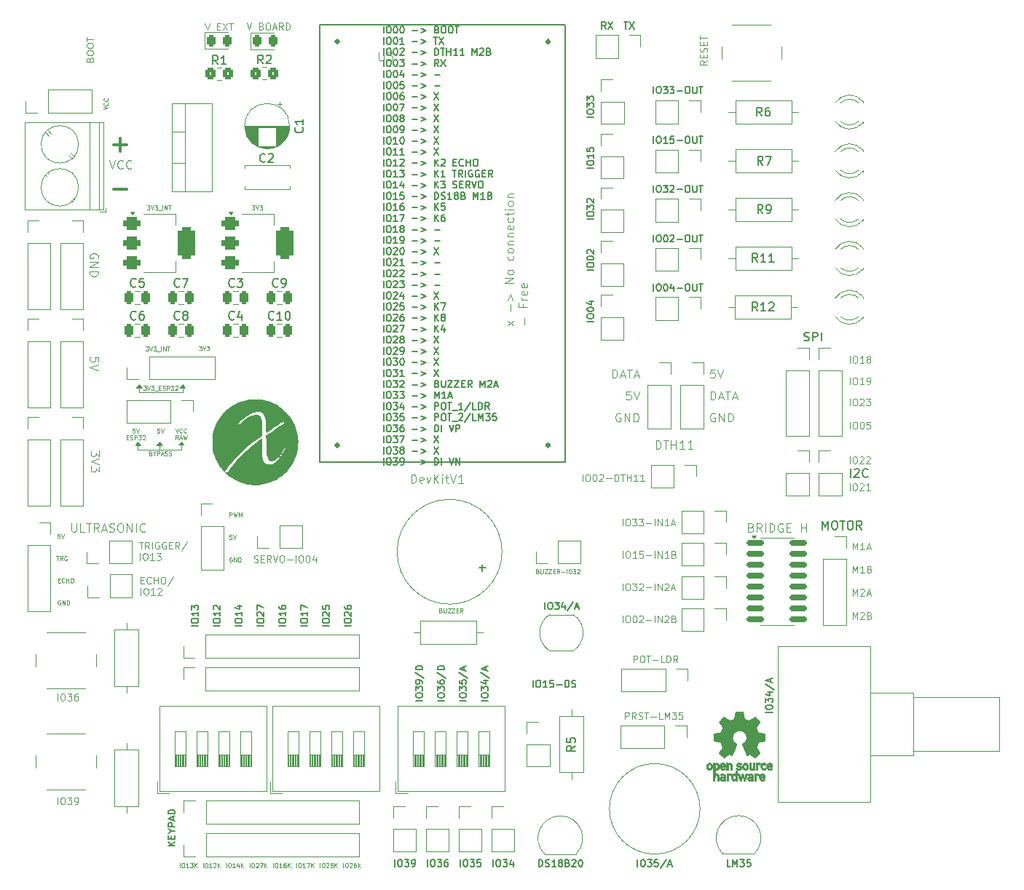
<source format=gto>
G04 #@! TF.GenerationSoftware,KiCad,Pcbnew,8.0.7*
G04 #@! TF.CreationDate,2025-01-05T11:06:51-06:00*
G04 #@! TF.ProjectId,base_esp32,62617365-5f65-4737-9033-322e6b696361,v0.1*
G04 #@! TF.SameCoordinates,Original*
G04 #@! TF.FileFunction,Legend,Top*
G04 #@! TF.FilePolarity,Positive*
%FSLAX46Y46*%
G04 Gerber Fmt 4.6, Leading zero omitted, Abs format (unit mm)*
G04 Created by KiCad (PCBNEW 8.0.7) date 2025-01-05 11:06:51*
%MOMM*%
%LPD*%
G01*
G04 APERTURE LIST*
G04 Aperture macros list*
%AMRoundRect*
0 Rectangle with rounded corners*
0 $1 Rounding radius*
0 $2 $3 $4 $5 $6 $7 $8 $9 X,Y pos of 4 corners*
0 Add a 4 corners polygon primitive as box body*
4,1,4,$2,$3,$4,$5,$6,$7,$8,$9,$2,$3,0*
0 Add four circle primitives for the rounded corners*
1,1,$1+$1,$2,$3*
1,1,$1+$1,$4,$5*
1,1,$1+$1,$6,$7*
1,1,$1+$1,$8,$9*
0 Add four rect primitives between the rounded corners*
20,1,$1+$1,$2,$3,$4,$5,0*
20,1,$1+$1,$4,$5,$6,$7,0*
20,1,$1+$1,$6,$7,$8,$9,0*
20,1,$1+$1,$8,$9,$2,$3,0*%
G04 Aperture macros list end*
%ADD10C,0.100000*%
%ADD11C,0.160000*%
%ADD12C,0.150000*%
%ADD13C,0.125000*%
%ADD14C,0.200000*%
%ADD15C,0.300000*%
%ADD16C,0.080000*%
%ADD17C,0.120000*%
%ADD18C,0.000000*%
%ADD19C,0.127000*%
%ADD20C,0.350000*%
%ADD21C,0.010000*%
%ADD22R,1.700000X1.700000*%
%ADD23O,1.700000X1.700000*%
%ADD24RoundRect,0.250000X-0.250000X-0.475000X0.250000X-0.475000X0.250000X0.475000X-0.250000X0.475000X0*%
%ADD25R,1.800000X1.800000*%
%ADD26C,1.800000*%
%ADD27C,1.600000*%
%ADD28R,1.600000X1.600000*%
%ADD29O,1.600000X1.600000*%
%ADD30C,2.000000*%
%ADD31RoundRect,0.250000X0.350000X0.450000X-0.350000X0.450000X-0.350000X-0.450000X0.350000X-0.450000X0*%
%ADD32R,1.050000X1.500000*%
%ADD33O,1.050000X1.500000*%
%ADD34C,3.400000*%
%ADD35C,6.000000*%
%ADD36R,2.600000X2.600000*%
%ADD37C,2.600000*%
%ADD38RoundRect,0.150000X-0.850000X-0.150000X0.850000X-0.150000X0.850000X0.150000X-0.850000X0.150000X0*%
%ADD39C,2.340000*%
%ADD40R,3.000000X3.000000*%
%ADD41C,3.000000*%
%ADD42RoundRect,0.243750X-0.243750X-0.456250X0.243750X-0.456250X0.243750X0.456250X-0.243750X0.456250X0*%
%ADD43R,2.000000X1.905000*%
%ADD44O,2.000000X1.905000*%
%ADD45RoundRect,0.375000X-0.625000X-0.375000X0.625000X-0.375000X0.625000X0.375000X-0.625000X0.375000X0*%
%ADD46RoundRect,0.500000X-0.500000X-1.400000X0.500000X-1.400000X0.500000X1.400000X-0.500000X1.400000X0*%
%ADD47R,2.000000X2.000000*%
G04 APERTURE END LIST*
D10*
X119405400Y-101523800D02*
X121920000Y-101523800D01*
X119710200Y-100990400D02*
X119100600Y-100990400D01*
X119405400Y-100584000D01*
X119710200Y-100990400D01*
G36*
X119710200Y-100990400D02*
G01*
X119100600Y-100990400D01*
X119405400Y-100584000D01*
X119710200Y-100990400D01*
G37*
X119710200Y-100963984D02*
X119100600Y-100963984D01*
X119405400Y-100557584D01*
X119710200Y-100963984D01*
G36*
X119710200Y-100963984D02*
G01*
X119100600Y-100963984D01*
X119405400Y-100557584D01*
X119710200Y-100963984D01*
G37*
X122100500Y-94869000D02*
X122100500Y-93954600D01*
X116890800Y-100582984D02*
X116890800Y-101522784D01*
X119405400Y-100584000D02*
X119405400Y-101523800D01*
X119405400Y-101523800D02*
X119405400Y-100609400D01*
X122224800Y-100965000D02*
X121615200Y-100965000D01*
X121920000Y-100558600D01*
X122224800Y-100965000D01*
G36*
X122224800Y-100965000D02*
G01*
X121615200Y-100965000D01*
X121920000Y-100558600D01*
X122224800Y-100965000D01*
G37*
X117350700Y-94335600D02*
X116741100Y-94335600D01*
X117045900Y-93929200D01*
X117350700Y-94335600D01*
G36*
X117350700Y-94335600D02*
G01*
X116741100Y-94335600D01*
X117045900Y-93929200D01*
X117350700Y-94335600D01*
G37*
X122405300Y-94309184D02*
X121795700Y-94309184D01*
X122100500Y-93902784D01*
X122405300Y-94309184D01*
G36*
X122405300Y-94309184D02*
G01*
X121795700Y-94309184D01*
X122100500Y-93902784D01*
X122405300Y-94309184D01*
G37*
X117045900Y-94869000D02*
X122100500Y-94869000D01*
X117045900Y-93929200D02*
X117045900Y-94869000D01*
X121920000Y-101524816D02*
X121920000Y-100610416D01*
X116890800Y-101522784D02*
X119405400Y-101522784D01*
X117195600Y-100989384D02*
X116586000Y-100989384D01*
X116890800Y-100582984D01*
X117195600Y-100989384D01*
G36*
X117195600Y-100989384D02*
G01*
X116586000Y-100989384D01*
X116890800Y-100582984D01*
X117195600Y-100989384D01*
G37*
X107571265Y-142771895D02*
X107571265Y-141971895D01*
X108104598Y-141971895D02*
X108256979Y-141971895D01*
X108256979Y-141971895D02*
X108333169Y-142009990D01*
X108333169Y-142009990D02*
X108409360Y-142086180D01*
X108409360Y-142086180D02*
X108447455Y-142238561D01*
X108447455Y-142238561D02*
X108447455Y-142505228D01*
X108447455Y-142505228D02*
X108409360Y-142657609D01*
X108409360Y-142657609D02*
X108333169Y-142733800D01*
X108333169Y-142733800D02*
X108256979Y-142771895D01*
X108256979Y-142771895D02*
X108104598Y-142771895D01*
X108104598Y-142771895D02*
X108028407Y-142733800D01*
X108028407Y-142733800D02*
X107952217Y-142657609D01*
X107952217Y-142657609D02*
X107914121Y-142505228D01*
X107914121Y-142505228D02*
X107914121Y-142238561D01*
X107914121Y-142238561D02*
X107952217Y-142086180D01*
X107952217Y-142086180D02*
X108028407Y-142009990D01*
X108028407Y-142009990D02*
X108104598Y-141971895D01*
X108714121Y-141971895D02*
X109209359Y-141971895D01*
X109209359Y-141971895D02*
X108942693Y-142276657D01*
X108942693Y-142276657D02*
X109056978Y-142276657D01*
X109056978Y-142276657D02*
X109133169Y-142314752D01*
X109133169Y-142314752D02*
X109171264Y-142352847D01*
X109171264Y-142352847D02*
X109209359Y-142429038D01*
X109209359Y-142429038D02*
X109209359Y-142619514D01*
X109209359Y-142619514D02*
X109171264Y-142695704D01*
X109171264Y-142695704D02*
X109133169Y-142733800D01*
X109133169Y-142733800D02*
X109056978Y-142771895D01*
X109056978Y-142771895D02*
X108828407Y-142771895D01*
X108828407Y-142771895D02*
X108752216Y-142733800D01*
X108752216Y-142733800D02*
X108714121Y-142695704D01*
X109590312Y-142771895D02*
X109742693Y-142771895D01*
X109742693Y-142771895D02*
X109818883Y-142733800D01*
X109818883Y-142733800D02*
X109856979Y-142695704D01*
X109856979Y-142695704D02*
X109933169Y-142581419D01*
X109933169Y-142581419D02*
X109971264Y-142429038D01*
X109971264Y-142429038D02*
X109971264Y-142124276D01*
X109971264Y-142124276D02*
X109933169Y-142048085D01*
X109933169Y-142048085D02*
X109895074Y-142009990D01*
X109895074Y-142009990D02*
X109818883Y-141971895D01*
X109818883Y-141971895D02*
X109666502Y-141971895D01*
X109666502Y-141971895D02*
X109590312Y-142009990D01*
X109590312Y-142009990D02*
X109552217Y-142048085D01*
X109552217Y-142048085D02*
X109514121Y-142124276D01*
X109514121Y-142124276D02*
X109514121Y-142314752D01*
X109514121Y-142314752D02*
X109552217Y-142390942D01*
X109552217Y-142390942D02*
X109590312Y-142429038D01*
X109590312Y-142429038D02*
X109666502Y-142467133D01*
X109666502Y-142467133D02*
X109818883Y-142467133D01*
X109818883Y-142467133D02*
X109895074Y-142429038D01*
X109895074Y-142429038D02*
X109933169Y-142390942D01*
X109933169Y-142390942D02*
X109971264Y-142314752D01*
D11*
X145456739Y-53041530D02*
X145456739Y-52241530D01*
X145990072Y-52241530D02*
X146142453Y-52241530D01*
X146142453Y-52241530D02*
X146218643Y-52279625D01*
X146218643Y-52279625D02*
X146294834Y-52355815D01*
X146294834Y-52355815D02*
X146332929Y-52508196D01*
X146332929Y-52508196D02*
X146332929Y-52774863D01*
X146332929Y-52774863D02*
X146294834Y-52927244D01*
X146294834Y-52927244D02*
X146218643Y-53003435D01*
X146218643Y-53003435D02*
X146142453Y-53041530D01*
X146142453Y-53041530D02*
X145990072Y-53041530D01*
X145990072Y-53041530D02*
X145913881Y-53003435D01*
X145913881Y-53003435D02*
X145837691Y-52927244D01*
X145837691Y-52927244D02*
X145799595Y-52774863D01*
X145799595Y-52774863D02*
X145799595Y-52508196D01*
X145799595Y-52508196D02*
X145837691Y-52355815D01*
X145837691Y-52355815D02*
X145913881Y-52279625D01*
X145913881Y-52279625D02*
X145990072Y-52241530D01*
X146828167Y-52241530D02*
X146904357Y-52241530D01*
X146904357Y-52241530D02*
X146980548Y-52279625D01*
X146980548Y-52279625D02*
X147018643Y-52317720D01*
X147018643Y-52317720D02*
X147056738Y-52393911D01*
X147056738Y-52393911D02*
X147094833Y-52546292D01*
X147094833Y-52546292D02*
X147094833Y-52736768D01*
X147094833Y-52736768D02*
X147056738Y-52889149D01*
X147056738Y-52889149D02*
X147018643Y-52965339D01*
X147018643Y-52965339D02*
X146980548Y-53003435D01*
X146980548Y-53003435D02*
X146904357Y-53041530D01*
X146904357Y-53041530D02*
X146828167Y-53041530D01*
X146828167Y-53041530D02*
X146751976Y-53003435D01*
X146751976Y-53003435D02*
X146713881Y-52965339D01*
X146713881Y-52965339D02*
X146675786Y-52889149D01*
X146675786Y-52889149D02*
X146637690Y-52736768D01*
X146637690Y-52736768D02*
X146637690Y-52546292D01*
X146637690Y-52546292D02*
X146675786Y-52393911D01*
X146675786Y-52393911D02*
X146713881Y-52317720D01*
X146713881Y-52317720D02*
X146751976Y-52279625D01*
X146751976Y-52279625D02*
X146828167Y-52241530D01*
X147590072Y-52241530D02*
X147666262Y-52241530D01*
X147666262Y-52241530D02*
X147742453Y-52279625D01*
X147742453Y-52279625D02*
X147780548Y-52317720D01*
X147780548Y-52317720D02*
X147818643Y-52393911D01*
X147818643Y-52393911D02*
X147856738Y-52546292D01*
X147856738Y-52546292D02*
X147856738Y-52736768D01*
X147856738Y-52736768D02*
X147818643Y-52889149D01*
X147818643Y-52889149D02*
X147780548Y-52965339D01*
X147780548Y-52965339D02*
X147742453Y-53003435D01*
X147742453Y-53003435D02*
X147666262Y-53041530D01*
X147666262Y-53041530D02*
X147590072Y-53041530D01*
X147590072Y-53041530D02*
X147513881Y-53003435D01*
X147513881Y-53003435D02*
X147475786Y-52965339D01*
X147475786Y-52965339D02*
X147437691Y-52889149D01*
X147437691Y-52889149D02*
X147399595Y-52736768D01*
X147399595Y-52736768D02*
X147399595Y-52546292D01*
X147399595Y-52546292D02*
X147437691Y-52393911D01*
X147437691Y-52393911D02*
X147475786Y-52317720D01*
X147475786Y-52317720D02*
X147513881Y-52279625D01*
X147513881Y-52279625D02*
X147590072Y-52241530D01*
X148809120Y-52736768D02*
X149418644Y-52736768D01*
X149799596Y-52508196D02*
X150409120Y-52736768D01*
X150409120Y-52736768D02*
X149799596Y-52965339D01*
X151666262Y-52622482D02*
X151780548Y-52660577D01*
X151780548Y-52660577D02*
X151818643Y-52698673D01*
X151818643Y-52698673D02*
X151856739Y-52774863D01*
X151856739Y-52774863D02*
X151856739Y-52889149D01*
X151856739Y-52889149D02*
X151818643Y-52965339D01*
X151818643Y-52965339D02*
X151780548Y-53003435D01*
X151780548Y-53003435D02*
X151704358Y-53041530D01*
X151704358Y-53041530D02*
X151399596Y-53041530D01*
X151399596Y-53041530D02*
X151399596Y-52241530D01*
X151399596Y-52241530D02*
X151666262Y-52241530D01*
X151666262Y-52241530D02*
X151742453Y-52279625D01*
X151742453Y-52279625D02*
X151780548Y-52317720D01*
X151780548Y-52317720D02*
X151818643Y-52393911D01*
X151818643Y-52393911D02*
X151818643Y-52470101D01*
X151818643Y-52470101D02*
X151780548Y-52546292D01*
X151780548Y-52546292D02*
X151742453Y-52584387D01*
X151742453Y-52584387D02*
X151666262Y-52622482D01*
X151666262Y-52622482D02*
X151399596Y-52622482D01*
X152351977Y-52241530D02*
X152504358Y-52241530D01*
X152504358Y-52241530D02*
X152580548Y-52279625D01*
X152580548Y-52279625D02*
X152656739Y-52355815D01*
X152656739Y-52355815D02*
X152694834Y-52508196D01*
X152694834Y-52508196D02*
X152694834Y-52774863D01*
X152694834Y-52774863D02*
X152656739Y-52927244D01*
X152656739Y-52927244D02*
X152580548Y-53003435D01*
X152580548Y-53003435D02*
X152504358Y-53041530D01*
X152504358Y-53041530D02*
X152351977Y-53041530D01*
X152351977Y-53041530D02*
X152275786Y-53003435D01*
X152275786Y-53003435D02*
X152199596Y-52927244D01*
X152199596Y-52927244D02*
X152161500Y-52774863D01*
X152161500Y-52774863D02*
X152161500Y-52508196D01*
X152161500Y-52508196D02*
X152199596Y-52355815D01*
X152199596Y-52355815D02*
X152275786Y-52279625D01*
X152275786Y-52279625D02*
X152351977Y-52241530D01*
X153190072Y-52241530D02*
X153342453Y-52241530D01*
X153342453Y-52241530D02*
X153418643Y-52279625D01*
X153418643Y-52279625D02*
X153494834Y-52355815D01*
X153494834Y-52355815D02*
X153532929Y-52508196D01*
X153532929Y-52508196D02*
X153532929Y-52774863D01*
X153532929Y-52774863D02*
X153494834Y-52927244D01*
X153494834Y-52927244D02*
X153418643Y-53003435D01*
X153418643Y-53003435D02*
X153342453Y-53041530D01*
X153342453Y-53041530D02*
X153190072Y-53041530D01*
X153190072Y-53041530D02*
X153113881Y-53003435D01*
X153113881Y-53003435D02*
X153037691Y-52927244D01*
X153037691Y-52927244D02*
X152999595Y-52774863D01*
X152999595Y-52774863D02*
X152999595Y-52508196D01*
X152999595Y-52508196D02*
X153037691Y-52355815D01*
X153037691Y-52355815D02*
X153113881Y-52279625D01*
X153113881Y-52279625D02*
X153190072Y-52241530D01*
X153761500Y-52241530D02*
X154218643Y-52241530D01*
X153990071Y-53041530D02*
X153990071Y-52241530D01*
X145456739Y-54329485D02*
X145456739Y-53529485D01*
X145990072Y-53529485D02*
X146142453Y-53529485D01*
X146142453Y-53529485D02*
X146218643Y-53567580D01*
X146218643Y-53567580D02*
X146294834Y-53643770D01*
X146294834Y-53643770D02*
X146332929Y-53796151D01*
X146332929Y-53796151D02*
X146332929Y-54062818D01*
X146332929Y-54062818D02*
X146294834Y-54215199D01*
X146294834Y-54215199D02*
X146218643Y-54291390D01*
X146218643Y-54291390D02*
X146142453Y-54329485D01*
X146142453Y-54329485D02*
X145990072Y-54329485D01*
X145990072Y-54329485D02*
X145913881Y-54291390D01*
X145913881Y-54291390D02*
X145837691Y-54215199D01*
X145837691Y-54215199D02*
X145799595Y-54062818D01*
X145799595Y-54062818D02*
X145799595Y-53796151D01*
X145799595Y-53796151D02*
X145837691Y-53643770D01*
X145837691Y-53643770D02*
X145913881Y-53567580D01*
X145913881Y-53567580D02*
X145990072Y-53529485D01*
X146828167Y-53529485D02*
X146904357Y-53529485D01*
X146904357Y-53529485D02*
X146980548Y-53567580D01*
X146980548Y-53567580D02*
X147018643Y-53605675D01*
X147018643Y-53605675D02*
X147056738Y-53681866D01*
X147056738Y-53681866D02*
X147094833Y-53834247D01*
X147094833Y-53834247D02*
X147094833Y-54024723D01*
X147094833Y-54024723D02*
X147056738Y-54177104D01*
X147056738Y-54177104D02*
X147018643Y-54253294D01*
X147018643Y-54253294D02*
X146980548Y-54291390D01*
X146980548Y-54291390D02*
X146904357Y-54329485D01*
X146904357Y-54329485D02*
X146828167Y-54329485D01*
X146828167Y-54329485D02*
X146751976Y-54291390D01*
X146751976Y-54291390D02*
X146713881Y-54253294D01*
X146713881Y-54253294D02*
X146675786Y-54177104D01*
X146675786Y-54177104D02*
X146637690Y-54024723D01*
X146637690Y-54024723D02*
X146637690Y-53834247D01*
X146637690Y-53834247D02*
X146675786Y-53681866D01*
X146675786Y-53681866D02*
X146713881Y-53605675D01*
X146713881Y-53605675D02*
X146751976Y-53567580D01*
X146751976Y-53567580D02*
X146828167Y-53529485D01*
X147856738Y-54329485D02*
X147399595Y-54329485D01*
X147628167Y-54329485D02*
X147628167Y-53529485D01*
X147628167Y-53529485D02*
X147551976Y-53643770D01*
X147551976Y-53643770D02*
X147475786Y-53719961D01*
X147475786Y-53719961D02*
X147399595Y-53758056D01*
X148809120Y-54024723D02*
X149418644Y-54024723D01*
X149799596Y-53796151D02*
X150409120Y-54024723D01*
X150409120Y-54024723D02*
X149799596Y-54253294D01*
X151285310Y-53529485D02*
X151742453Y-53529485D01*
X151513881Y-54329485D02*
X151513881Y-53529485D01*
X151932929Y-53529485D02*
X152466263Y-54329485D01*
X152466263Y-53529485D02*
X151932929Y-54329485D01*
X145456739Y-55617440D02*
X145456739Y-54817440D01*
X145990072Y-54817440D02*
X146142453Y-54817440D01*
X146142453Y-54817440D02*
X146218643Y-54855535D01*
X146218643Y-54855535D02*
X146294834Y-54931725D01*
X146294834Y-54931725D02*
X146332929Y-55084106D01*
X146332929Y-55084106D02*
X146332929Y-55350773D01*
X146332929Y-55350773D02*
X146294834Y-55503154D01*
X146294834Y-55503154D02*
X146218643Y-55579345D01*
X146218643Y-55579345D02*
X146142453Y-55617440D01*
X146142453Y-55617440D02*
X145990072Y-55617440D01*
X145990072Y-55617440D02*
X145913881Y-55579345D01*
X145913881Y-55579345D02*
X145837691Y-55503154D01*
X145837691Y-55503154D02*
X145799595Y-55350773D01*
X145799595Y-55350773D02*
X145799595Y-55084106D01*
X145799595Y-55084106D02*
X145837691Y-54931725D01*
X145837691Y-54931725D02*
X145913881Y-54855535D01*
X145913881Y-54855535D02*
X145990072Y-54817440D01*
X146828167Y-54817440D02*
X146904357Y-54817440D01*
X146904357Y-54817440D02*
X146980548Y-54855535D01*
X146980548Y-54855535D02*
X147018643Y-54893630D01*
X147018643Y-54893630D02*
X147056738Y-54969821D01*
X147056738Y-54969821D02*
X147094833Y-55122202D01*
X147094833Y-55122202D02*
X147094833Y-55312678D01*
X147094833Y-55312678D02*
X147056738Y-55465059D01*
X147056738Y-55465059D02*
X147018643Y-55541249D01*
X147018643Y-55541249D02*
X146980548Y-55579345D01*
X146980548Y-55579345D02*
X146904357Y-55617440D01*
X146904357Y-55617440D02*
X146828167Y-55617440D01*
X146828167Y-55617440D02*
X146751976Y-55579345D01*
X146751976Y-55579345D02*
X146713881Y-55541249D01*
X146713881Y-55541249D02*
X146675786Y-55465059D01*
X146675786Y-55465059D02*
X146637690Y-55312678D01*
X146637690Y-55312678D02*
X146637690Y-55122202D01*
X146637690Y-55122202D02*
X146675786Y-54969821D01*
X146675786Y-54969821D02*
X146713881Y-54893630D01*
X146713881Y-54893630D02*
X146751976Y-54855535D01*
X146751976Y-54855535D02*
X146828167Y-54817440D01*
X147399595Y-54893630D02*
X147437691Y-54855535D01*
X147437691Y-54855535D02*
X147513881Y-54817440D01*
X147513881Y-54817440D02*
X147704357Y-54817440D01*
X147704357Y-54817440D02*
X147780548Y-54855535D01*
X147780548Y-54855535D02*
X147818643Y-54893630D01*
X147818643Y-54893630D02*
X147856738Y-54969821D01*
X147856738Y-54969821D02*
X147856738Y-55046011D01*
X147856738Y-55046011D02*
X147818643Y-55160297D01*
X147818643Y-55160297D02*
X147361500Y-55617440D01*
X147361500Y-55617440D02*
X147856738Y-55617440D01*
X148809120Y-55312678D02*
X149418644Y-55312678D01*
X149799596Y-55084106D02*
X150409120Y-55312678D01*
X150409120Y-55312678D02*
X149799596Y-55541249D01*
X151399596Y-55617440D02*
X151399596Y-54817440D01*
X151399596Y-54817440D02*
X151590072Y-54817440D01*
X151590072Y-54817440D02*
X151704358Y-54855535D01*
X151704358Y-54855535D02*
X151780548Y-54931725D01*
X151780548Y-54931725D02*
X151818643Y-55007916D01*
X151818643Y-55007916D02*
X151856739Y-55160297D01*
X151856739Y-55160297D02*
X151856739Y-55274583D01*
X151856739Y-55274583D02*
X151818643Y-55426964D01*
X151818643Y-55426964D02*
X151780548Y-55503154D01*
X151780548Y-55503154D02*
X151704358Y-55579345D01*
X151704358Y-55579345D02*
X151590072Y-55617440D01*
X151590072Y-55617440D02*
X151399596Y-55617440D01*
X152085310Y-54817440D02*
X152542453Y-54817440D01*
X152313881Y-55617440D02*
X152313881Y-54817440D01*
X152809120Y-55617440D02*
X152809120Y-54817440D01*
X152809120Y-55198392D02*
X153266263Y-55198392D01*
X153266263Y-55617440D02*
X153266263Y-54817440D01*
X154066262Y-55617440D02*
X153609119Y-55617440D01*
X153837691Y-55617440D02*
X153837691Y-54817440D01*
X153837691Y-54817440D02*
X153761500Y-54931725D01*
X153761500Y-54931725D02*
X153685310Y-55007916D01*
X153685310Y-55007916D02*
X153609119Y-55046011D01*
X154828167Y-55617440D02*
X154371024Y-55617440D01*
X154599596Y-55617440D02*
X154599596Y-54817440D01*
X154599596Y-54817440D02*
X154523405Y-54931725D01*
X154523405Y-54931725D02*
X154447215Y-55007916D01*
X154447215Y-55007916D02*
X154371024Y-55046011D01*
X155780549Y-55617440D02*
X155780549Y-54817440D01*
X155780549Y-54817440D02*
X156047215Y-55388868D01*
X156047215Y-55388868D02*
X156313882Y-54817440D01*
X156313882Y-54817440D02*
X156313882Y-55617440D01*
X156656739Y-54893630D02*
X156694835Y-54855535D01*
X156694835Y-54855535D02*
X156771025Y-54817440D01*
X156771025Y-54817440D02*
X156961501Y-54817440D01*
X156961501Y-54817440D02*
X157037692Y-54855535D01*
X157037692Y-54855535D02*
X157075787Y-54893630D01*
X157075787Y-54893630D02*
X157113882Y-54969821D01*
X157113882Y-54969821D02*
X157113882Y-55046011D01*
X157113882Y-55046011D02*
X157075787Y-55160297D01*
X157075787Y-55160297D02*
X156618644Y-55617440D01*
X156618644Y-55617440D02*
X157113882Y-55617440D01*
X157723406Y-55198392D02*
X157837692Y-55236487D01*
X157837692Y-55236487D02*
X157875787Y-55274583D01*
X157875787Y-55274583D02*
X157913883Y-55350773D01*
X157913883Y-55350773D02*
X157913883Y-55465059D01*
X157913883Y-55465059D02*
X157875787Y-55541249D01*
X157875787Y-55541249D02*
X157837692Y-55579345D01*
X157837692Y-55579345D02*
X157761502Y-55617440D01*
X157761502Y-55617440D02*
X157456740Y-55617440D01*
X157456740Y-55617440D02*
X157456740Y-54817440D01*
X157456740Y-54817440D02*
X157723406Y-54817440D01*
X157723406Y-54817440D02*
X157799597Y-54855535D01*
X157799597Y-54855535D02*
X157837692Y-54893630D01*
X157837692Y-54893630D02*
X157875787Y-54969821D01*
X157875787Y-54969821D02*
X157875787Y-55046011D01*
X157875787Y-55046011D02*
X157837692Y-55122202D01*
X157837692Y-55122202D02*
X157799597Y-55160297D01*
X157799597Y-55160297D02*
X157723406Y-55198392D01*
X157723406Y-55198392D02*
X157456740Y-55198392D01*
X145456739Y-56905395D02*
X145456739Y-56105395D01*
X145990072Y-56105395D02*
X146142453Y-56105395D01*
X146142453Y-56105395D02*
X146218643Y-56143490D01*
X146218643Y-56143490D02*
X146294834Y-56219680D01*
X146294834Y-56219680D02*
X146332929Y-56372061D01*
X146332929Y-56372061D02*
X146332929Y-56638728D01*
X146332929Y-56638728D02*
X146294834Y-56791109D01*
X146294834Y-56791109D02*
X146218643Y-56867300D01*
X146218643Y-56867300D02*
X146142453Y-56905395D01*
X146142453Y-56905395D02*
X145990072Y-56905395D01*
X145990072Y-56905395D02*
X145913881Y-56867300D01*
X145913881Y-56867300D02*
X145837691Y-56791109D01*
X145837691Y-56791109D02*
X145799595Y-56638728D01*
X145799595Y-56638728D02*
X145799595Y-56372061D01*
X145799595Y-56372061D02*
X145837691Y-56219680D01*
X145837691Y-56219680D02*
X145913881Y-56143490D01*
X145913881Y-56143490D02*
X145990072Y-56105395D01*
X146828167Y-56105395D02*
X146904357Y-56105395D01*
X146904357Y-56105395D02*
X146980548Y-56143490D01*
X146980548Y-56143490D02*
X147018643Y-56181585D01*
X147018643Y-56181585D02*
X147056738Y-56257776D01*
X147056738Y-56257776D02*
X147094833Y-56410157D01*
X147094833Y-56410157D02*
X147094833Y-56600633D01*
X147094833Y-56600633D02*
X147056738Y-56753014D01*
X147056738Y-56753014D02*
X147018643Y-56829204D01*
X147018643Y-56829204D02*
X146980548Y-56867300D01*
X146980548Y-56867300D02*
X146904357Y-56905395D01*
X146904357Y-56905395D02*
X146828167Y-56905395D01*
X146828167Y-56905395D02*
X146751976Y-56867300D01*
X146751976Y-56867300D02*
X146713881Y-56829204D01*
X146713881Y-56829204D02*
X146675786Y-56753014D01*
X146675786Y-56753014D02*
X146637690Y-56600633D01*
X146637690Y-56600633D02*
X146637690Y-56410157D01*
X146637690Y-56410157D02*
X146675786Y-56257776D01*
X146675786Y-56257776D02*
X146713881Y-56181585D01*
X146713881Y-56181585D02*
X146751976Y-56143490D01*
X146751976Y-56143490D02*
X146828167Y-56105395D01*
X147361500Y-56105395D02*
X147856738Y-56105395D01*
X147856738Y-56105395D02*
X147590072Y-56410157D01*
X147590072Y-56410157D02*
X147704357Y-56410157D01*
X147704357Y-56410157D02*
X147780548Y-56448252D01*
X147780548Y-56448252D02*
X147818643Y-56486347D01*
X147818643Y-56486347D02*
X147856738Y-56562538D01*
X147856738Y-56562538D02*
X147856738Y-56753014D01*
X147856738Y-56753014D02*
X147818643Y-56829204D01*
X147818643Y-56829204D02*
X147780548Y-56867300D01*
X147780548Y-56867300D02*
X147704357Y-56905395D01*
X147704357Y-56905395D02*
X147475786Y-56905395D01*
X147475786Y-56905395D02*
X147399595Y-56867300D01*
X147399595Y-56867300D02*
X147361500Y-56829204D01*
X148809120Y-56600633D02*
X149418644Y-56600633D01*
X149799596Y-56372061D02*
X150409120Y-56600633D01*
X150409120Y-56600633D02*
X149799596Y-56829204D01*
X151856739Y-56905395D02*
X151590072Y-56524442D01*
X151399596Y-56905395D02*
X151399596Y-56105395D01*
X151399596Y-56105395D02*
X151704358Y-56105395D01*
X151704358Y-56105395D02*
X151780548Y-56143490D01*
X151780548Y-56143490D02*
X151818643Y-56181585D01*
X151818643Y-56181585D02*
X151856739Y-56257776D01*
X151856739Y-56257776D02*
X151856739Y-56372061D01*
X151856739Y-56372061D02*
X151818643Y-56448252D01*
X151818643Y-56448252D02*
X151780548Y-56486347D01*
X151780548Y-56486347D02*
X151704358Y-56524442D01*
X151704358Y-56524442D02*
X151399596Y-56524442D01*
X152123405Y-56105395D02*
X152656739Y-56905395D01*
X152656739Y-56105395D02*
X152123405Y-56905395D01*
X145456739Y-58193350D02*
X145456739Y-57393350D01*
X145990072Y-57393350D02*
X146142453Y-57393350D01*
X146142453Y-57393350D02*
X146218643Y-57431445D01*
X146218643Y-57431445D02*
X146294834Y-57507635D01*
X146294834Y-57507635D02*
X146332929Y-57660016D01*
X146332929Y-57660016D02*
X146332929Y-57926683D01*
X146332929Y-57926683D02*
X146294834Y-58079064D01*
X146294834Y-58079064D02*
X146218643Y-58155255D01*
X146218643Y-58155255D02*
X146142453Y-58193350D01*
X146142453Y-58193350D02*
X145990072Y-58193350D01*
X145990072Y-58193350D02*
X145913881Y-58155255D01*
X145913881Y-58155255D02*
X145837691Y-58079064D01*
X145837691Y-58079064D02*
X145799595Y-57926683D01*
X145799595Y-57926683D02*
X145799595Y-57660016D01*
X145799595Y-57660016D02*
X145837691Y-57507635D01*
X145837691Y-57507635D02*
X145913881Y-57431445D01*
X145913881Y-57431445D02*
X145990072Y-57393350D01*
X146828167Y-57393350D02*
X146904357Y-57393350D01*
X146904357Y-57393350D02*
X146980548Y-57431445D01*
X146980548Y-57431445D02*
X147018643Y-57469540D01*
X147018643Y-57469540D02*
X147056738Y-57545731D01*
X147056738Y-57545731D02*
X147094833Y-57698112D01*
X147094833Y-57698112D02*
X147094833Y-57888588D01*
X147094833Y-57888588D02*
X147056738Y-58040969D01*
X147056738Y-58040969D02*
X147018643Y-58117159D01*
X147018643Y-58117159D02*
X146980548Y-58155255D01*
X146980548Y-58155255D02*
X146904357Y-58193350D01*
X146904357Y-58193350D02*
X146828167Y-58193350D01*
X146828167Y-58193350D02*
X146751976Y-58155255D01*
X146751976Y-58155255D02*
X146713881Y-58117159D01*
X146713881Y-58117159D02*
X146675786Y-58040969D01*
X146675786Y-58040969D02*
X146637690Y-57888588D01*
X146637690Y-57888588D02*
X146637690Y-57698112D01*
X146637690Y-57698112D02*
X146675786Y-57545731D01*
X146675786Y-57545731D02*
X146713881Y-57469540D01*
X146713881Y-57469540D02*
X146751976Y-57431445D01*
X146751976Y-57431445D02*
X146828167Y-57393350D01*
X147780548Y-57660016D02*
X147780548Y-58193350D01*
X147590072Y-57355255D02*
X147399595Y-57926683D01*
X147399595Y-57926683D02*
X147894834Y-57926683D01*
X148809120Y-57888588D02*
X149418644Y-57888588D01*
X149799596Y-57660016D02*
X150409120Y-57888588D01*
X150409120Y-57888588D02*
X149799596Y-58117159D01*
X151399596Y-57888588D02*
X152009120Y-57888588D01*
X145456739Y-59481305D02*
X145456739Y-58681305D01*
X145990072Y-58681305D02*
X146142453Y-58681305D01*
X146142453Y-58681305D02*
X146218643Y-58719400D01*
X146218643Y-58719400D02*
X146294834Y-58795590D01*
X146294834Y-58795590D02*
X146332929Y-58947971D01*
X146332929Y-58947971D02*
X146332929Y-59214638D01*
X146332929Y-59214638D02*
X146294834Y-59367019D01*
X146294834Y-59367019D02*
X146218643Y-59443210D01*
X146218643Y-59443210D02*
X146142453Y-59481305D01*
X146142453Y-59481305D02*
X145990072Y-59481305D01*
X145990072Y-59481305D02*
X145913881Y-59443210D01*
X145913881Y-59443210D02*
X145837691Y-59367019D01*
X145837691Y-59367019D02*
X145799595Y-59214638D01*
X145799595Y-59214638D02*
X145799595Y-58947971D01*
X145799595Y-58947971D02*
X145837691Y-58795590D01*
X145837691Y-58795590D02*
X145913881Y-58719400D01*
X145913881Y-58719400D02*
X145990072Y-58681305D01*
X146828167Y-58681305D02*
X146904357Y-58681305D01*
X146904357Y-58681305D02*
X146980548Y-58719400D01*
X146980548Y-58719400D02*
X147018643Y-58757495D01*
X147018643Y-58757495D02*
X147056738Y-58833686D01*
X147056738Y-58833686D02*
X147094833Y-58986067D01*
X147094833Y-58986067D02*
X147094833Y-59176543D01*
X147094833Y-59176543D02*
X147056738Y-59328924D01*
X147056738Y-59328924D02*
X147018643Y-59405114D01*
X147018643Y-59405114D02*
X146980548Y-59443210D01*
X146980548Y-59443210D02*
X146904357Y-59481305D01*
X146904357Y-59481305D02*
X146828167Y-59481305D01*
X146828167Y-59481305D02*
X146751976Y-59443210D01*
X146751976Y-59443210D02*
X146713881Y-59405114D01*
X146713881Y-59405114D02*
X146675786Y-59328924D01*
X146675786Y-59328924D02*
X146637690Y-59176543D01*
X146637690Y-59176543D02*
X146637690Y-58986067D01*
X146637690Y-58986067D02*
X146675786Y-58833686D01*
X146675786Y-58833686D02*
X146713881Y-58757495D01*
X146713881Y-58757495D02*
X146751976Y-58719400D01*
X146751976Y-58719400D02*
X146828167Y-58681305D01*
X147818643Y-58681305D02*
X147437691Y-58681305D01*
X147437691Y-58681305D02*
X147399595Y-59062257D01*
X147399595Y-59062257D02*
X147437691Y-59024162D01*
X147437691Y-59024162D02*
X147513881Y-58986067D01*
X147513881Y-58986067D02*
X147704357Y-58986067D01*
X147704357Y-58986067D02*
X147780548Y-59024162D01*
X147780548Y-59024162D02*
X147818643Y-59062257D01*
X147818643Y-59062257D02*
X147856738Y-59138448D01*
X147856738Y-59138448D02*
X147856738Y-59328924D01*
X147856738Y-59328924D02*
X147818643Y-59405114D01*
X147818643Y-59405114D02*
X147780548Y-59443210D01*
X147780548Y-59443210D02*
X147704357Y-59481305D01*
X147704357Y-59481305D02*
X147513881Y-59481305D01*
X147513881Y-59481305D02*
X147437691Y-59443210D01*
X147437691Y-59443210D02*
X147399595Y-59405114D01*
X148809120Y-59176543D02*
X149418644Y-59176543D01*
X149799596Y-58947971D02*
X150409120Y-59176543D01*
X150409120Y-59176543D02*
X149799596Y-59405114D01*
X151399596Y-59176543D02*
X152009120Y-59176543D01*
X145456739Y-60769260D02*
X145456739Y-59969260D01*
X145990072Y-59969260D02*
X146142453Y-59969260D01*
X146142453Y-59969260D02*
X146218643Y-60007355D01*
X146218643Y-60007355D02*
X146294834Y-60083545D01*
X146294834Y-60083545D02*
X146332929Y-60235926D01*
X146332929Y-60235926D02*
X146332929Y-60502593D01*
X146332929Y-60502593D02*
X146294834Y-60654974D01*
X146294834Y-60654974D02*
X146218643Y-60731165D01*
X146218643Y-60731165D02*
X146142453Y-60769260D01*
X146142453Y-60769260D02*
X145990072Y-60769260D01*
X145990072Y-60769260D02*
X145913881Y-60731165D01*
X145913881Y-60731165D02*
X145837691Y-60654974D01*
X145837691Y-60654974D02*
X145799595Y-60502593D01*
X145799595Y-60502593D02*
X145799595Y-60235926D01*
X145799595Y-60235926D02*
X145837691Y-60083545D01*
X145837691Y-60083545D02*
X145913881Y-60007355D01*
X145913881Y-60007355D02*
X145990072Y-59969260D01*
X146828167Y-59969260D02*
X146904357Y-59969260D01*
X146904357Y-59969260D02*
X146980548Y-60007355D01*
X146980548Y-60007355D02*
X147018643Y-60045450D01*
X147018643Y-60045450D02*
X147056738Y-60121641D01*
X147056738Y-60121641D02*
X147094833Y-60274022D01*
X147094833Y-60274022D02*
X147094833Y-60464498D01*
X147094833Y-60464498D02*
X147056738Y-60616879D01*
X147056738Y-60616879D02*
X147018643Y-60693069D01*
X147018643Y-60693069D02*
X146980548Y-60731165D01*
X146980548Y-60731165D02*
X146904357Y-60769260D01*
X146904357Y-60769260D02*
X146828167Y-60769260D01*
X146828167Y-60769260D02*
X146751976Y-60731165D01*
X146751976Y-60731165D02*
X146713881Y-60693069D01*
X146713881Y-60693069D02*
X146675786Y-60616879D01*
X146675786Y-60616879D02*
X146637690Y-60464498D01*
X146637690Y-60464498D02*
X146637690Y-60274022D01*
X146637690Y-60274022D02*
X146675786Y-60121641D01*
X146675786Y-60121641D02*
X146713881Y-60045450D01*
X146713881Y-60045450D02*
X146751976Y-60007355D01*
X146751976Y-60007355D02*
X146828167Y-59969260D01*
X147780548Y-59969260D02*
X147628167Y-59969260D01*
X147628167Y-59969260D02*
X147551976Y-60007355D01*
X147551976Y-60007355D02*
X147513881Y-60045450D01*
X147513881Y-60045450D02*
X147437691Y-60159736D01*
X147437691Y-60159736D02*
X147399595Y-60312117D01*
X147399595Y-60312117D02*
X147399595Y-60616879D01*
X147399595Y-60616879D02*
X147437691Y-60693069D01*
X147437691Y-60693069D02*
X147475786Y-60731165D01*
X147475786Y-60731165D02*
X147551976Y-60769260D01*
X147551976Y-60769260D02*
X147704357Y-60769260D01*
X147704357Y-60769260D02*
X147780548Y-60731165D01*
X147780548Y-60731165D02*
X147818643Y-60693069D01*
X147818643Y-60693069D02*
X147856738Y-60616879D01*
X147856738Y-60616879D02*
X147856738Y-60426403D01*
X147856738Y-60426403D02*
X147818643Y-60350212D01*
X147818643Y-60350212D02*
X147780548Y-60312117D01*
X147780548Y-60312117D02*
X147704357Y-60274022D01*
X147704357Y-60274022D02*
X147551976Y-60274022D01*
X147551976Y-60274022D02*
X147475786Y-60312117D01*
X147475786Y-60312117D02*
X147437691Y-60350212D01*
X147437691Y-60350212D02*
X147399595Y-60426403D01*
X148809120Y-60464498D02*
X149418644Y-60464498D01*
X149799596Y-60235926D02*
X150409120Y-60464498D01*
X150409120Y-60464498D02*
X149799596Y-60693069D01*
X151323405Y-59969260D02*
X151856739Y-60769260D01*
X151856739Y-59969260D02*
X151323405Y-60769260D01*
X145456739Y-62057215D02*
X145456739Y-61257215D01*
X145990072Y-61257215D02*
X146142453Y-61257215D01*
X146142453Y-61257215D02*
X146218643Y-61295310D01*
X146218643Y-61295310D02*
X146294834Y-61371500D01*
X146294834Y-61371500D02*
X146332929Y-61523881D01*
X146332929Y-61523881D02*
X146332929Y-61790548D01*
X146332929Y-61790548D02*
X146294834Y-61942929D01*
X146294834Y-61942929D02*
X146218643Y-62019120D01*
X146218643Y-62019120D02*
X146142453Y-62057215D01*
X146142453Y-62057215D02*
X145990072Y-62057215D01*
X145990072Y-62057215D02*
X145913881Y-62019120D01*
X145913881Y-62019120D02*
X145837691Y-61942929D01*
X145837691Y-61942929D02*
X145799595Y-61790548D01*
X145799595Y-61790548D02*
X145799595Y-61523881D01*
X145799595Y-61523881D02*
X145837691Y-61371500D01*
X145837691Y-61371500D02*
X145913881Y-61295310D01*
X145913881Y-61295310D02*
X145990072Y-61257215D01*
X146828167Y-61257215D02*
X146904357Y-61257215D01*
X146904357Y-61257215D02*
X146980548Y-61295310D01*
X146980548Y-61295310D02*
X147018643Y-61333405D01*
X147018643Y-61333405D02*
X147056738Y-61409596D01*
X147056738Y-61409596D02*
X147094833Y-61561977D01*
X147094833Y-61561977D02*
X147094833Y-61752453D01*
X147094833Y-61752453D02*
X147056738Y-61904834D01*
X147056738Y-61904834D02*
X147018643Y-61981024D01*
X147018643Y-61981024D02*
X146980548Y-62019120D01*
X146980548Y-62019120D02*
X146904357Y-62057215D01*
X146904357Y-62057215D02*
X146828167Y-62057215D01*
X146828167Y-62057215D02*
X146751976Y-62019120D01*
X146751976Y-62019120D02*
X146713881Y-61981024D01*
X146713881Y-61981024D02*
X146675786Y-61904834D01*
X146675786Y-61904834D02*
X146637690Y-61752453D01*
X146637690Y-61752453D02*
X146637690Y-61561977D01*
X146637690Y-61561977D02*
X146675786Y-61409596D01*
X146675786Y-61409596D02*
X146713881Y-61333405D01*
X146713881Y-61333405D02*
X146751976Y-61295310D01*
X146751976Y-61295310D02*
X146828167Y-61257215D01*
X147361500Y-61257215D02*
X147894834Y-61257215D01*
X147894834Y-61257215D02*
X147551976Y-62057215D01*
X148809120Y-61752453D02*
X149418644Y-61752453D01*
X149799596Y-61523881D02*
X150409120Y-61752453D01*
X150409120Y-61752453D02*
X149799596Y-61981024D01*
X151323405Y-61257215D02*
X151856739Y-62057215D01*
X151856739Y-61257215D02*
X151323405Y-62057215D01*
X145456739Y-63345170D02*
X145456739Y-62545170D01*
X145990072Y-62545170D02*
X146142453Y-62545170D01*
X146142453Y-62545170D02*
X146218643Y-62583265D01*
X146218643Y-62583265D02*
X146294834Y-62659455D01*
X146294834Y-62659455D02*
X146332929Y-62811836D01*
X146332929Y-62811836D02*
X146332929Y-63078503D01*
X146332929Y-63078503D02*
X146294834Y-63230884D01*
X146294834Y-63230884D02*
X146218643Y-63307075D01*
X146218643Y-63307075D02*
X146142453Y-63345170D01*
X146142453Y-63345170D02*
X145990072Y-63345170D01*
X145990072Y-63345170D02*
X145913881Y-63307075D01*
X145913881Y-63307075D02*
X145837691Y-63230884D01*
X145837691Y-63230884D02*
X145799595Y-63078503D01*
X145799595Y-63078503D02*
X145799595Y-62811836D01*
X145799595Y-62811836D02*
X145837691Y-62659455D01*
X145837691Y-62659455D02*
X145913881Y-62583265D01*
X145913881Y-62583265D02*
X145990072Y-62545170D01*
X146828167Y-62545170D02*
X146904357Y-62545170D01*
X146904357Y-62545170D02*
X146980548Y-62583265D01*
X146980548Y-62583265D02*
X147018643Y-62621360D01*
X147018643Y-62621360D02*
X147056738Y-62697551D01*
X147056738Y-62697551D02*
X147094833Y-62849932D01*
X147094833Y-62849932D02*
X147094833Y-63040408D01*
X147094833Y-63040408D02*
X147056738Y-63192789D01*
X147056738Y-63192789D02*
X147018643Y-63268979D01*
X147018643Y-63268979D02*
X146980548Y-63307075D01*
X146980548Y-63307075D02*
X146904357Y-63345170D01*
X146904357Y-63345170D02*
X146828167Y-63345170D01*
X146828167Y-63345170D02*
X146751976Y-63307075D01*
X146751976Y-63307075D02*
X146713881Y-63268979D01*
X146713881Y-63268979D02*
X146675786Y-63192789D01*
X146675786Y-63192789D02*
X146637690Y-63040408D01*
X146637690Y-63040408D02*
X146637690Y-62849932D01*
X146637690Y-62849932D02*
X146675786Y-62697551D01*
X146675786Y-62697551D02*
X146713881Y-62621360D01*
X146713881Y-62621360D02*
X146751976Y-62583265D01*
X146751976Y-62583265D02*
X146828167Y-62545170D01*
X147551976Y-62888027D02*
X147475786Y-62849932D01*
X147475786Y-62849932D02*
X147437691Y-62811836D01*
X147437691Y-62811836D02*
X147399595Y-62735646D01*
X147399595Y-62735646D02*
X147399595Y-62697551D01*
X147399595Y-62697551D02*
X147437691Y-62621360D01*
X147437691Y-62621360D02*
X147475786Y-62583265D01*
X147475786Y-62583265D02*
X147551976Y-62545170D01*
X147551976Y-62545170D02*
X147704357Y-62545170D01*
X147704357Y-62545170D02*
X147780548Y-62583265D01*
X147780548Y-62583265D02*
X147818643Y-62621360D01*
X147818643Y-62621360D02*
X147856738Y-62697551D01*
X147856738Y-62697551D02*
X147856738Y-62735646D01*
X147856738Y-62735646D02*
X147818643Y-62811836D01*
X147818643Y-62811836D02*
X147780548Y-62849932D01*
X147780548Y-62849932D02*
X147704357Y-62888027D01*
X147704357Y-62888027D02*
X147551976Y-62888027D01*
X147551976Y-62888027D02*
X147475786Y-62926122D01*
X147475786Y-62926122D02*
X147437691Y-62964217D01*
X147437691Y-62964217D02*
X147399595Y-63040408D01*
X147399595Y-63040408D02*
X147399595Y-63192789D01*
X147399595Y-63192789D02*
X147437691Y-63268979D01*
X147437691Y-63268979D02*
X147475786Y-63307075D01*
X147475786Y-63307075D02*
X147551976Y-63345170D01*
X147551976Y-63345170D02*
X147704357Y-63345170D01*
X147704357Y-63345170D02*
X147780548Y-63307075D01*
X147780548Y-63307075D02*
X147818643Y-63268979D01*
X147818643Y-63268979D02*
X147856738Y-63192789D01*
X147856738Y-63192789D02*
X147856738Y-63040408D01*
X147856738Y-63040408D02*
X147818643Y-62964217D01*
X147818643Y-62964217D02*
X147780548Y-62926122D01*
X147780548Y-62926122D02*
X147704357Y-62888027D01*
X148809120Y-63040408D02*
X149418644Y-63040408D01*
X149799596Y-62811836D02*
X150409120Y-63040408D01*
X150409120Y-63040408D02*
X149799596Y-63268979D01*
X151323405Y-62545170D02*
X151856739Y-63345170D01*
X151856739Y-62545170D02*
X151323405Y-63345170D01*
X145456739Y-64633125D02*
X145456739Y-63833125D01*
X145990072Y-63833125D02*
X146142453Y-63833125D01*
X146142453Y-63833125D02*
X146218643Y-63871220D01*
X146218643Y-63871220D02*
X146294834Y-63947410D01*
X146294834Y-63947410D02*
X146332929Y-64099791D01*
X146332929Y-64099791D02*
X146332929Y-64366458D01*
X146332929Y-64366458D02*
X146294834Y-64518839D01*
X146294834Y-64518839D02*
X146218643Y-64595030D01*
X146218643Y-64595030D02*
X146142453Y-64633125D01*
X146142453Y-64633125D02*
X145990072Y-64633125D01*
X145990072Y-64633125D02*
X145913881Y-64595030D01*
X145913881Y-64595030D02*
X145837691Y-64518839D01*
X145837691Y-64518839D02*
X145799595Y-64366458D01*
X145799595Y-64366458D02*
X145799595Y-64099791D01*
X145799595Y-64099791D02*
X145837691Y-63947410D01*
X145837691Y-63947410D02*
X145913881Y-63871220D01*
X145913881Y-63871220D02*
X145990072Y-63833125D01*
X146828167Y-63833125D02*
X146904357Y-63833125D01*
X146904357Y-63833125D02*
X146980548Y-63871220D01*
X146980548Y-63871220D02*
X147018643Y-63909315D01*
X147018643Y-63909315D02*
X147056738Y-63985506D01*
X147056738Y-63985506D02*
X147094833Y-64137887D01*
X147094833Y-64137887D02*
X147094833Y-64328363D01*
X147094833Y-64328363D02*
X147056738Y-64480744D01*
X147056738Y-64480744D02*
X147018643Y-64556934D01*
X147018643Y-64556934D02*
X146980548Y-64595030D01*
X146980548Y-64595030D02*
X146904357Y-64633125D01*
X146904357Y-64633125D02*
X146828167Y-64633125D01*
X146828167Y-64633125D02*
X146751976Y-64595030D01*
X146751976Y-64595030D02*
X146713881Y-64556934D01*
X146713881Y-64556934D02*
X146675786Y-64480744D01*
X146675786Y-64480744D02*
X146637690Y-64328363D01*
X146637690Y-64328363D02*
X146637690Y-64137887D01*
X146637690Y-64137887D02*
X146675786Y-63985506D01*
X146675786Y-63985506D02*
X146713881Y-63909315D01*
X146713881Y-63909315D02*
X146751976Y-63871220D01*
X146751976Y-63871220D02*
X146828167Y-63833125D01*
X147475786Y-64633125D02*
X147628167Y-64633125D01*
X147628167Y-64633125D02*
X147704357Y-64595030D01*
X147704357Y-64595030D02*
X147742453Y-64556934D01*
X147742453Y-64556934D02*
X147818643Y-64442649D01*
X147818643Y-64442649D02*
X147856738Y-64290268D01*
X147856738Y-64290268D02*
X147856738Y-63985506D01*
X147856738Y-63985506D02*
X147818643Y-63909315D01*
X147818643Y-63909315D02*
X147780548Y-63871220D01*
X147780548Y-63871220D02*
X147704357Y-63833125D01*
X147704357Y-63833125D02*
X147551976Y-63833125D01*
X147551976Y-63833125D02*
X147475786Y-63871220D01*
X147475786Y-63871220D02*
X147437691Y-63909315D01*
X147437691Y-63909315D02*
X147399595Y-63985506D01*
X147399595Y-63985506D02*
X147399595Y-64175982D01*
X147399595Y-64175982D02*
X147437691Y-64252172D01*
X147437691Y-64252172D02*
X147475786Y-64290268D01*
X147475786Y-64290268D02*
X147551976Y-64328363D01*
X147551976Y-64328363D02*
X147704357Y-64328363D01*
X147704357Y-64328363D02*
X147780548Y-64290268D01*
X147780548Y-64290268D02*
X147818643Y-64252172D01*
X147818643Y-64252172D02*
X147856738Y-64175982D01*
X148809120Y-64328363D02*
X149418644Y-64328363D01*
X149799596Y-64099791D02*
X150409120Y-64328363D01*
X150409120Y-64328363D02*
X149799596Y-64556934D01*
X151323405Y-63833125D02*
X151856739Y-64633125D01*
X151856739Y-63833125D02*
X151323405Y-64633125D01*
X145456739Y-65921080D02*
X145456739Y-65121080D01*
X145990072Y-65121080D02*
X146142453Y-65121080D01*
X146142453Y-65121080D02*
X146218643Y-65159175D01*
X146218643Y-65159175D02*
X146294834Y-65235365D01*
X146294834Y-65235365D02*
X146332929Y-65387746D01*
X146332929Y-65387746D02*
X146332929Y-65654413D01*
X146332929Y-65654413D02*
X146294834Y-65806794D01*
X146294834Y-65806794D02*
X146218643Y-65882985D01*
X146218643Y-65882985D02*
X146142453Y-65921080D01*
X146142453Y-65921080D02*
X145990072Y-65921080D01*
X145990072Y-65921080D02*
X145913881Y-65882985D01*
X145913881Y-65882985D02*
X145837691Y-65806794D01*
X145837691Y-65806794D02*
X145799595Y-65654413D01*
X145799595Y-65654413D02*
X145799595Y-65387746D01*
X145799595Y-65387746D02*
X145837691Y-65235365D01*
X145837691Y-65235365D02*
X145913881Y-65159175D01*
X145913881Y-65159175D02*
X145990072Y-65121080D01*
X147094833Y-65921080D02*
X146637690Y-65921080D01*
X146866262Y-65921080D02*
X146866262Y-65121080D01*
X146866262Y-65121080D02*
X146790071Y-65235365D01*
X146790071Y-65235365D02*
X146713881Y-65311556D01*
X146713881Y-65311556D02*
X146637690Y-65349651D01*
X147590072Y-65121080D02*
X147666262Y-65121080D01*
X147666262Y-65121080D02*
X147742453Y-65159175D01*
X147742453Y-65159175D02*
X147780548Y-65197270D01*
X147780548Y-65197270D02*
X147818643Y-65273461D01*
X147818643Y-65273461D02*
X147856738Y-65425842D01*
X147856738Y-65425842D02*
X147856738Y-65616318D01*
X147856738Y-65616318D02*
X147818643Y-65768699D01*
X147818643Y-65768699D02*
X147780548Y-65844889D01*
X147780548Y-65844889D02*
X147742453Y-65882985D01*
X147742453Y-65882985D02*
X147666262Y-65921080D01*
X147666262Y-65921080D02*
X147590072Y-65921080D01*
X147590072Y-65921080D02*
X147513881Y-65882985D01*
X147513881Y-65882985D02*
X147475786Y-65844889D01*
X147475786Y-65844889D02*
X147437691Y-65768699D01*
X147437691Y-65768699D02*
X147399595Y-65616318D01*
X147399595Y-65616318D02*
X147399595Y-65425842D01*
X147399595Y-65425842D02*
X147437691Y-65273461D01*
X147437691Y-65273461D02*
X147475786Y-65197270D01*
X147475786Y-65197270D02*
X147513881Y-65159175D01*
X147513881Y-65159175D02*
X147590072Y-65121080D01*
X148809120Y-65616318D02*
X149418644Y-65616318D01*
X149799596Y-65387746D02*
X150409120Y-65616318D01*
X150409120Y-65616318D02*
X149799596Y-65844889D01*
X151323405Y-65121080D02*
X151856739Y-65921080D01*
X151856739Y-65121080D02*
X151323405Y-65921080D01*
X145456739Y-67209035D02*
X145456739Y-66409035D01*
X145990072Y-66409035D02*
X146142453Y-66409035D01*
X146142453Y-66409035D02*
X146218643Y-66447130D01*
X146218643Y-66447130D02*
X146294834Y-66523320D01*
X146294834Y-66523320D02*
X146332929Y-66675701D01*
X146332929Y-66675701D02*
X146332929Y-66942368D01*
X146332929Y-66942368D02*
X146294834Y-67094749D01*
X146294834Y-67094749D02*
X146218643Y-67170940D01*
X146218643Y-67170940D02*
X146142453Y-67209035D01*
X146142453Y-67209035D02*
X145990072Y-67209035D01*
X145990072Y-67209035D02*
X145913881Y-67170940D01*
X145913881Y-67170940D02*
X145837691Y-67094749D01*
X145837691Y-67094749D02*
X145799595Y-66942368D01*
X145799595Y-66942368D02*
X145799595Y-66675701D01*
X145799595Y-66675701D02*
X145837691Y-66523320D01*
X145837691Y-66523320D02*
X145913881Y-66447130D01*
X145913881Y-66447130D02*
X145990072Y-66409035D01*
X147094833Y-67209035D02*
X146637690Y-67209035D01*
X146866262Y-67209035D02*
X146866262Y-66409035D01*
X146866262Y-66409035D02*
X146790071Y-66523320D01*
X146790071Y-66523320D02*
X146713881Y-66599511D01*
X146713881Y-66599511D02*
X146637690Y-66637606D01*
X147856738Y-67209035D02*
X147399595Y-67209035D01*
X147628167Y-67209035D02*
X147628167Y-66409035D01*
X147628167Y-66409035D02*
X147551976Y-66523320D01*
X147551976Y-66523320D02*
X147475786Y-66599511D01*
X147475786Y-66599511D02*
X147399595Y-66637606D01*
X148809120Y-66904273D02*
X149418644Y-66904273D01*
X149799596Y-66675701D02*
X150409120Y-66904273D01*
X150409120Y-66904273D02*
X149799596Y-67132844D01*
X151323405Y-66409035D02*
X151856739Y-67209035D01*
X151856739Y-66409035D02*
X151323405Y-67209035D01*
X145456739Y-68496990D02*
X145456739Y-67696990D01*
X145990072Y-67696990D02*
X146142453Y-67696990D01*
X146142453Y-67696990D02*
X146218643Y-67735085D01*
X146218643Y-67735085D02*
X146294834Y-67811275D01*
X146294834Y-67811275D02*
X146332929Y-67963656D01*
X146332929Y-67963656D02*
X146332929Y-68230323D01*
X146332929Y-68230323D02*
X146294834Y-68382704D01*
X146294834Y-68382704D02*
X146218643Y-68458895D01*
X146218643Y-68458895D02*
X146142453Y-68496990D01*
X146142453Y-68496990D02*
X145990072Y-68496990D01*
X145990072Y-68496990D02*
X145913881Y-68458895D01*
X145913881Y-68458895D02*
X145837691Y-68382704D01*
X145837691Y-68382704D02*
X145799595Y-68230323D01*
X145799595Y-68230323D02*
X145799595Y-67963656D01*
X145799595Y-67963656D02*
X145837691Y-67811275D01*
X145837691Y-67811275D02*
X145913881Y-67735085D01*
X145913881Y-67735085D02*
X145990072Y-67696990D01*
X147094833Y-68496990D02*
X146637690Y-68496990D01*
X146866262Y-68496990D02*
X146866262Y-67696990D01*
X146866262Y-67696990D02*
X146790071Y-67811275D01*
X146790071Y-67811275D02*
X146713881Y-67887466D01*
X146713881Y-67887466D02*
X146637690Y-67925561D01*
X147399595Y-67773180D02*
X147437691Y-67735085D01*
X147437691Y-67735085D02*
X147513881Y-67696990D01*
X147513881Y-67696990D02*
X147704357Y-67696990D01*
X147704357Y-67696990D02*
X147780548Y-67735085D01*
X147780548Y-67735085D02*
X147818643Y-67773180D01*
X147818643Y-67773180D02*
X147856738Y-67849371D01*
X147856738Y-67849371D02*
X147856738Y-67925561D01*
X147856738Y-67925561D02*
X147818643Y-68039847D01*
X147818643Y-68039847D02*
X147361500Y-68496990D01*
X147361500Y-68496990D02*
X147856738Y-68496990D01*
X148809120Y-68192228D02*
X149418644Y-68192228D01*
X149799596Y-67963656D02*
X150409120Y-68192228D01*
X150409120Y-68192228D02*
X149799596Y-68420799D01*
X151399596Y-68496990D02*
X151399596Y-67696990D01*
X151856739Y-68496990D02*
X151513881Y-68039847D01*
X151856739Y-67696990D02*
X151399596Y-68154133D01*
X152161500Y-67773180D02*
X152199596Y-67735085D01*
X152199596Y-67735085D02*
X152275786Y-67696990D01*
X152275786Y-67696990D02*
X152466262Y-67696990D01*
X152466262Y-67696990D02*
X152542453Y-67735085D01*
X152542453Y-67735085D02*
X152580548Y-67773180D01*
X152580548Y-67773180D02*
X152618643Y-67849371D01*
X152618643Y-67849371D02*
X152618643Y-67925561D01*
X152618643Y-67925561D02*
X152580548Y-68039847D01*
X152580548Y-68039847D02*
X152123405Y-68496990D01*
X152123405Y-68496990D02*
X152618643Y-68496990D01*
X153571025Y-68077942D02*
X153837691Y-68077942D01*
X153951977Y-68496990D02*
X153571025Y-68496990D01*
X153571025Y-68496990D02*
X153571025Y-67696990D01*
X153571025Y-67696990D02*
X153951977Y-67696990D01*
X154751978Y-68420799D02*
X154713882Y-68458895D01*
X154713882Y-68458895D02*
X154599597Y-68496990D01*
X154599597Y-68496990D02*
X154523406Y-68496990D01*
X154523406Y-68496990D02*
X154409120Y-68458895D01*
X154409120Y-68458895D02*
X154332930Y-68382704D01*
X154332930Y-68382704D02*
X154294835Y-68306514D01*
X154294835Y-68306514D02*
X154256739Y-68154133D01*
X154256739Y-68154133D02*
X154256739Y-68039847D01*
X154256739Y-68039847D02*
X154294835Y-67887466D01*
X154294835Y-67887466D02*
X154332930Y-67811275D01*
X154332930Y-67811275D02*
X154409120Y-67735085D01*
X154409120Y-67735085D02*
X154523406Y-67696990D01*
X154523406Y-67696990D02*
X154599597Y-67696990D01*
X154599597Y-67696990D02*
X154713882Y-67735085D01*
X154713882Y-67735085D02*
X154751978Y-67773180D01*
X155094835Y-68496990D02*
X155094835Y-67696990D01*
X155094835Y-68077942D02*
X155551978Y-68077942D01*
X155551978Y-68496990D02*
X155551978Y-67696990D01*
X156085311Y-67696990D02*
X156237692Y-67696990D01*
X156237692Y-67696990D02*
X156313882Y-67735085D01*
X156313882Y-67735085D02*
X156390073Y-67811275D01*
X156390073Y-67811275D02*
X156428168Y-67963656D01*
X156428168Y-67963656D02*
X156428168Y-68230323D01*
X156428168Y-68230323D02*
X156390073Y-68382704D01*
X156390073Y-68382704D02*
X156313882Y-68458895D01*
X156313882Y-68458895D02*
X156237692Y-68496990D01*
X156237692Y-68496990D02*
X156085311Y-68496990D01*
X156085311Y-68496990D02*
X156009120Y-68458895D01*
X156009120Y-68458895D02*
X155932930Y-68382704D01*
X155932930Y-68382704D02*
X155894834Y-68230323D01*
X155894834Y-68230323D02*
X155894834Y-67963656D01*
X155894834Y-67963656D02*
X155932930Y-67811275D01*
X155932930Y-67811275D02*
X156009120Y-67735085D01*
X156009120Y-67735085D02*
X156085311Y-67696990D01*
X145456739Y-69784945D02*
X145456739Y-68984945D01*
X145990072Y-68984945D02*
X146142453Y-68984945D01*
X146142453Y-68984945D02*
X146218643Y-69023040D01*
X146218643Y-69023040D02*
X146294834Y-69099230D01*
X146294834Y-69099230D02*
X146332929Y-69251611D01*
X146332929Y-69251611D02*
X146332929Y-69518278D01*
X146332929Y-69518278D02*
X146294834Y-69670659D01*
X146294834Y-69670659D02*
X146218643Y-69746850D01*
X146218643Y-69746850D02*
X146142453Y-69784945D01*
X146142453Y-69784945D02*
X145990072Y-69784945D01*
X145990072Y-69784945D02*
X145913881Y-69746850D01*
X145913881Y-69746850D02*
X145837691Y-69670659D01*
X145837691Y-69670659D02*
X145799595Y-69518278D01*
X145799595Y-69518278D02*
X145799595Y-69251611D01*
X145799595Y-69251611D02*
X145837691Y-69099230D01*
X145837691Y-69099230D02*
X145913881Y-69023040D01*
X145913881Y-69023040D02*
X145990072Y-68984945D01*
X147094833Y-69784945D02*
X146637690Y-69784945D01*
X146866262Y-69784945D02*
X146866262Y-68984945D01*
X146866262Y-68984945D02*
X146790071Y-69099230D01*
X146790071Y-69099230D02*
X146713881Y-69175421D01*
X146713881Y-69175421D02*
X146637690Y-69213516D01*
X147361500Y-68984945D02*
X147856738Y-68984945D01*
X147856738Y-68984945D02*
X147590072Y-69289707D01*
X147590072Y-69289707D02*
X147704357Y-69289707D01*
X147704357Y-69289707D02*
X147780548Y-69327802D01*
X147780548Y-69327802D02*
X147818643Y-69365897D01*
X147818643Y-69365897D02*
X147856738Y-69442088D01*
X147856738Y-69442088D02*
X147856738Y-69632564D01*
X147856738Y-69632564D02*
X147818643Y-69708754D01*
X147818643Y-69708754D02*
X147780548Y-69746850D01*
X147780548Y-69746850D02*
X147704357Y-69784945D01*
X147704357Y-69784945D02*
X147475786Y-69784945D01*
X147475786Y-69784945D02*
X147399595Y-69746850D01*
X147399595Y-69746850D02*
X147361500Y-69708754D01*
X148809120Y-69480183D02*
X149418644Y-69480183D01*
X149799596Y-69251611D02*
X150409120Y-69480183D01*
X150409120Y-69480183D02*
X149799596Y-69708754D01*
X151399596Y-69784945D02*
X151399596Y-68984945D01*
X151856739Y-69784945D02*
X151513881Y-69327802D01*
X151856739Y-68984945D02*
X151399596Y-69442088D01*
X152618643Y-69784945D02*
X152161500Y-69784945D01*
X152390072Y-69784945D02*
X152390072Y-68984945D01*
X152390072Y-68984945D02*
X152313881Y-69099230D01*
X152313881Y-69099230D02*
X152237691Y-69175421D01*
X152237691Y-69175421D02*
X152161500Y-69213516D01*
X153456739Y-68984945D02*
X153913882Y-68984945D01*
X153685310Y-69784945D02*
X153685310Y-68984945D01*
X154637692Y-69784945D02*
X154371025Y-69403992D01*
X154180549Y-69784945D02*
X154180549Y-68984945D01*
X154180549Y-68984945D02*
X154485311Y-68984945D01*
X154485311Y-68984945D02*
X154561501Y-69023040D01*
X154561501Y-69023040D02*
X154599596Y-69061135D01*
X154599596Y-69061135D02*
X154637692Y-69137326D01*
X154637692Y-69137326D02*
X154637692Y-69251611D01*
X154637692Y-69251611D02*
X154599596Y-69327802D01*
X154599596Y-69327802D02*
X154561501Y-69365897D01*
X154561501Y-69365897D02*
X154485311Y-69403992D01*
X154485311Y-69403992D02*
X154180549Y-69403992D01*
X154980549Y-69784945D02*
X154980549Y-68984945D01*
X155780548Y-69023040D02*
X155704358Y-68984945D01*
X155704358Y-68984945D02*
X155590072Y-68984945D01*
X155590072Y-68984945D02*
X155475786Y-69023040D01*
X155475786Y-69023040D02*
X155399596Y-69099230D01*
X155399596Y-69099230D02*
X155361501Y-69175421D01*
X155361501Y-69175421D02*
X155323405Y-69327802D01*
X155323405Y-69327802D02*
X155323405Y-69442088D01*
X155323405Y-69442088D02*
X155361501Y-69594469D01*
X155361501Y-69594469D02*
X155399596Y-69670659D01*
X155399596Y-69670659D02*
X155475786Y-69746850D01*
X155475786Y-69746850D02*
X155590072Y-69784945D01*
X155590072Y-69784945D02*
X155666263Y-69784945D01*
X155666263Y-69784945D02*
X155780548Y-69746850D01*
X155780548Y-69746850D02*
X155818644Y-69708754D01*
X155818644Y-69708754D02*
X155818644Y-69442088D01*
X155818644Y-69442088D02*
X155666263Y-69442088D01*
X156580548Y-69023040D02*
X156504358Y-68984945D01*
X156504358Y-68984945D02*
X156390072Y-68984945D01*
X156390072Y-68984945D02*
X156275786Y-69023040D01*
X156275786Y-69023040D02*
X156199596Y-69099230D01*
X156199596Y-69099230D02*
X156161501Y-69175421D01*
X156161501Y-69175421D02*
X156123405Y-69327802D01*
X156123405Y-69327802D02*
X156123405Y-69442088D01*
X156123405Y-69442088D02*
X156161501Y-69594469D01*
X156161501Y-69594469D02*
X156199596Y-69670659D01*
X156199596Y-69670659D02*
X156275786Y-69746850D01*
X156275786Y-69746850D02*
X156390072Y-69784945D01*
X156390072Y-69784945D02*
X156466263Y-69784945D01*
X156466263Y-69784945D02*
X156580548Y-69746850D01*
X156580548Y-69746850D02*
X156618644Y-69708754D01*
X156618644Y-69708754D02*
X156618644Y-69442088D01*
X156618644Y-69442088D02*
X156466263Y-69442088D01*
X156961501Y-69365897D02*
X157228167Y-69365897D01*
X157342453Y-69784945D02*
X156961501Y-69784945D01*
X156961501Y-69784945D02*
X156961501Y-68984945D01*
X156961501Y-68984945D02*
X157342453Y-68984945D01*
X158142454Y-69784945D02*
X157875787Y-69403992D01*
X157685311Y-69784945D02*
X157685311Y-68984945D01*
X157685311Y-68984945D02*
X157990073Y-68984945D01*
X157990073Y-68984945D02*
X158066263Y-69023040D01*
X158066263Y-69023040D02*
X158104358Y-69061135D01*
X158104358Y-69061135D02*
X158142454Y-69137326D01*
X158142454Y-69137326D02*
X158142454Y-69251611D01*
X158142454Y-69251611D02*
X158104358Y-69327802D01*
X158104358Y-69327802D02*
X158066263Y-69365897D01*
X158066263Y-69365897D02*
X157990073Y-69403992D01*
X157990073Y-69403992D02*
X157685311Y-69403992D01*
X145456739Y-71072900D02*
X145456739Y-70272900D01*
X145990072Y-70272900D02*
X146142453Y-70272900D01*
X146142453Y-70272900D02*
X146218643Y-70310995D01*
X146218643Y-70310995D02*
X146294834Y-70387185D01*
X146294834Y-70387185D02*
X146332929Y-70539566D01*
X146332929Y-70539566D02*
X146332929Y-70806233D01*
X146332929Y-70806233D02*
X146294834Y-70958614D01*
X146294834Y-70958614D02*
X146218643Y-71034805D01*
X146218643Y-71034805D02*
X146142453Y-71072900D01*
X146142453Y-71072900D02*
X145990072Y-71072900D01*
X145990072Y-71072900D02*
X145913881Y-71034805D01*
X145913881Y-71034805D02*
X145837691Y-70958614D01*
X145837691Y-70958614D02*
X145799595Y-70806233D01*
X145799595Y-70806233D02*
X145799595Y-70539566D01*
X145799595Y-70539566D02*
X145837691Y-70387185D01*
X145837691Y-70387185D02*
X145913881Y-70310995D01*
X145913881Y-70310995D02*
X145990072Y-70272900D01*
X147094833Y-71072900D02*
X146637690Y-71072900D01*
X146866262Y-71072900D02*
X146866262Y-70272900D01*
X146866262Y-70272900D02*
X146790071Y-70387185D01*
X146790071Y-70387185D02*
X146713881Y-70463376D01*
X146713881Y-70463376D02*
X146637690Y-70501471D01*
X147780548Y-70539566D02*
X147780548Y-71072900D01*
X147590072Y-70234805D02*
X147399595Y-70806233D01*
X147399595Y-70806233D02*
X147894834Y-70806233D01*
X148809120Y-70768138D02*
X149418644Y-70768138D01*
X149799596Y-70539566D02*
X150409120Y-70768138D01*
X150409120Y-70768138D02*
X149799596Y-70996709D01*
X151399596Y-71072900D02*
X151399596Y-70272900D01*
X151856739Y-71072900D02*
X151513881Y-70615757D01*
X151856739Y-70272900D02*
X151399596Y-70730043D01*
X152123405Y-70272900D02*
X152618643Y-70272900D01*
X152618643Y-70272900D02*
X152351977Y-70577662D01*
X152351977Y-70577662D02*
X152466262Y-70577662D01*
X152466262Y-70577662D02*
X152542453Y-70615757D01*
X152542453Y-70615757D02*
X152580548Y-70653852D01*
X152580548Y-70653852D02*
X152618643Y-70730043D01*
X152618643Y-70730043D02*
X152618643Y-70920519D01*
X152618643Y-70920519D02*
X152580548Y-70996709D01*
X152580548Y-70996709D02*
X152542453Y-71034805D01*
X152542453Y-71034805D02*
X152466262Y-71072900D01*
X152466262Y-71072900D02*
X152237691Y-71072900D01*
X152237691Y-71072900D02*
X152161500Y-71034805D01*
X152161500Y-71034805D02*
X152123405Y-70996709D01*
X153532929Y-71034805D02*
X153647215Y-71072900D01*
X153647215Y-71072900D02*
X153837691Y-71072900D01*
X153837691Y-71072900D02*
X153913882Y-71034805D01*
X153913882Y-71034805D02*
X153951977Y-70996709D01*
X153951977Y-70996709D02*
X153990072Y-70920519D01*
X153990072Y-70920519D02*
X153990072Y-70844328D01*
X153990072Y-70844328D02*
X153951977Y-70768138D01*
X153951977Y-70768138D02*
X153913882Y-70730043D01*
X153913882Y-70730043D02*
X153837691Y-70691947D01*
X153837691Y-70691947D02*
X153685310Y-70653852D01*
X153685310Y-70653852D02*
X153609120Y-70615757D01*
X153609120Y-70615757D02*
X153571025Y-70577662D01*
X153571025Y-70577662D02*
X153532929Y-70501471D01*
X153532929Y-70501471D02*
X153532929Y-70425281D01*
X153532929Y-70425281D02*
X153571025Y-70349090D01*
X153571025Y-70349090D02*
X153609120Y-70310995D01*
X153609120Y-70310995D02*
X153685310Y-70272900D01*
X153685310Y-70272900D02*
X153875787Y-70272900D01*
X153875787Y-70272900D02*
X153990072Y-70310995D01*
X154332930Y-70653852D02*
X154599596Y-70653852D01*
X154713882Y-71072900D02*
X154332930Y-71072900D01*
X154332930Y-71072900D02*
X154332930Y-70272900D01*
X154332930Y-70272900D02*
X154713882Y-70272900D01*
X155513883Y-71072900D02*
X155247216Y-70691947D01*
X155056740Y-71072900D02*
X155056740Y-70272900D01*
X155056740Y-70272900D02*
X155361502Y-70272900D01*
X155361502Y-70272900D02*
X155437692Y-70310995D01*
X155437692Y-70310995D02*
X155475787Y-70349090D01*
X155475787Y-70349090D02*
X155513883Y-70425281D01*
X155513883Y-70425281D02*
X155513883Y-70539566D01*
X155513883Y-70539566D02*
X155475787Y-70615757D01*
X155475787Y-70615757D02*
X155437692Y-70653852D01*
X155437692Y-70653852D02*
X155361502Y-70691947D01*
X155361502Y-70691947D02*
X155056740Y-70691947D01*
X155742454Y-70272900D02*
X156009121Y-71072900D01*
X156009121Y-71072900D02*
X156275787Y-70272900D01*
X156694835Y-70272900D02*
X156847216Y-70272900D01*
X156847216Y-70272900D02*
X156923406Y-70310995D01*
X156923406Y-70310995D02*
X156999597Y-70387185D01*
X156999597Y-70387185D02*
X157037692Y-70539566D01*
X157037692Y-70539566D02*
X157037692Y-70806233D01*
X157037692Y-70806233D02*
X156999597Y-70958614D01*
X156999597Y-70958614D02*
X156923406Y-71034805D01*
X156923406Y-71034805D02*
X156847216Y-71072900D01*
X156847216Y-71072900D02*
X156694835Y-71072900D01*
X156694835Y-71072900D02*
X156618644Y-71034805D01*
X156618644Y-71034805D02*
X156542454Y-70958614D01*
X156542454Y-70958614D02*
X156504358Y-70806233D01*
X156504358Y-70806233D02*
X156504358Y-70539566D01*
X156504358Y-70539566D02*
X156542454Y-70387185D01*
X156542454Y-70387185D02*
X156618644Y-70310995D01*
X156618644Y-70310995D02*
X156694835Y-70272900D01*
X145456739Y-72360855D02*
X145456739Y-71560855D01*
X145990072Y-71560855D02*
X146142453Y-71560855D01*
X146142453Y-71560855D02*
X146218643Y-71598950D01*
X146218643Y-71598950D02*
X146294834Y-71675140D01*
X146294834Y-71675140D02*
X146332929Y-71827521D01*
X146332929Y-71827521D02*
X146332929Y-72094188D01*
X146332929Y-72094188D02*
X146294834Y-72246569D01*
X146294834Y-72246569D02*
X146218643Y-72322760D01*
X146218643Y-72322760D02*
X146142453Y-72360855D01*
X146142453Y-72360855D02*
X145990072Y-72360855D01*
X145990072Y-72360855D02*
X145913881Y-72322760D01*
X145913881Y-72322760D02*
X145837691Y-72246569D01*
X145837691Y-72246569D02*
X145799595Y-72094188D01*
X145799595Y-72094188D02*
X145799595Y-71827521D01*
X145799595Y-71827521D02*
X145837691Y-71675140D01*
X145837691Y-71675140D02*
X145913881Y-71598950D01*
X145913881Y-71598950D02*
X145990072Y-71560855D01*
X147094833Y-72360855D02*
X146637690Y-72360855D01*
X146866262Y-72360855D02*
X146866262Y-71560855D01*
X146866262Y-71560855D02*
X146790071Y-71675140D01*
X146790071Y-71675140D02*
X146713881Y-71751331D01*
X146713881Y-71751331D02*
X146637690Y-71789426D01*
X147818643Y-71560855D02*
X147437691Y-71560855D01*
X147437691Y-71560855D02*
X147399595Y-71941807D01*
X147399595Y-71941807D02*
X147437691Y-71903712D01*
X147437691Y-71903712D02*
X147513881Y-71865617D01*
X147513881Y-71865617D02*
X147704357Y-71865617D01*
X147704357Y-71865617D02*
X147780548Y-71903712D01*
X147780548Y-71903712D02*
X147818643Y-71941807D01*
X147818643Y-71941807D02*
X147856738Y-72017998D01*
X147856738Y-72017998D02*
X147856738Y-72208474D01*
X147856738Y-72208474D02*
X147818643Y-72284664D01*
X147818643Y-72284664D02*
X147780548Y-72322760D01*
X147780548Y-72322760D02*
X147704357Y-72360855D01*
X147704357Y-72360855D02*
X147513881Y-72360855D01*
X147513881Y-72360855D02*
X147437691Y-72322760D01*
X147437691Y-72322760D02*
X147399595Y-72284664D01*
X148809120Y-72056093D02*
X149418644Y-72056093D01*
X149799596Y-71827521D02*
X150409120Y-72056093D01*
X150409120Y-72056093D02*
X149799596Y-72284664D01*
X151399596Y-72360855D02*
X151399596Y-71560855D01*
X151399596Y-71560855D02*
X151590072Y-71560855D01*
X151590072Y-71560855D02*
X151704358Y-71598950D01*
X151704358Y-71598950D02*
X151780548Y-71675140D01*
X151780548Y-71675140D02*
X151818643Y-71751331D01*
X151818643Y-71751331D02*
X151856739Y-71903712D01*
X151856739Y-71903712D02*
X151856739Y-72017998D01*
X151856739Y-72017998D02*
X151818643Y-72170379D01*
X151818643Y-72170379D02*
X151780548Y-72246569D01*
X151780548Y-72246569D02*
X151704358Y-72322760D01*
X151704358Y-72322760D02*
X151590072Y-72360855D01*
X151590072Y-72360855D02*
X151399596Y-72360855D01*
X152161500Y-72322760D02*
X152275786Y-72360855D01*
X152275786Y-72360855D02*
X152466262Y-72360855D01*
X152466262Y-72360855D02*
X152542453Y-72322760D01*
X152542453Y-72322760D02*
X152580548Y-72284664D01*
X152580548Y-72284664D02*
X152618643Y-72208474D01*
X152618643Y-72208474D02*
X152618643Y-72132283D01*
X152618643Y-72132283D02*
X152580548Y-72056093D01*
X152580548Y-72056093D02*
X152542453Y-72017998D01*
X152542453Y-72017998D02*
X152466262Y-71979902D01*
X152466262Y-71979902D02*
X152313881Y-71941807D01*
X152313881Y-71941807D02*
X152237691Y-71903712D01*
X152237691Y-71903712D02*
X152199596Y-71865617D01*
X152199596Y-71865617D02*
X152161500Y-71789426D01*
X152161500Y-71789426D02*
X152161500Y-71713236D01*
X152161500Y-71713236D02*
X152199596Y-71637045D01*
X152199596Y-71637045D02*
X152237691Y-71598950D01*
X152237691Y-71598950D02*
X152313881Y-71560855D01*
X152313881Y-71560855D02*
X152504358Y-71560855D01*
X152504358Y-71560855D02*
X152618643Y-71598950D01*
X153380548Y-72360855D02*
X152923405Y-72360855D01*
X153151977Y-72360855D02*
X153151977Y-71560855D01*
X153151977Y-71560855D02*
X153075786Y-71675140D01*
X153075786Y-71675140D02*
X152999596Y-71751331D01*
X152999596Y-71751331D02*
X152923405Y-71789426D01*
X153837691Y-71903712D02*
X153761501Y-71865617D01*
X153761501Y-71865617D02*
X153723406Y-71827521D01*
X153723406Y-71827521D02*
X153685310Y-71751331D01*
X153685310Y-71751331D02*
X153685310Y-71713236D01*
X153685310Y-71713236D02*
X153723406Y-71637045D01*
X153723406Y-71637045D02*
X153761501Y-71598950D01*
X153761501Y-71598950D02*
X153837691Y-71560855D01*
X153837691Y-71560855D02*
X153990072Y-71560855D01*
X153990072Y-71560855D02*
X154066263Y-71598950D01*
X154066263Y-71598950D02*
X154104358Y-71637045D01*
X154104358Y-71637045D02*
X154142453Y-71713236D01*
X154142453Y-71713236D02*
X154142453Y-71751331D01*
X154142453Y-71751331D02*
X154104358Y-71827521D01*
X154104358Y-71827521D02*
X154066263Y-71865617D01*
X154066263Y-71865617D02*
X153990072Y-71903712D01*
X153990072Y-71903712D02*
X153837691Y-71903712D01*
X153837691Y-71903712D02*
X153761501Y-71941807D01*
X153761501Y-71941807D02*
X153723406Y-71979902D01*
X153723406Y-71979902D02*
X153685310Y-72056093D01*
X153685310Y-72056093D02*
X153685310Y-72208474D01*
X153685310Y-72208474D02*
X153723406Y-72284664D01*
X153723406Y-72284664D02*
X153761501Y-72322760D01*
X153761501Y-72322760D02*
X153837691Y-72360855D01*
X153837691Y-72360855D02*
X153990072Y-72360855D01*
X153990072Y-72360855D02*
X154066263Y-72322760D01*
X154066263Y-72322760D02*
X154104358Y-72284664D01*
X154104358Y-72284664D02*
X154142453Y-72208474D01*
X154142453Y-72208474D02*
X154142453Y-72056093D01*
X154142453Y-72056093D02*
X154104358Y-71979902D01*
X154104358Y-71979902D02*
X154066263Y-71941807D01*
X154066263Y-71941807D02*
X153990072Y-71903712D01*
X154751977Y-71941807D02*
X154866263Y-71979902D01*
X154866263Y-71979902D02*
X154904358Y-72017998D01*
X154904358Y-72017998D02*
X154942454Y-72094188D01*
X154942454Y-72094188D02*
X154942454Y-72208474D01*
X154942454Y-72208474D02*
X154904358Y-72284664D01*
X154904358Y-72284664D02*
X154866263Y-72322760D01*
X154866263Y-72322760D02*
X154790073Y-72360855D01*
X154790073Y-72360855D02*
X154485311Y-72360855D01*
X154485311Y-72360855D02*
X154485311Y-71560855D01*
X154485311Y-71560855D02*
X154751977Y-71560855D01*
X154751977Y-71560855D02*
X154828168Y-71598950D01*
X154828168Y-71598950D02*
X154866263Y-71637045D01*
X154866263Y-71637045D02*
X154904358Y-71713236D01*
X154904358Y-71713236D02*
X154904358Y-71789426D01*
X154904358Y-71789426D02*
X154866263Y-71865617D01*
X154866263Y-71865617D02*
X154828168Y-71903712D01*
X154828168Y-71903712D02*
X154751977Y-71941807D01*
X154751977Y-71941807D02*
X154485311Y-71941807D01*
X155894835Y-72360855D02*
X155894835Y-71560855D01*
X155894835Y-71560855D02*
X156161501Y-72132283D01*
X156161501Y-72132283D02*
X156428168Y-71560855D01*
X156428168Y-71560855D02*
X156428168Y-72360855D01*
X157228168Y-72360855D02*
X156771025Y-72360855D01*
X156999597Y-72360855D02*
X156999597Y-71560855D01*
X156999597Y-71560855D02*
X156923406Y-71675140D01*
X156923406Y-71675140D02*
X156847216Y-71751331D01*
X156847216Y-71751331D02*
X156771025Y-71789426D01*
X157837692Y-71941807D02*
X157951978Y-71979902D01*
X157951978Y-71979902D02*
X157990073Y-72017998D01*
X157990073Y-72017998D02*
X158028169Y-72094188D01*
X158028169Y-72094188D02*
X158028169Y-72208474D01*
X158028169Y-72208474D02*
X157990073Y-72284664D01*
X157990073Y-72284664D02*
X157951978Y-72322760D01*
X157951978Y-72322760D02*
X157875788Y-72360855D01*
X157875788Y-72360855D02*
X157571026Y-72360855D01*
X157571026Y-72360855D02*
X157571026Y-71560855D01*
X157571026Y-71560855D02*
X157837692Y-71560855D01*
X157837692Y-71560855D02*
X157913883Y-71598950D01*
X157913883Y-71598950D02*
X157951978Y-71637045D01*
X157951978Y-71637045D02*
X157990073Y-71713236D01*
X157990073Y-71713236D02*
X157990073Y-71789426D01*
X157990073Y-71789426D02*
X157951978Y-71865617D01*
X157951978Y-71865617D02*
X157913883Y-71903712D01*
X157913883Y-71903712D02*
X157837692Y-71941807D01*
X157837692Y-71941807D02*
X157571026Y-71941807D01*
X145456739Y-73648810D02*
X145456739Y-72848810D01*
X145990072Y-72848810D02*
X146142453Y-72848810D01*
X146142453Y-72848810D02*
X146218643Y-72886905D01*
X146218643Y-72886905D02*
X146294834Y-72963095D01*
X146294834Y-72963095D02*
X146332929Y-73115476D01*
X146332929Y-73115476D02*
X146332929Y-73382143D01*
X146332929Y-73382143D02*
X146294834Y-73534524D01*
X146294834Y-73534524D02*
X146218643Y-73610715D01*
X146218643Y-73610715D02*
X146142453Y-73648810D01*
X146142453Y-73648810D02*
X145990072Y-73648810D01*
X145990072Y-73648810D02*
X145913881Y-73610715D01*
X145913881Y-73610715D02*
X145837691Y-73534524D01*
X145837691Y-73534524D02*
X145799595Y-73382143D01*
X145799595Y-73382143D02*
X145799595Y-73115476D01*
X145799595Y-73115476D02*
X145837691Y-72963095D01*
X145837691Y-72963095D02*
X145913881Y-72886905D01*
X145913881Y-72886905D02*
X145990072Y-72848810D01*
X147094833Y-73648810D02*
X146637690Y-73648810D01*
X146866262Y-73648810D02*
X146866262Y-72848810D01*
X146866262Y-72848810D02*
X146790071Y-72963095D01*
X146790071Y-72963095D02*
X146713881Y-73039286D01*
X146713881Y-73039286D02*
X146637690Y-73077381D01*
X147780548Y-72848810D02*
X147628167Y-72848810D01*
X147628167Y-72848810D02*
X147551976Y-72886905D01*
X147551976Y-72886905D02*
X147513881Y-72925000D01*
X147513881Y-72925000D02*
X147437691Y-73039286D01*
X147437691Y-73039286D02*
X147399595Y-73191667D01*
X147399595Y-73191667D02*
X147399595Y-73496429D01*
X147399595Y-73496429D02*
X147437691Y-73572619D01*
X147437691Y-73572619D02*
X147475786Y-73610715D01*
X147475786Y-73610715D02*
X147551976Y-73648810D01*
X147551976Y-73648810D02*
X147704357Y-73648810D01*
X147704357Y-73648810D02*
X147780548Y-73610715D01*
X147780548Y-73610715D02*
X147818643Y-73572619D01*
X147818643Y-73572619D02*
X147856738Y-73496429D01*
X147856738Y-73496429D02*
X147856738Y-73305953D01*
X147856738Y-73305953D02*
X147818643Y-73229762D01*
X147818643Y-73229762D02*
X147780548Y-73191667D01*
X147780548Y-73191667D02*
X147704357Y-73153572D01*
X147704357Y-73153572D02*
X147551976Y-73153572D01*
X147551976Y-73153572D02*
X147475786Y-73191667D01*
X147475786Y-73191667D02*
X147437691Y-73229762D01*
X147437691Y-73229762D02*
X147399595Y-73305953D01*
X148809120Y-73344048D02*
X149418644Y-73344048D01*
X149799596Y-73115476D02*
X150409120Y-73344048D01*
X150409120Y-73344048D02*
X149799596Y-73572619D01*
X151399596Y-73648810D02*
X151399596Y-72848810D01*
X151856739Y-73648810D02*
X151513881Y-73191667D01*
X151856739Y-72848810D02*
X151399596Y-73305953D01*
X152580548Y-72848810D02*
X152199596Y-72848810D01*
X152199596Y-72848810D02*
X152161500Y-73229762D01*
X152161500Y-73229762D02*
X152199596Y-73191667D01*
X152199596Y-73191667D02*
X152275786Y-73153572D01*
X152275786Y-73153572D02*
X152466262Y-73153572D01*
X152466262Y-73153572D02*
X152542453Y-73191667D01*
X152542453Y-73191667D02*
X152580548Y-73229762D01*
X152580548Y-73229762D02*
X152618643Y-73305953D01*
X152618643Y-73305953D02*
X152618643Y-73496429D01*
X152618643Y-73496429D02*
X152580548Y-73572619D01*
X152580548Y-73572619D02*
X152542453Y-73610715D01*
X152542453Y-73610715D02*
X152466262Y-73648810D01*
X152466262Y-73648810D02*
X152275786Y-73648810D01*
X152275786Y-73648810D02*
X152199596Y-73610715D01*
X152199596Y-73610715D02*
X152161500Y-73572619D01*
X145456739Y-74936765D02*
X145456739Y-74136765D01*
X145990072Y-74136765D02*
X146142453Y-74136765D01*
X146142453Y-74136765D02*
X146218643Y-74174860D01*
X146218643Y-74174860D02*
X146294834Y-74251050D01*
X146294834Y-74251050D02*
X146332929Y-74403431D01*
X146332929Y-74403431D02*
X146332929Y-74670098D01*
X146332929Y-74670098D02*
X146294834Y-74822479D01*
X146294834Y-74822479D02*
X146218643Y-74898670D01*
X146218643Y-74898670D02*
X146142453Y-74936765D01*
X146142453Y-74936765D02*
X145990072Y-74936765D01*
X145990072Y-74936765D02*
X145913881Y-74898670D01*
X145913881Y-74898670D02*
X145837691Y-74822479D01*
X145837691Y-74822479D02*
X145799595Y-74670098D01*
X145799595Y-74670098D02*
X145799595Y-74403431D01*
X145799595Y-74403431D02*
X145837691Y-74251050D01*
X145837691Y-74251050D02*
X145913881Y-74174860D01*
X145913881Y-74174860D02*
X145990072Y-74136765D01*
X147094833Y-74936765D02*
X146637690Y-74936765D01*
X146866262Y-74936765D02*
X146866262Y-74136765D01*
X146866262Y-74136765D02*
X146790071Y-74251050D01*
X146790071Y-74251050D02*
X146713881Y-74327241D01*
X146713881Y-74327241D02*
X146637690Y-74365336D01*
X147361500Y-74136765D02*
X147894834Y-74136765D01*
X147894834Y-74136765D02*
X147551976Y-74936765D01*
X148809120Y-74632003D02*
X149418644Y-74632003D01*
X149799596Y-74403431D02*
X150409120Y-74632003D01*
X150409120Y-74632003D02*
X149799596Y-74860574D01*
X151399596Y-74936765D02*
X151399596Y-74136765D01*
X151856739Y-74936765D02*
X151513881Y-74479622D01*
X151856739Y-74136765D02*
X151399596Y-74593908D01*
X152542453Y-74136765D02*
X152390072Y-74136765D01*
X152390072Y-74136765D02*
X152313881Y-74174860D01*
X152313881Y-74174860D02*
X152275786Y-74212955D01*
X152275786Y-74212955D02*
X152199596Y-74327241D01*
X152199596Y-74327241D02*
X152161500Y-74479622D01*
X152161500Y-74479622D02*
X152161500Y-74784384D01*
X152161500Y-74784384D02*
X152199596Y-74860574D01*
X152199596Y-74860574D02*
X152237691Y-74898670D01*
X152237691Y-74898670D02*
X152313881Y-74936765D01*
X152313881Y-74936765D02*
X152466262Y-74936765D01*
X152466262Y-74936765D02*
X152542453Y-74898670D01*
X152542453Y-74898670D02*
X152580548Y-74860574D01*
X152580548Y-74860574D02*
X152618643Y-74784384D01*
X152618643Y-74784384D02*
X152618643Y-74593908D01*
X152618643Y-74593908D02*
X152580548Y-74517717D01*
X152580548Y-74517717D02*
X152542453Y-74479622D01*
X152542453Y-74479622D02*
X152466262Y-74441527D01*
X152466262Y-74441527D02*
X152313881Y-74441527D01*
X152313881Y-74441527D02*
X152237691Y-74479622D01*
X152237691Y-74479622D02*
X152199596Y-74517717D01*
X152199596Y-74517717D02*
X152161500Y-74593908D01*
X145456739Y-76224720D02*
X145456739Y-75424720D01*
X145990072Y-75424720D02*
X146142453Y-75424720D01*
X146142453Y-75424720D02*
X146218643Y-75462815D01*
X146218643Y-75462815D02*
X146294834Y-75539005D01*
X146294834Y-75539005D02*
X146332929Y-75691386D01*
X146332929Y-75691386D02*
X146332929Y-75958053D01*
X146332929Y-75958053D02*
X146294834Y-76110434D01*
X146294834Y-76110434D02*
X146218643Y-76186625D01*
X146218643Y-76186625D02*
X146142453Y-76224720D01*
X146142453Y-76224720D02*
X145990072Y-76224720D01*
X145990072Y-76224720D02*
X145913881Y-76186625D01*
X145913881Y-76186625D02*
X145837691Y-76110434D01*
X145837691Y-76110434D02*
X145799595Y-75958053D01*
X145799595Y-75958053D02*
X145799595Y-75691386D01*
X145799595Y-75691386D02*
X145837691Y-75539005D01*
X145837691Y-75539005D02*
X145913881Y-75462815D01*
X145913881Y-75462815D02*
X145990072Y-75424720D01*
X147094833Y-76224720D02*
X146637690Y-76224720D01*
X146866262Y-76224720D02*
X146866262Y-75424720D01*
X146866262Y-75424720D02*
X146790071Y-75539005D01*
X146790071Y-75539005D02*
X146713881Y-75615196D01*
X146713881Y-75615196D02*
X146637690Y-75653291D01*
X147551976Y-75767577D02*
X147475786Y-75729482D01*
X147475786Y-75729482D02*
X147437691Y-75691386D01*
X147437691Y-75691386D02*
X147399595Y-75615196D01*
X147399595Y-75615196D02*
X147399595Y-75577101D01*
X147399595Y-75577101D02*
X147437691Y-75500910D01*
X147437691Y-75500910D02*
X147475786Y-75462815D01*
X147475786Y-75462815D02*
X147551976Y-75424720D01*
X147551976Y-75424720D02*
X147704357Y-75424720D01*
X147704357Y-75424720D02*
X147780548Y-75462815D01*
X147780548Y-75462815D02*
X147818643Y-75500910D01*
X147818643Y-75500910D02*
X147856738Y-75577101D01*
X147856738Y-75577101D02*
X147856738Y-75615196D01*
X147856738Y-75615196D02*
X147818643Y-75691386D01*
X147818643Y-75691386D02*
X147780548Y-75729482D01*
X147780548Y-75729482D02*
X147704357Y-75767577D01*
X147704357Y-75767577D02*
X147551976Y-75767577D01*
X147551976Y-75767577D02*
X147475786Y-75805672D01*
X147475786Y-75805672D02*
X147437691Y-75843767D01*
X147437691Y-75843767D02*
X147399595Y-75919958D01*
X147399595Y-75919958D02*
X147399595Y-76072339D01*
X147399595Y-76072339D02*
X147437691Y-76148529D01*
X147437691Y-76148529D02*
X147475786Y-76186625D01*
X147475786Y-76186625D02*
X147551976Y-76224720D01*
X147551976Y-76224720D02*
X147704357Y-76224720D01*
X147704357Y-76224720D02*
X147780548Y-76186625D01*
X147780548Y-76186625D02*
X147818643Y-76148529D01*
X147818643Y-76148529D02*
X147856738Y-76072339D01*
X147856738Y-76072339D02*
X147856738Y-75919958D01*
X147856738Y-75919958D02*
X147818643Y-75843767D01*
X147818643Y-75843767D02*
X147780548Y-75805672D01*
X147780548Y-75805672D02*
X147704357Y-75767577D01*
X148809120Y-75919958D02*
X149418644Y-75919958D01*
X149799596Y-75691386D02*
X150409120Y-75919958D01*
X150409120Y-75919958D02*
X149799596Y-76148529D01*
X151399596Y-75919958D02*
X152009120Y-75919958D01*
X145456739Y-77512675D02*
X145456739Y-76712675D01*
X145990072Y-76712675D02*
X146142453Y-76712675D01*
X146142453Y-76712675D02*
X146218643Y-76750770D01*
X146218643Y-76750770D02*
X146294834Y-76826960D01*
X146294834Y-76826960D02*
X146332929Y-76979341D01*
X146332929Y-76979341D02*
X146332929Y-77246008D01*
X146332929Y-77246008D02*
X146294834Y-77398389D01*
X146294834Y-77398389D02*
X146218643Y-77474580D01*
X146218643Y-77474580D02*
X146142453Y-77512675D01*
X146142453Y-77512675D02*
X145990072Y-77512675D01*
X145990072Y-77512675D02*
X145913881Y-77474580D01*
X145913881Y-77474580D02*
X145837691Y-77398389D01*
X145837691Y-77398389D02*
X145799595Y-77246008D01*
X145799595Y-77246008D02*
X145799595Y-76979341D01*
X145799595Y-76979341D02*
X145837691Y-76826960D01*
X145837691Y-76826960D02*
X145913881Y-76750770D01*
X145913881Y-76750770D02*
X145990072Y-76712675D01*
X147094833Y-77512675D02*
X146637690Y-77512675D01*
X146866262Y-77512675D02*
X146866262Y-76712675D01*
X146866262Y-76712675D02*
X146790071Y-76826960D01*
X146790071Y-76826960D02*
X146713881Y-76903151D01*
X146713881Y-76903151D02*
X146637690Y-76941246D01*
X147475786Y-77512675D02*
X147628167Y-77512675D01*
X147628167Y-77512675D02*
X147704357Y-77474580D01*
X147704357Y-77474580D02*
X147742453Y-77436484D01*
X147742453Y-77436484D02*
X147818643Y-77322199D01*
X147818643Y-77322199D02*
X147856738Y-77169818D01*
X147856738Y-77169818D02*
X147856738Y-76865056D01*
X147856738Y-76865056D02*
X147818643Y-76788865D01*
X147818643Y-76788865D02*
X147780548Y-76750770D01*
X147780548Y-76750770D02*
X147704357Y-76712675D01*
X147704357Y-76712675D02*
X147551976Y-76712675D01*
X147551976Y-76712675D02*
X147475786Y-76750770D01*
X147475786Y-76750770D02*
X147437691Y-76788865D01*
X147437691Y-76788865D02*
X147399595Y-76865056D01*
X147399595Y-76865056D02*
X147399595Y-77055532D01*
X147399595Y-77055532D02*
X147437691Y-77131722D01*
X147437691Y-77131722D02*
X147475786Y-77169818D01*
X147475786Y-77169818D02*
X147551976Y-77207913D01*
X147551976Y-77207913D02*
X147704357Y-77207913D01*
X147704357Y-77207913D02*
X147780548Y-77169818D01*
X147780548Y-77169818D02*
X147818643Y-77131722D01*
X147818643Y-77131722D02*
X147856738Y-77055532D01*
X148809120Y-77207913D02*
X149418644Y-77207913D01*
X149799596Y-76979341D02*
X150409120Y-77207913D01*
X150409120Y-77207913D02*
X149799596Y-77436484D01*
X151399596Y-77207913D02*
X152009120Y-77207913D01*
X145456739Y-78800630D02*
X145456739Y-78000630D01*
X145990072Y-78000630D02*
X146142453Y-78000630D01*
X146142453Y-78000630D02*
X146218643Y-78038725D01*
X146218643Y-78038725D02*
X146294834Y-78114915D01*
X146294834Y-78114915D02*
X146332929Y-78267296D01*
X146332929Y-78267296D02*
X146332929Y-78533963D01*
X146332929Y-78533963D02*
X146294834Y-78686344D01*
X146294834Y-78686344D02*
X146218643Y-78762535D01*
X146218643Y-78762535D02*
X146142453Y-78800630D01*
X146142453Y-78800630D02*
X145990072Y-78800630D01*
X145990072Y-78800630D02*
X145913881Y-78762535D01*
X145913881Y-78762535D02*
X145837691Y-78686344D01*
X145837691Y-78686344D02*
X145799595Y-78533963D01*
X145799595Y-78533963D02*
X145799595Y-78267296D01*
X145799595Y-78267296D02*
X145837691Y-78114915D01*
X145837691Y-78114915D02*
X145913881Y-78038725D01*
X145913881Y-78038725D02*
X145990072Y-78000630D01*
X146637690Y-78076820D02*
X146675786Y-78038725D01*
X146675786Y-78038725D02*
X146751976Y-78000630D01*
X146751976Y-78000630D02*
X146942452Y-78000630D01*
X146942452Y-78000630D02*
X147018643Y-78038725D01*
X147018643Y-78038725D02*
X147056738Y-78076820D01*
X147056738Y-78076820D02*
X147094833Y-78153011D01*
X147094833Y-78153011D02*
X147094833Y-78229201D01*
X147094833Y-78229201D02*
X147056738Y-78343487D01*
X147056738Y-78343487D02*
X146599595Y-78800630D01*
X146599595Y-78800630D02*
X147094833Y-78800630D01*
X147590072Y-78000630D02*
X147666262Y-78000630D01*
X147666262Y-78000630D02*
X147742453Y-78038725D01*
X147742453Y-78038725D02*
X147780548Y-78076820D01*
X147780548Y-78076820D02*
X147818643Y-78153011D01*
X147818643Y-78153011D02*
X147856738Y-78305392D01*
X147856738Y-78305392D02*
X147856738Y-78495868D01*
X147856738Y-78495868D02*
X147818643Y-78648249D01*
X147818643Y-78648249D02*
X147780548Y-78724439D01*
X147780548Y-78724439D02*
X147742453Y-78762535D01*
X147742453Y-78762535D02*
X147666262Y-78800630D01*
X147666262Y-78800630D02*
X147590072Y-78800630D01*
X147590072Y-78800630D02*
X147513881Y-78762535D01*
X147513881Y-78762535D02*
X147475786Y-78724439D01*
X147475786Y-78724439D02*
X147437691Y-78648249D01*
X147437691Y-78648249D02*
X147399595Y-78495868D01*
X147399595Y-78495868D02*
X147399595Y-78305392D01*
X147399595Y-78305392D02*
X147437691Y-78153011D01*
X147437691Y-78153011D02*
X147475786Y-78076820D01*
X147475786Y-78076820D02*
X147513881Y-78038725D01*
X147513881Y-78038725D02*
X147590072Y-78000630D01*
X148809120Y-78495868D02*
X149418644Y-78495868D01*
X149799596Y-78267296D02*
X150409120Y-78495868D01*
X150409120Y-78495868D02*
X149799596Y-78724439D01*
X151323405Y-78000630D02*
X151856739Y-78800630D01*
X151856739Y-78000630D02*
X151323405Y-78800630D01*
X145456739Y-80088585D02*
X145456739Y-79288585D01*
X145990072Y-79288585D02*
X146142453Y-79288585D01*
X146142453Y-79288585D02*
X146218643Y-79326680D01*
X146218643Y-79326680D02*
X146294834Y-79402870D01*
X146294834Y-79402870D02*
X146332929Y-79555251D01*
X146332929Y-79555251D02*
X146332929Y-79821918D01*
X146332929Y-79821918D02*
X146294834Y-79974299D01*
X146294834Y-79974299D02*
X146218643Y-80050490D01*
X146218643Y-80050490D02*
X146142453Y-80088585D01*
X146142453Y-80088585D02*
X145990072Y-80088585D01*
X145990072Y-80088585D02*
X145913881Y-80050490D01*
X145913881Y-80050490D02*
X145837691Y-79974299D01*
X145837691Y-79974299D02*
X145799595Y-79821918D01*
X145799595Y-79821918D02*
X145799595Y-79555251D01*
X145799595Y-79555251D02*
X145837691Y-79402870D01*
X145837691Y-79402870D02*
X145913881Y-79326680D01*
X145913881Y-79326680D02*
X145990072Y-79288585D01*
X146637690Y-79364775D02*
X146675786Y-79326680D01*
X146675786Y-79326680D02*
X146751976Y-79288585D01*
X146751976Y-79288585D02*
X146942452Y-79288585D01*
X146942452Y-79288585D02*
X147018643Y-79326680D01*
X147018643Y-79326680D02*
X147056738Y-79364775D01*
X147056738Y-79364775D02*
X147094833Y-79440966D01*
X147094833Y-79440966D02*
X147094833Y-79517156D01*
X147094833Y-79517156D02*
X147056738Y-79631442D01*
X147056738Y-79631442D02*
X146599595Y-80088585D01*
X146599595Y-80088585D02*
X147094833Y-80088585D01*
X147856738Y-80088585D02*
X147399595Y-80088585D01*
X147628167Y-80088585D02*
X147628167Y-79288585D01*
X147628167Y-79288585D02*
X147551976Y-79402870D01*
X147551976Y-79402870D02*
X147475786Y-79479061D01*
X147475786Y-79479061D02*
X147399595Y-79517156D01*
X148809120Y-79783823D02*
X149418644Y-79783823D01*
X149799596Y-79555251D02*
X150409120Y-79783823D01*
X150409120Y-79783823D02*
X149799596Y-80012394D01*
X151399596Y-79783823D02*
X152009120Y-79783823D01*
X145456739Y-81376540D02*
X145456739Y-80576540D01*
X145990072Y-80576540D02*
X146142453Y-80576540D01*
X146142453Y-80576540D02*
X146218643Y-80614635D01*
X146218643Y-80614635D02*
X146294834Y-80690825D01*
X146294834Y-80690825D02*
X146332929Y-80843206D01*
X146332929Y-80843206D02*
X146332929Y-81109873D01*
X146332929Y-81109873D02*
X146294834Y-81262254D01*
X146294834Y-81262254D02*
X146218643Y-81338445D01*
X146218643Y-81338445D02*
X146142453Y-81376540D01*
X146142453Y-81376540D02*
X145990072Y-81376540D01*
X145990072Y-81376540D02*
X145913881Y-81338445D01*
X145913881Y-81338445D02*
X145837691Y-81262254D01*
X145837691Y-81262254D02*
X145799595Y-81109873D01*
X145799595Y-81109873D02*
X145799595Y-80843206D01*
X145799595Y-80843206D02*
X145837691Y-80690825D01*
X145837691Y-80690825D02*
X145913881Y-80614635D01*
X145913881Y-80614635D02*
X145990072Y-80576540D01*
X146637690Y-80652730D02*
X146675786Y-80614635D01*
X146675786Y-80614635D02*
X146751976Y-80576540D01*
X146751976Y-80576540D02*
X146942452Y-80576540D01*
X146942452Y-80576540D02*
X147018643Y-80614635D01*
X147018643Y-80614635D02*
X147056738Y-80652730D01*
X147056738Y-80652730D02*
X147094833Y-80728921D01*
X147094833Y-80728921D02*
X147094833Y-80805111D01*
X147094833Y-80805111D02*
X147056738Y-80919397D01*
X147056738Y-80919397D02*
X146599595Y-81376540D01*
X146599595Y-81376540D02*
X147094833Y-81376540D01*
X147399595Y-80652730D02*
X147437691Y-80614635D01*
X147437691Y-80614635D02*
X147513881Y-80576540D01*
X147513881Y-80576540D02*
X147704357Y-80576540D01*
X147704357Y-80576540D02*
X147780548Y-80614635D01*
X147780548Y-80614635D02*
X147818643Y-80652730D01*
X147818643Y-80652730D02*
X147856738Y-80728921D01*
X147856738Y-80728921D02*
X147856738Y-80805111D01*
X147856738Y-80805111D02*
X147818643Y-80919397D01*
X147818643Y-80919397D02*
X147361500Y-81376540D01*
X147361500Y-81376540D02*
X147856738Y-81376540D01*
X148809120Y-81071778D02*
X149418644Y-81071778D01*
X149799596Y-80843206D02*
X150409120Y-81071778D01*
X150409120Y-81071778D02*
X149799596Y-81300349D01*
X151399596Y-81071778D02*
X152009120Y-81071778D01*
X145456739Y-82664495D02*
X145456739Y-81864495D01*
X145990072Y-81864495D02*
X146142453Y-81864495D01*
X146142453Y-81864495D02*
X146218643Y-81902590D01*
X146218643Y-81902590D02*
X146294834Y-81978780D01*
X146294834Y-81978780D02*
X146332929Y-82131161D01*
X146332929Y-82131161D02*
X146332929Y-82397828D01*
X146332929Y-82397828D02*
X146294834Y-82550209D01*
X146294834Y-82550209D02*
X146218643Y-82626400D01*
X146218643Y-82626400D02*
X146142453Y-82664495D01*
X146142453Y-82664495D02*
X145990072Y-82664495D01*
X145990072Y-82664495D02*
X145913881Y-82626400D01*
X145913881Y-82626400D02*
X145837691Y-82550209D01*
X145837691Y-82550209D02*
X145799595Y-82397828D01*
X145799595Y-82397828D02*
X145799595Y-82131161D01*
X145799595Y-82131161D02*
X145837691Y-81978780D01*
X145837691Y-81978780D02*
X145913881Y-81902590D01*
X145913881Y-81902590D02*
X145990072Y-81864495D01*
X146637690Y-81940685D02*
X146675786Y-81902590D01*
X146675786Y-81902590D02*
X146751976Y-81864495D01*
X146751976Y-81864495D02*
X146942452Y-81864495D01*
X146942452Y-81864495D02*
X147018643Y-81902590D01*
X147018643Y-81902590D02*
X147056738Y-81940685D01*
X147056738Y-81940685D02*
X147094833Y-82016876D01*
X147094833Y-82016876D02*
X147094833Y-82093066D01*
X147094833Y-82093066D02*
X147056738Y-82207352D01*
X147056738Y-82207352D02*
X146599595Y-82664495D01*
X146599595Y-82664495D02*
X147094833Y-82664495D01*
X147361500Y-81864495D02*
X147856738Y-81864495D01*
X147856738Y-81864495D02*
X147590072Y-82169257D01*
X147590072Y-82169257D02*
X147704357Y-82169257D01*
X147704357Y-82169257D02*
X147780548Y-82207352D01*
X147780548Y-82207352D02*
X147818643Y-82245447D01*
X147818643Y-82245447D02*
X147856738Y-82321638D01*
X147856738Y-82321638D02*
X147856738Y-82512114D01*
X147856738Y-82512114D02*
X147818643Y-82588304D01*
X147818643Y-82588304D02*
X147780548Y-82626400D01*
X147780548Y-82626400D02*
X147704357Y-82664495D01*
X147704357Y-82664495D02*
X147475786Y-82664495D01*
X147475786Y-82664495D02*
X147399595Y-82626400D01*
X147399595Y-82626400D02*
X147361500Y-82588304D01*
X148809120Y-82359733D02*
X149418644Y-82359733D01*
X149799596Y-82131161D02*
X150409120Y-82359733D01*
X150409120Y-82359733D02*
X149799596Y-82588304D01*
X151399596Y-82359733D02*
X152009120Y-82359733D01*
X145456739Y-83952450D02*
X145456739Y-83152450D01*
X145990072Y-83152450D02*
X146142453Y-83152450D01*
X146142453Y-83152450D02*
X146218643Y-83190545D01*
X146218643Y-83190545D02*
X146294834Y-83266735D01*
X146294834Y-83266735D02*
X146332929Y-83419116D01*
X146332929Y-83419116D02*
X146332929Y-83685783D01*
X146332929Y-83685783D02*
X146294834Y-83838164D01*
X146294834Y-83838164D02*
X146218643Y-83914355D01*
X146218643Y-83914355D02*
X146142453Y-83952450D01*
X146142453Y-83952450D02*
X145990072Y-83952450D01*
X145990072Y-83952450D02*
X145913881Y-83914355D01*
X145913881Y-83914355D02*
X145837691Y-83838164D01*
X145837691Y-83838164D02*
X145799595Y-83685783D01*
X145799595Y-83685783D02*
X145799595Y-83419116D01*
X145799595Y-83419116D02*
X145837691Y-83266735D01*
X145837691Y-83266735D02*
X145913881Y-83190545D01*
X145913881Y-83190545D02*
X145990072Y-83152450D01*
X146637690Y-83228640D02*
X146675786Y-83190545D01*
X146675786Y-83190545D02*
X146751976Y-83152450D01*
X146751976Y-83152450D02*
X146942452Y-83152450D01*
X146942452Y-83152450D02*
X147018643Y-83190545D01*
X147018643Y-83190545D02*
X147056738Y-83228640D01*
X147056738Y-83228640D02*
X147094833Y-83304831D01*
X147094833Y-83304831D02*
X147094833Y-83381021D01*
X147094833Y-83381021D02*
X147056738Y-83495307D01*
X147056738Y-83495307D02*
X146599595Y-83952450D01*
X146599595Y-83952450D02*
X147094833Y-83952450D01*
X147780548Y-83419116D02*
X147780548Y-83952450D01*
X147590072Y-83114355D02*
X147399595Y-83685783D01*
X147399595Y-83685783D02*
X147894834Y-83685783D01*
X148809120Y-83647688D02*
X149418644Y-83647688D01*
X149799596Y-83419116D02*
X150409120Y-83647688D01*
X150409120Y-83647688D02*
X149799596Y-83876259D01*
X151323405Y-83152450D02*
X151856739Y-83952450D01*
X151856739Y-83152450D02*
X151323405Y-83952450D01*
X145456739Y-85240405D02*
X145456739Y-84440405D01*
X145990072Y-84440405D02*
X146142453Y-84440405D01*
X146142453Y-84440405D02*
X146218643Y-84478500D01*
X146218643Y-84478500D02*
X146294834Y-84554690D01*
X146294834Y-84554690D02*
X146332929Y-84707071D01*
X146332929Y-84707071D02*
X146332929Y-84973738D01*
X146332929Y-84973738D02*
X146294834Y-85126119D01*
X146294834Y-85126119D02*
X146218643Y-85202310D01*
X146218643Y-85202310D02*
X146142453Y-85240405D01*
X146142453Y-85240405D02*
X145990072Y-85240405D01*
X145990072Y-85240405D02*
X145913881Y-85202310D01*
X145913881Y-85202310D02*
X145837691Y-85126119D01*
X145837691Y-85126119D02*
X145799595Y-84973738D01*
X145799595Y-84973738D02*
X145799595Y-84707071D01*
X145799595Y-84707071D02*
X145837691Y-84554690D01*
X145837691Y-84554690D02*
X145913881Y-84478500D01*
X145913881Y-84478500D02*
X145990072Y-84440405D01*
X146637690Y-84516595D02*
X146675786Y-84478500D01*
X146675786Y-84478500D02*
X146751976Y-84440405D01*
X146751976Y-84440405D02*
X146942452Y-84440405D01*
X146942452Y-84440405D02*
X147018643Y-84478500D01*
X147018643Y-84478500D02*
X147056738Y-84516595D01*
X147056738Y-84516595D02*
X147094833Y-84592786D01*
X147094833Y-84592786D02*
X147094833Y-84668976D01*
X147094833Y-84668976D02*
X147056738Y-84783262D01*
X147056738Y-84783262D02*
X146599595Y-85240405D01*
X146599595Y-85240405D02*
X147094833Y-85240405D01*
X147818643Y-84440405D02*
X147437691Y-84440405D01*
X147437691Y-84440405D02*
X147399595Y-84821357D01*
X147399595Y-84821357D02*
X147437691Y-84783262D01*
X147437691Y-84783262D02*
X147513881Y-84745167D01*
X147513881Y-84745167D02*
X147704357Y-84745167D01*
X147704357Y-84745167D02*
X147780548Y-84783262D01*
X147780548Y-84783262D02*
X147818643Y-84821357D01*
X147818643Y-84821357D02*
X147856738Y-84897548D01*
X147856738Y-84897548D02*
X147856738Y-85088024D01*
X147856738Y-85088024D02*
X147818643Y-85164214D01*
X147818643Y-85164214D02*
X147780548Y-85202310D01*
X147780548Y-85202310D02*
X147704357Y-85240405D01*
X147704357Y-85240405D02*
X147513881Y-85240405D01*
X147513881Y-85240405D02*
X147437691Y-85202310D01*
X147437691Y-85202310D02*
X147399595Y-85164214D01*
X148809120Y-84935643D02*
X149418644Y-84935643D01*
X149799596Y-84707071D02*
X150409120Y-84935643D01*
X150409120Y-84935643D02*
X149799596Y-85164214D01*
X151399596Y-85240405D02*
X151399596Y-84440405D01*
X151856739Y-85240405D02*
X151513881Y-84783262D01*
X151856739Y-84440405D02*
X151399596Y-84897548D01*
X152123405Y-84440405D02*
X152656739Y-84440405D01*
X152656739Y-84440405D02*
X152313881Y-85240405D01*
X145456739Y-86528360D02*
X145456739Y-85728360D01*
X145990072Y-85728360D02*
X146142453Y-85728360D01*
X146142453Y-85728360D02*
X146218643Y-85766455D01*
X146218643Y-85766455D02*
X146294834Y-85842645D01*
X146294834Y-85842645D02*
X146332929Y-85995026D01*
X146332929Y-85995026D02*
X146332929Y-86261693D01*
X146332929Y-86261693D02*
X146294834Y-86414074D01*
X146294834Y-86414074D02*
X146218643Y-86490265D01*
X146218643Y-86490265D02*
X146142453Y-86528360D01*
X146142453Y-86528360D02*
X145990072Y-86528360D01*
X145990072Y-86528360D02*
X145913881Y-86490265D01*
X145913881Y-86490265D02*
X145837691Y-86414074D01*
X145837691Y-86414074D02*
X145799595Y-86261693D01*
X145799595Y-86261693D02*
X145799595Y-85995026D01*
X145799595Y-85995026D02*
X145837691Y-85842645D01*
X145837691Y-85842645D02*
X145913881Y-85766455D01*
X145913881Y-85766455D02*
X145990072Y-85728360D01*
X146637690Y-85804550D02*
X146675786Y-85766455D01*
X146675786Y-85766455D02*
X146751976Y-85728360D01*
X146751976Y-85728360D02*
X146942452Y-85728360D01*
X146942452Y-85728360D02*
X147018643Y-85766455D01*
X147018643Y-85766455D02*
X147056738Y-85804550D01*
X147056738Y-85804550D02*
X147094833Y-85880741D01*
X147094833Y-85880741D02*
X147094833Y-85956931D01*
X147094833Y-85956931D02*
X147056738Y-86071217D01*
X147056738Y-86071217D02*
X146599595Y-86528360D01*
X146599595Y-86528360D02*
X147094833Y-86528360D01*
X147780548Y-85728360D02*
X147628167Y-85728360D01*
X147628167Y-85728360D02*
X147551976Y-85766455D01*
X147551976Y-85766455D02*
X147513881Y-85804550D01*
X147513881Y-85804550D02*
X147437691Y-85918836D01*
X147437691Y-85918836D02*
X147399595Y-86071217D01*
X147399595Y-86071217D02*
X147399595Y-86375979D01*
X147399595Y-86375979D02*
X147437691Y-86452169D01*
X147437691Y-86452169D02*
X147475786Y-86490265D01*
X147475786Y-86490265D02*
X147551976Y-86528360D01*
X147551976Y-86528360D02*
X147704357Y-86528360D01*
X147704357Y-86528360D02*
X147780548Y-86490265D01*
X147780548Y-86490265D02*
X147818643Y-86452169D01*
X147818643Y-86452169D02*
X147856738Y-86375979D01*
X147856738Y-86375979D02*
X147856738Y-86185503D01*
X147856738Y-86185503D02*
X147818643Y-86109312D01*
X147818643Y-86109312D02*
X147780548Y-86071217D01*
X147780548Y-86071217D02*
X147704357Y-86033122D01*
X147704357Y-86033122D02*
X147551976Y-86033122D01*
X147551976Y-86033122D02*
X147475786Y-86071217D01*
X147475786Y-86071217D02*
X147437691Y-86109312D01*
X147437691Y-86109312D02*
X147399595Y-86185503D01*
X148809120Y-86223598D02*
X149418644Y-86223598D01*
X149799596Y-85995026D02*
X150409120Y-86223598D01*
X150409120Y-86223598D02*
X149799596Y-86452169D01*
X151399596Y-86528360D02*
X151399596Y-85728360D01*
X151856739Y-86528360D02*
X151513881Y-86071217D01*
X151856739Y-85728360D02*
X151399596Y-86185503D01*
X152313881Y-86071217D02*
X152237691Y-86033122D01*
X152237691Y-86033122D02*
X152199596Y-85995026D01*
X152199596Y-85995026D02*
X152161500Y-85918836D01*
X152161500Y-85918836D02*
X152161500Y-85880741D01*
X152161500Y-85880741D02*
X152199596Y-85804550D01*
X152199596Y-85804550D02*
X152237691Y-85766455D01*
X152237691Y-85766455D02*
X152313881Y-85728360D01*
X152313881Y-85728360D02*
X152466262Y-85728360D01*
X152466262Y-85728360D02*
X152542453Y-85766455D01*
X152542453Y-85766455D02*
X152580548Y-85804550D01*
X152580548Y-85804550D02*
X152618643Y-85880741D01*
X152618643Y-85880741D02*
X152618643Y-85918836D01*
X152618643Y-85918836D02*
X152580548Y-85995026D01*
X152580548Y-85995026D02*
X152542453Y-86033122D01*
X152542453Y-86033122D02*
X152466262Y-86071217D01*
X152466262Y-86071217D02*
X152313881Y-86071217D01*
X152313881Y-86071217D02*
X152237691Y-86109312D01*
X152237691Y-86109312D02*
X152199596Y-86147407D01*
X152199596Y-86147407D02*
X152161500Y-86223598D01*
X152161500Y-86223598D02*
X152161500Y-86375979D01*
X152161500Y-86375979D02*
X152199596Y-86452169D01*
X152199596Y-86452169D02*
X152237691Y-86490265D01*
X152237691Y-86490265D02*
X152313881Y-86528360D01*
X152313881Y-86528360D02*
X152466262Y-86528360D01*
X152466262Y-86528360D02*
X152542453Y-86490265D01*
X152542453Y-86490265D02*
X152580548Y-86452169D01*
X152580548Y-86452169D02*
X152618643Y-86375979D01*
X152618643Y-86375979D02*
X152618643Y-86223598D01*
X152618643Y-86223598D02*
X152580548Y-86147407D01*
X152580548Y-86147407D02*
X152542453Y-86109312D01*
X152542453Y-86109312D02*
X152466262Y-86071217D01*
X145456739Y-87816315D02*
X145456739Y-87016315D01*
X145990072Y-87016315D02*
X146142453Y-87016315D01*
X146142453Y-87016315D02*
X146218643Y-87054410D01*
X146218643Y-87054410D02*
X146294834Y-87130600D01*
X146294834Y-87130600D02*
X146332929Y-87282981D01*
X146332929Y-87282981D02*
X146332929Y-87549648D01*
X146332929Y-87549648D02*
X146294834Y-87702029D01*
X146294834Y-87702029D02*
X146218643Y-87778220D01*
X146218643Y-87778220D02*
X146142453Y-87816315D01*
X146142453Y-87816315D02*
X145990072Y-87816315D01*
X145990072Y-87816315D02*
X145913881Y-87778220D01*
X145913881Y-87778220D02*
X145837691Y-87702029D01*
X145837691Y-87702029D02*
X145799595Y-87549648D01*
X145799595Y-87549648D02*
X145799595Y-87282981D01*
X145799595Y-87282981D02*
X145837691Y-87130600D01*
X145837691Y-87130600D02*
X145913881Y-87054410D01*
X145913881Y-87054410D02*
X145990072Y-87016315D01*
X146637690Y-87092505D02*
X146675786Y-87054410D01*
X146675786Y-87054410D02*
X146751976Y-87016315D01*
X146751976Y-87016315D02*
X146942452Y-87016315D01*
X146942452Y-87016315D02*
X147018643Y-87054410D01*
X147018643Y-87054410D02*
X147056738Y-87092505D01*
X147056738Y-87092505D02*
X147094833Y-87168696D01*
X147094833Y-87168696D02*
X147094833Y-87244886D01*
X147094833Y-87244886D02*
X147056738Y-87359172D01*
X147056738Y-87359172D02*
X146599595Y-87816315D01*
X146599595Y-87816315D02*
X147094833Y-87816315D01*
X147361500Y-87016315D02*
X147894834Y-87016315D01*
X147894834Y-87016315D02*
X147551976Y-87816315D01*
X148809120Y-87511553D02*
X149418644Y-87511553D01*
X149799596Y-87282981D02*
X150409120Y-87511553D01*
X150409120Y-87511553D02*
X149799596Y-87740124D01*
X151399596Y-87816315D02*
X151399596Y-87016315D01*
X151856739Y-87816315D02*
X151513881Y-87359172D01*
X151856739Y-87016315D02*
X151399596Y-87473458D01*
X152542453Y-87282981D02*
X152542453Y-87816315D01*
X152351977Y-86978220D02*
X152161500Y-87549648D01*
X152161500Y-87549648D02*
X152656739Y-87549648D01*
X145456739Y-89104270D02*
X145456739Y-88304270D01*
X145990072Y-88304270D02*
X146142453Y-88304270D01*
X146142453Y-88304270D02*
X146218643Y-88342365D01*
X146218643Y-88342365D02*
X146294834Y-88418555D01*
X146294834Y-88418555D02*
X146332929Y-88570936D01*
X146332929Y-88570936D02*
X146332929Y-88837603D01*
X146332929Y-88837603D02*
X146294834Y-88989984D01*
X146294834Y-88989984D02*
X146218643Y-89066175D01*
X146218643Y-89066175D02*
X146142453Y-89104270D01*
X146142453Y-89104270D02*
X145990072Y-89104270D01*
X145990072Y-89104270D02*
X145913881Y-89066175D01*
X145913881Y-89066175D02*
X145837691Y-88989984D01*
X145837691Y-88989984D02*
X145799595Y-88837603D01*
X145799595Y-88837603D02*
X145799595Y-88570936D01*
X145799595Y-88570936D02*
X145837691Y-88418555D01*
X145837691Y-88418555D02*
X145913881Y-88342365D01*
X145913881Y-88342365D02*
X145990072Y-88304270D01*
X146637690Y-88380460D02*
X146675786Y-88342365D01*
X146675786Y-88342365D02*
X146751976Y-88304270D01*
X146751976Y-88304270D02*
X146942452Y-88304270D01*
X146942452Y-88304270D02*
X147018643Y-88342365D01*
X147018643Y-88342365D02*
X147056738Y-88380460D01*
X147056738Y-88380460D02*
X147094833Y-88456651D01*
X147094833Y-88456651D02*
X147094833Y-88532841D01*
X147094833Y-88532841D02*
X147056738Y-88647127D01*
X147056738Y-88647127D02*
X146599595Y-89104270D01*
X146599595Y-89104270D02*
X147094833Y-89104270D01*
X147551976Y-88647127D02*
X147475786Y-88609032D01*
X147475786Y-88609032D02*
X147437691Y-88570936D01*
X147437691Y-88570936D02*
X147399595Y-88494746D01*
X147399595Y-88494746D02*
X147399595Y-88456651D01*
X147399595Y-88456651D02*
X147437691Y-88380460D01*
X147437691Y-88380460D02*
X147475786Y-88342365D01*
X147475786Y-88342365D02*
X147551976Y-88304270D01*
X147551976Y-88304270D02*
X147704357Y-88304270D01*
X147704357Y-88304270D02*
X147780548Y-88342365D01*
X147780548Y-88342365D02*
X147818643Y-88380460D01*
X147818643Y-88380460D02*
X147856738Y-88456651D01*
X147856738Y-88456651D02*
X147856738Y-88494746D01*
X147856738Y-88494746D02*
X147818643Y-88570936D01*
X147818643Y-88570936D02*
X147780548Y-88609032D01*
X147780548Y-88609032D02*
X147704357Y-88647127D01*
X147704357Y-88647127D02*
X147551976Y-88647127D01*
X147551976Y-88647127D02*
X147475786Y-88685222D01*
X147475786Y-88685222D02*
X147437691Y-88723317D01*
X147437691Y-88723317D02*
X147399595Y-88799508D01*
X147399595Y-88799508D02*
X147399595Y-88951889D01*
X147399595Y-88951889D02*
X147437691Y-89028079D01*
X147437691Y-89028079D02*
X147475786Y-89066175D01*
X147475786Y-89066175D02*
X147551976Y-89104270D01*
X147551976Y-89104270D02*
X147704357Y-89104270D01*
X147704357Y-89104270D02*
X147780548Y-89066175D01*
X147780548Y-89066175D02*
X147818643Y-89028079D01*
X147818643Y-89028079D02*
X147856738Y-88951889D01*
X147856738Y-88951889D02*
X147856738Y-88799508D01*
X147856738Y-88799508D02*
X147818643Y-88723317D01*
X147818643Y-88723317D02*
X147780548Y-88685222D01*
X147780548Y-88685222D02*
X147704357Y-88647127D01*
X148809120Y-88799508D02*
X149418644Y-88799508D01*
X149799596Y-88570936D02*
X150409120Y-88799508D01*
X150409120Y-88799508D02*
X149799596Y-89028079D01*
X151323405Y-88304270D02*
X151856739Y-89104270D01*
X151856739Y-88304270D02*
X151323405Y-89104270D01*
X145456739Y-90392225D02*
X145456739Y-89592225D01*
X145990072Y-89592225D02*
X146142453Y-89592225D01*
X146142453Y-89592225D02*
X146218643Y-89630320D01*
X146218643Y-89630320D02*
X146294834Y-89706510D01*
X146294834Y-89706510D02*
X146332929Y-89858891D01*
X146332929Y-89858891D02*
X146332929Y-90125558D01*
X146332929Y-90125558D02*
X146294834Y-90277939D01*
X146294834Y-90277939D02*
X146218643Y-90354130D01*
X146218643Y-90354130D02*
X146142453Y-90392225D01*
X146142453Y-90392225D02*
X145990072Y-90392225D01*
X145990072Y-90392225D02*
X145913881Y-90354130D01*
X145913881Y-90354130D02*
X145837691Y-90277939D01*
X145837691Y-90277939D02*
X145799595Y-90125558D01*
X145799595Y-90125558D02*
X145799595Y-89858891D01*
X145799595Y-89858891D02*
X145837691Y-89706510D01*
X145837691Y-89706510D02*
X145913881Y-89630320D01*
X145913881Y-89630320D02*
X145990072Y-89592225D01*
X146637690Y-89668415D02*
X146675786Y-89630320D01*
X146675786Y-89630320D02*
X146751976Y-89592225D01*
X146751976Y-89592225D02*
X146942452Y-89592225D01*
X146942452Y-89592225D02*
X147018643Y-89630320D01*
X147018643Y-89630320D02*
X147056738Y-89668415D01*
X147056738Y-89668415D02*
X147094833Y-89744606D01*
X147094833Y-89744606D02*
X147094833Y-89820796D01*
X147094833Y-89820796D02*
X147056738Y-89935082D01*
X147056738Y-89935082D02*
X146599595Y-90392225D01*
X146599595Y-90392225D02*
X147094833Y-90392225D01*
X147475786Y-90392225D02*
X147628167Y-90392225D01*
X147628167Y-90392225D02*
X147704357Y-90354130D01*
X147704357Y-90354130D02*
X147742453Y-90316034D01*
X147742453Y-90316034D02*
X147818643Y-90201749D01*
X147818643Y-90201749D02*
X147856738Y-90049368D01*
X147856738Y-90049368D02*
X147856738Y-89744606D01*
X147856738Y-89744606D02*
X147818643Y-89668415D01*
X147818643Y-89668415D02*
X147780548Y-89630320D01*
X147780548Y-89630320D02*
X147704357Y-89592225D01*
X147704357Y-89592225D02*
X147551976Y-89592225D01*
X147551976Y-89592225D02*
X147475786Y-89630320D01*
X147475786Y-89630320D02*
X147437691Y-89668415D01*
X147437691Y-89668415D02*
X147399595Y-89744606D01*
X147399595Y-89744606D02*
X147399595Y-89935082D01*
X147399595Y-89935082D02*
X147437691Y-90011272D01*
X147437691Y-90011272D02*
X147475786Y-90049368D01*
X147475786Y-90049368D02*
X147551976Y-90087463D01*
X147551976Y-90087463D02*
X147704357Y-90087463D01*
X147704357Y-90087463D02*
X147780548Y-90049368D01*
X147780548Y-90049368D02*
X147818643Y-90011272D01*
X147818643Y-90011272D02*
X147856738Y-89935082D01*
X148809120Y-90087463D02*
X149418644Y-90087463D01*
X149799596Y-89858891D02*
X150409120Y-90087463D01*
X150409120Y-90087463D02*
X149799596Y-90316034D01*
X151323405Y-89592225D02*
X151856739Y-90392225D01*
X151856739Y-89592225D02*
X151323405Y-90392225D01*
X145456739Y-91680180D02*
X145456739Y-90880180D01*
X145990072Y-90880180D02*
X146142453Y-90880180D01*
X146142453Y-90880180D02*
X146218643Y-90918275D01*
X146218643Y-90918275D02*
X146294834Y-90994465D01*
X146294834Y-90994465D02*
X146332929Y-91146846D01*
X146332929Y-91146846D02*
X146332929Y-91413513D01*
X146332929Y-91413513D02*
X146294834Y-91565894D01*
X146294834Y-91565894D02*
X146218643Y-91642085D01*
X146218643Y-91642085D02*
X146142453Y-91680180D01*
X146142453Y-91680180D02*
X145990072Y-91680180D01*
X145990072Y-91680180D02*
X145913881Y-91642085D01*
X145913881Y-91642085D02*
X145837691Y-91565894D01*
X145837691Y-91565894D02*
X145799595Y-91413513D01*
X145799595Y-91413513D02*
X145799595Y-91146846D01*
X145799595Y-91146846D02*
X145837691Y-90994465D01*
X145837691Y-90994465D02*
X145913881Y-90918275D01*
X145913881Y-90918275D02*
X145990072Y-90880180D01*
X146599595Y-90880180D02*
X147094833Y-90880180D01*
X147094833Y-90880180D02*
X146828167Y-91184942D01*
X146828167Y-91184942D02*
X146942452Y-91184942D01*
X146942452Y-91184942D02*
X147018643Y-91223037D01*
X147018643Y-91223037D02*
X147056738Y-91261132D01*
X147056738Y-91261132D02*
X147094833Y-91337323D01*
X147094833Y-91337323D02*
X147094833Y-91527799D01*
X147094833Y-91527799D02*
X147056738Y-91603989D01*
X147056738Y-91603989D02*
X147018643Y-91642085D01*
X147018643Y-91642085D02*
X146942452Y-91680180D01*
X146942452Y-91680180D02*
X146713881Y-91680180D01*
X146713881Y-91680180D02*
X146637690Y-91642085D01*
X146637690Y-91642085D02*
X146599595Y-91603989D01*
X147590072Y-90880180D02*
X147666262Y-90880180D01*
X147666262Y-90880180D02*
X147742453Y-90918275D01*
X147742453Y-90918275D02*
X147780548Y-90956370D01*
X147780548Y-90956370D02*
X147818643Y-91032561D01*
X147818643Y-91032561D02*
X147856738Y-91184942D01*
X147856738Y-91184942D02*
X147856738Y-91375418D01*
X147856738Y-91375418D02*
X147818643Y-91527799D01*
X147818643Y-91527799D02*
X147780548Y-91603989D01*
X147780548Y-91603989D02*
X147742453Y-91642085D01*
X147742453Y-91642085D02*
X147666262Y-91680180D01*
X147666262Y-91680180D02*
X147590072Y-91680180D01*
X147590072Y-91680180D02*
X147513881Y-91642085D01*
X147513881Y-91642085D02*
X147475786Y-91603989D01*
X147475786Y-91603989D02*
X147437691Y-91527799D01*
X147437691Y-91527799D02*
X147399595Y-91375418D01*
X147399595Y-91375418D02*
X147399595Y-91184942D01*
X147399595Y-91184942D02*
X147437691Y-91032561D01*
X147437691Y-91032561D02*
X147475786Y-90956370D01*
X147475786Y-90956370D02*
X147513881Y-90918275D01*
X147513881Y-90918275D02*
X147590072Y-90880180D01*
X148809120Y-91375418D02*
X149418644Y-91375418D01*
X149799596Y-91146846D02*
X150409120Y-91375418D01*
X150409120Y-91375418D02*
X149799596Y-91603989D01*
X151323405Y-90880180D02*
X151856739Y-91680180D01*
X151856739Y-90880180D02*
X151323405Y-91680180D01*
X145456739Y-92968135D02*
X145456739Y-92168135D01*
X145990072Y-92168135D02*
X146142453Y-92168135D01*
X146142453Y-92168135D02*
X146218643Y-92206230D01*
X146218643Y-92206230D02*
X146294834Y-92282420D01*
X146294834Y-92282420D02*
X146332929Y-92434801D01*
X146332929Y-92434801D02*
X146332929Y-92701468D01*
X146332929Y-92701468D02*
X146294834Y-92853849D01*
X146294834Y-92853849D02*
X146218643Y-92930040D01*
X146218643Y-92930040D02*
X146142453Y-92968135D01*
X146142453Y-92968135D02*
X145990072Y-92968135D01*
X145990072Y-92968135D02*
X145913881Y-92930040D01*
X145913881Y-92930040D02*
X145837691Y-92853849D01*
X145837691Y-92853849D02*
X145799595Y-92701468D01*
X145799595Y-92701468D02*
X145799595Y-92434801D01*
X145799595Y-92434801D02*
X145837691Y-92282420D01*
X145837691Y-92282420D02*
X145913881Y-92206230D01*
X145913881Y-92206230D02*
X145990072Y-92168135D01*
X146599595Y-92168135D02*
X147094833Y-92168135D01*
X147094833Y-92168135D02*
X146828167Y-92472897D01*
X146828167Y-92472897D02*
X146942452Y-92472897D01*
X146942452Y-92472897D02*
X147018643Y-92510992D01*
X147018643Y-92510992D02*
X147056738Y-92549087D01*
X147056738Y-92549087D02*
X147094833Y-92625278D01*
X147094833Y-92625278D02*
X147094833Y-92815754D01*
X147094833Y-92815754D02*
X147056738Y-92891944D01*
X147056738Y-92891944D02*
X147018643Y-92930040D01*
X147018643Y-92930040D02*
X146942452Y-92968135D01*
X146942452Y-92968135D02*
X146713881Y-92968135D01*
X146713881Y-92968135D02*
X146637690Y-92930040D01*
X146637690Y-92930040D02*
X146599595Y-92891944D01*
X147856738Y-92968135D02*
X147399595Y-92968135D01*
X147628167Y-92968135D02*
X147628167Y-92168135D01*
X147628167Y-92168135D02*
X147551976Y-92282420D01*
X147551976Y-92282420D02*
X147475786Y-92358611D01*
X147475786Y-92358611D02*
X147399595Y-92396706D01*
X148809120Y-92663373D02*
X149418644Y-92663373D01*
X149799596Y-92434801D02*
X150409120Y-92663373D01*
X150409120Y-92663373D02*
X149799596Y-92891944D01*
X151323405Y-92168135D02*
X151856739Y-92968135D01*
X151856739Y-92168135D02*
X151323405Y-92968135D01*
X145456739Y-94256090D02*
X145456739Y-93456090D01*
X145990072Y-93456090D02*
X146142453Y-93456090D01*
X146142453Y-93456090D02*
X146218643Y-93494185D01*
X146218643Y-93494185D02*
X146294834Y-93570375D01*
X146294834Y-93570375D02*
X146332929Y-93722756D01*
X146332929Y-93722756D02*
X146332929Y-93989423D01*
X146332929Y-93989423D02*
X146294834Y-94141804D01*
X146294834Y-94141804D02*
X146218643Y-94217995D01*
X146218643Y-94217995D02*
X146142453Y-94256090D01*
X146142453Y-94256090D02*
X145990072Y-94256090D01*
X145990072Y-94256090D02*
X145913881Y-94217995D01*
X145913881Y-94217995D02*
X145837691Y-94141804D01*
X145837691Y-94141804D02*
X145799595Y-93989423D01*
X145799595Y-93989423D02*
X145799595Y-93722756D01*
X145799595Y-93722756D02*
X145837691Y-93570375D01*
X145837691Y-93570375D02*
X145913881Y-93494185D01*
X145913881Y-93494185D02*
X145990072Y-93456090D01*
X146599595Y-93456090D02*
X147094833Y-93456090D01*
X147094833Y-93456090D02*
X146828167Y-93760852D01*
X146828167Y-93760852D02*
X146942452Y-93760852D01*
X146942452Y-93760852D02*
X147018643Y-93798947D01*
X147018643Y-93798947D02*
X147056738Y-93837042D01*
X147056738Y-93837042D02*
X147094833Y-93913233D01*
X147094833Y-93913233D02*
X147094833Y-94103709D01*
X147094833Y-94103709D02*
X147056738Y-94179899D01*
X147056738Y-94179899D02*
X147018643Y-94217995D01*
X147018643Y-94217995D02*
X146942452Y-94256090D01*
X146942452Y-94256090D02*
X146713881Y-94256090D01*
X146713881Y-94256090D02*
X146637690Y-94217995D01*
X146637690Y-94217995D02*
X146599595Y-94179899D01*
X147399595Y-93532280D02*
X147437691Y-93494185D01*
X147437691Y-93494185D02*
X147513881Y-93456090D01*
X147513881Y-93456090D02*
X147704357Y-93456090D01*
X147704357Y-93456090D02*
X147780548Y-93494185D01*
X147780548Y-93494185D02*
X147818643Y-93532280D01*
X147818643Y-93532280D02*
X147856738Y-93608471D01*
X147856738Y-93608471D02*
X147856738Y-93684661D01*
X147856738Y-93684661D02*
X147818643Y-93798947D01*
X147818643Y-93798947D02*
X147361500Y-94256090D01*
X147361500Y-94256090D02*
X147856738Y-94256090D01*
X148809120Y-93951328D02*
X149418644Y-93951328D01*
X149799596Y-93722756D02*
X150409120Y-93951328D01*
X150409120Y-93951328D02*
X149799596Y-94179899D01*
X151666262Y-93837042D02*
X151780548Y-93875137D01*
X151780548Y-93875137D02*
X151818643Y-93913233D01*
X151818643Y-93913233D02*
X151856739Y-93989423D01*
X151856739Y-93989423D02*
X151856739Y-94103709D01*
X151856739Y-94103709D02*
X151818643Y-94179899D01*
X151818643Y-94179899D02*
X151780548Y-94217995D01*
X151780548Y-94217995D02*
X151704358Y-94256090D01*
X151704358Y-94256090D02*
X151399596Y-94256090D01*
X151399596Y-94256090D02*
X151399596Y-93456090D01*
X151399596Y-93456090D02*
X151666262Y-93456090D01*
X151666262Y-93456090D02*
X151742453Y-93494185D01*
X151742453Y-93494185D02*
X151780548Y-93532280D01*
X151780548Y-93532280D02*
X151818643Y-93608471D01*
X151818643Y-93608471D02*
X151818643Y-93684661D01*
X151818643Y-93684661D02*
X151780548Y-93760852D01*
X151780548Y-93760852D02*
X151742453Y-93798947D01*
X151742453Y-93798947D02*
X151666262Y-93837042D01*
X151666262Y-93837042D02*
X151399596Y-93837042D01*
X152199596Y-93456090D02*
X152199596Y-94103709D01*
X152199596Y-94103709D02*
X152237691Y-94179899D01*
X152237691Y-94179899D02*
X152275786Y-94217995D01*
X152275786Y-94217995D02*
X152351977Y-94256090D01*
X152351977Y-94256090D02*
X152504358Y-94256090D01*
X152504358Y-94256090D02*
X152580548Y-94217995D01*
X152580548Y-94217995D02*
X152618643Y-94179899D01*
X152618643Y-94179899D02*
X152656739Y-94103709D01*
X152656739Y-94103709D02*
X152656739Y-93456090D01*
X152961500Y-93456090D02*
X153494834Y-93456090D01*
X153494834Y-93456090D02*
X152961500Y-94256090D01*
X152961500Y-94256090D02*
X153494834Y-94256090D01*
X153723405Y-93456090D02*
X154256739Y-93456090D01*
X154256739Y-93456090D02*
X153723405Y-94256090D01*
X153723405Y-94256090D02*
X154256739Y-94256090D01*
X154561501Y-93837042D02*
X154828167Y-93837042D01*
X154942453Y-94256090D02*
X154561501Y-94256090D01*
X154561501Y-94256090D02*
X154561501Y-93456090D01*
X154561501Y-93456090D02*
X154942453Y-93456090D01*
X155742454Y-94256090D02*
X155475787Y-93875137D01*
X155285311Y-94256090D02*
X155285311Y-93456090D01*
X155285311Y-93456090D02*
X155590073Y-93456090D01*
X155590073Y-93456090D02*
X155666263Y-93494185D01*
X155666263Y-93494185D02*
X155704358Y-93532280D01*
X155704358Y-93532280D02*
X155742454Y-93608471D01*
X155742454Y-93608471D02*
X155742454Y-93722756D01*
X155742454Y-93722756D02*
X155704358Y-93798947D01*
X155704358Y-93798947D02*
X155666263Y-93837042D01*
X155666263Y-93837042D02*
X155590073Y-93875137D01*
X155590073Y-93875137D02*
X155285311Y-93875137D01*
X156694835Y-94256090D02*
X156694835Y-93456090D01*
X156694835Y-93456090D02*
X156961501Y-94027518D01*
X156961501Y-94027518D02*
X157228168Y-93456090D01*
X157228168Y-93456090D02*
X157228168Y-94256090D01*
X157571025Y-93532280D02*
X157609121Y-93494185D01*
X157609121Y-93494185D02*
X157685311Y-93456090D01*
X157685311Y-93456090D02*
X157875787Y-93456090D01*
X157875787Y-93456090D02*
X157951978Y-93494185D01*
X157951978Y-93494185D02*
X157990073Y-93532280D01*
X157990073Y-93532280D02*
X158028168Y-93608471D01*
X158028168Y-93608471D02*
X158028168Y-93684661D01*
X158028168Y-93684661D02*
X157990073Y-93798947D01*
X157990073Y-93798947D02*
X157532930Y-94256090D01*
X157532930Y-94256090D02*
X158028168Y-94256090D01*
X158332930Y-94027518D02*
X158713883Y-94027518D01*
X158256740Y-94256090D02*
X158523407Y-93456090D01*
X158523407Y-93456090D02*
X158790073Y-94256090D01*
X145456739Y-95544045D02*
X145456739Y-94744045D01*
X145990072Y-94744045D02*
X146142453Y-94744045D01*
X146142453Y-94744045D02*
X146218643Y-94782140D01*
X146218643Y-94782140D02*
X146294834Y-94858330D01*
X146294834Y-94858330D02*
X146332929Y-95010711D01*
X146332929Y-95010711D02*
X146332929Y-95277378D01*
X146332929Y-95277378D02*
X146294834Y-95429759D01*
X146294834Y-95429759D02*
X146218643Y-95505950D01*
X146218643Y-95505950D02*
X146142453Y-95544045D01*
X146142453Y-95544045D02*
X145990072Y-95544045D01*
X145990072Y-95544045D02*
X145913881Y-95505950D01*
X145913881Y-95505950D02*
X145837691Y-95429759D01*
X145837691Y-95429759D02*
X145799595Y-95277378D01*
X145799595Y-95277378D02*
X145799595Y-95010711D01*
X145799595Y-95010711D02*
X145837691Y-94858330D01*
X145837691Y-94858330D02*
X145913881Y-94782140D01*
X145913881Y-94782140D02*
X145990072Y-94744045D01*
X146599595Y-94744045D02*
X147094833Y-94744045D01*
X147094833Y-94744045D02*
X146828167Y-95048807D01*
X146828167Y-95048807D02*
X146942452Y-95048807D01*
X146942452Y-95048807D02*
X147018643Y-95086902D01*
X147018643Y-95086902D02*
X147056738Y-95124997D01*
X147056738Y-95124997D02*
X147094833Y-95201188D01*
X147094833Y-95201188D02*
X147094833Y-95391664D01*
X147094833Y-95391664D02*
X147056738Y-95467854D01*
X147056738Y-95467854D02*
X147018643Y-95505950D01*
X147018643Y-95505950D02*
X146942452Y-95544045D01*
X146942452Y-95544045D02*
X146713881Y-95544045D01*
X146713881Y-95544045D02*
X146637690Y-95505950D01*
X146637690Y-95505950D02*
X146599595Y-95467854D01*
X147361500Y-94744045D02*
X147856738Y-94744045D01*
X147856738Y-94744045D02*
X147590072Y-95048807D01*
X147590072Y-95048807D02*
X147704357Y-95048807D01*
X147704357Y-95048807D02*
X147780548Y-95086902D01*
X147780548Y-95086902D02*
X147818643Y-95124997D01*
X147818643Y-95124997D02*
X147856738Y-95201188D01*
X147856738Y-95201188D02*
X147856738Y-95391664D01*
X147856738Y-95391664D02*
X147818643Y-95467854D01*
X147818643Y-95467854D02*
X147780548Y-95505950D01*
X147780548Y-95505950D02*
X147704357Y-95544045D01*
X147704357Y-95544045D02*
X147475786Y-95544045D01*
X147475786Y-95544045D02*
X147399595Y-95505950D01*
X147399595Y-95505950D02*
X147361500Y-95467854D01*
X148809120Y-95239283D02*
X149418644Y-95239283D01*
X149799596Y-95010711D02*
X150409120Y-95239283D01*
X150409120Y-95239283D02*
X149799596Y-95467854D01*
X151399596Y-95544045D02*
X151399596Y-94744045D01*
X151399596Y-94744045D02*
X151666262Y-95315473D01*
X151666262Y-95315473D02*
X151932929Y-94744045D01*
X151932929Y-94744045D02*
X151932929Y-95544045D01*
X152732929Y-95544045D02*
X152275786Y-95544045D01*
X152504358Y-95544045D02*
X152504358Y-94744045D01*
X152504358Y-94744045D02*
X152428167Y-94858330D01*
X152428167Y-94858330D02*
X152351977Y-94934521D01*
X152351977Y-94934521D02*
X152275786Y-94972616D01*
X153037691Y-95315473D02*
X153418644Y-95315473D01*
X152961501Y-95544045D02*
X153228168Y-94744045D01*
X153228168Y-94744045D02*
X153494834Y-95544045D01*
X145456739Y-96832000D02*
X145456739Y-96032000D01*
X145990072Y-96032000D02*
X146142453Y-96032000D01*
X146142453Y-96032000D02*
X146218643Y-96070095D01*
X146218643Y-96070095D02*
X146294834Y-96146285D01*
X146294834Y-96146285D02*
X146332929Y-96298666D01*
X146332929Y-96298666D02*
X146332929Y-96565333D01*
X146332929Y-96565333D02*
X146294834Y-96717714D01*
X146294834Y-96717714D02*
X146218643Y-96793905D01*
X146218643Y-96793905D02*
X146142453Y-96832000D01*
X146142453Y-96832000D02*
X145990072Y-96832000D01*
X145990072Y-96832000D02*
X145913881Y-96793905D01*
X145913881Y-96793905D02*
X145837691Y-96717714D01*
X145837691Y-96717714D02*
X145799595Y-96565333D01*
X145799595Y-96565333D02*
X145799595Y-96298666D01*
X145799595Y-96298666D02*
X145837691Y-96146285D01*
X145837691Y-96146285D02*
X145913881Y-96070095D01*
X145913881Y-96070095D02*
X145990072Y-96032000D01*
X146599595Y-96032000D02*
X147094833Y-96032000D01*
X147094833Y-96032000D02*
X146828167Y-96336762D01*
X146828167Y-96336762D02*
X146942452Y-96336762D01*
X146942452Y-96336762D02*
X147018643Y-96374857D01*
X147018643Y-96374857D02*
X147056738Y-96412952D01*
X147056738Y-96412952D02*
X147094833Y-96489143D01*
X147094833Y-96489143D02*
X147094833Y-96679619D01*
X147094833Y-96679619D02*
X147056738Y-96755809D01*
X147056738Y-96755809D02*
X147018643Y-96793905D01*
X147018643Y-96793905D02*
X146942452Y-96832000D01*
X146942452Y-96832000D02*
X146713881Y-96832000D01*
X146713881Y-96832000D02*
X146637690Y-96793905D01*
X146637690Y-96793905D02*
X146599595Y-96755809D01*
X147780548Y-96298666D02*
X147780548Y-96832000D01*
X147590072Y-95993905D02*
X147399595Y-96565333D01*
X147399595Y-96565333D02*
X147894834Y-96565333D01*
X148809120Y-96527238D02*
X149418644Y-96527238D01*
X149799596Y-96298666D02*
X150409120Y-96527238D01*
X150409120Y-96527238D02*
X149799596Y-96755809D01*
X151399596Y-96832000D02*
X151399596Y-96032000D01*
X151399596Y-96032000D02*
X151704358Y-96032000D01*
X151704358Y-96032000D02*
X151780548Y-96070095D01*
X151780548Y-96070095D02*
X151818643Y-96108190D01*
X151818643Y-96108190D02*
X151856739Y-96184381D01*
X151856739Y-96184381D02*
X151856739Y-96298666D01*
X151856739Y-96298666D02*
X151818643Y-96374857D01*
X151818643Y-96374857D02*
X151780548Y-96412952D01*
X151780548Y-96412952D02*
X151704358Y-96451047D01*
X151704358Y-96451047D02*
X151399596Y-96451047D01*
X152351977Y-96032000D02*
X152504358Y-96032000D01*
X152504358Y-96032000D02*
X152580548Y-96070095D01*
X152580548Y-96070095D02*
X152656739Y-96146285D01*
X152656739Y-96146285D02*
X152694834Y-96298666D01*
X152694834Y-96298666D02*
X152694834Y-96565333D01*
X152694834Y-96565333D02*
X152656739Y-96717714D01*
X152656739Y-96717714D02*
X152580548Y-96793905D01*
X152580548Y-96793905D02*
X152504358Y-96832000D01*
X152504358Y-96832000D02*
X152351977Y-96832000D01*
X152351977Y-96832000D02*
X152275786Y-96793905D01*
X152275786Y-96793905D02*
X152199596Y-96717714D01*
X152199596Y-96717714D02*
X152161500Y-96565333D01*
X152161500Y-96565333D02*
X152161500Y-96298666D01*
X152161500Y-96298666D02*
X152199596Y-96146285D01*
X152199596Y-96146285D02*
X152275786Y-96070095D01*
X152275786Y-96070095D02*
X152351977Y-96032000D01*
X152923405Y-96032000D02*
X153380548Y-96032000D01*
X153151976Y-96832000D02*
X153151976Y-96032000D01*
X153456739Y-96908190D02*
X154066262Y-96908190D01*
X154675786Y-96832000D02*
X154218643Y-96832000D01*
X154447215Y-96832000D02*
X154447215Y-96032000D01*
X154447215Y-96032000D02*
X154371024Y-96146285D01*
X154371024Y-96146285D02*
X154294834Y-96222476D01*
X154294834Y-96222476D02*
X154218643Y-96260571D01*
X155590072Y-95993905D02*
X154904358Y-97022476D01*
X156237691Y-96832000D02*
X155856739Y-96832000D01*
X155856739Y-96832000D02*
X155856739Y-96032000D01*
X156504358Y-96832000D02*
X156504358Y-96032000D01*
X156504358Y-96032000D02*
X156694834Y-96032000D01*
X156694834Y-96032000D02*
X156809120Y-96070095D01*
X156809120Y-96070095D02*
X156885310Y-96146285D01*
X156885310Y-96146285D02*
X156923405Y-96222476D01*
X156923405Y-96222476D02*
X156961501Y-96374857D01*
X156961501Y-96374857D02*
X156961501Y-96489143D01*
X156961501Y-96489143D02*
X156923405Y-96641524D01*
X156923405Y-96641524D02*
X156885310Y-96717714D01*
X156885310Y-96717714D02*
X156809120Y-96793905D01*
X156809120Y-96793905D02*
X156694834Y-96832000D01*
X156694834Y-96832000D02*
X156504358Y-96832000D01*
X157761501Y-96832000D02*
X157494834Y-96451047D01*
X157304358Y-96832000D02*
X157304358Y-96032000D01*
X157304358Y-96032000D02*
X157609120Y-96032000D01*
X157609120Y-96032000D02*
X157685310Y-96070095D01*
X157685310Y-96070095D02*
X157723405Y-96108190D01*
X157723405Y-96108190D02*
X157761501Y-96184381D01*
X157761501Y-96184381D02*
X157761501Y-96298666D01*
X157761501Y-96298666D02*
X157723405Y-96374857D01*
X157723405Y-96374857D02*
X157685310Y-96412952D01*
X157685310Y-96412952D02*
X157609120Y-96451047D01*
X157609120Y-96451047D02*
X157304358Y-96451047D01*
X145456739Y-98119955D02*
X145456739Y-97319955D01*
X145990072Y-97319955D02*
X146142453Y-97319955D01*
X146142453Y-97319955D02*
X146218643Y-97358050D01*
X146218643Y-97358050D02*
X146294834Y-97434240D01*
X146294834Y-97434240D02*
X146332929Y-97586621D01*
X146332929Y-97586621D02*
X146332929Y-97853288D01*
X146332929Y-97853288D02*
X146294834Y-98005669D01*
X146294834Y-98005669D02*
X146218643Y-98081860D01*
X146218643Y-98081860D02*
X146142453Y-98119955D01*
X146142453Y-98119955D02*
X145990072Y-98119955D01*
X145990072Y-98119955D02*
X145913881Y-98081860D01*
X145913881Y-98081860D02*
X145837691Y-98005669D01*
X145837691Y-98005669D02*
X145799595Y-97853288D01*
X145799595Y-97853288D02*
X145799595Y-97586621D01*
X145799595Y-97586621D02*
X145837691Y-97434240D01*
X145837691Y-97434240D02*
X145913881Y-97358050D01*
X145913881Y-97358050D02*
X145990072Y-97319955D01*
X146599595Y-97319955D02*
X147094833Y-97319955D01*
X147094833Y-97319955D02*
X146828167Y-97624717D01*
X146828167Y-97624717D02*
X146942452Y-97624717D01*
X146942452Y-97624717D02*
X147018643Y-97662812D01*
X147018643Y-97662812D02*
X147056738Y-97700907D01*
X147056738Y-97700907D02*
X147094833Y-97777098D01*
X147094833Y-97777098D02*
X147094833Y-97967574D01*
X147094833Y-97967574D02*
X147056738Y-98043764D01*
X147056738Y-98043764D02*
X147018643Y-98081860D01*
X147018643Y-98081860D02*
X146942452Y-98119955D01*
X146942452Y-98119955D02*
X146713881Y-98119955D01*
X146713881Y-98119955D02*
X146637690Y-98081860D01*
X146637690Y-98081860D02*
X146599595Y-98043764D01*
X147818643Y-97319955D02*
X147437691Y-97319955D01*
X147437691Y-97319955D02*
X147399595Y-97700907D01*
X147399595Y-97700907D02*
X147437691Y-97662812D01*
X147437691Y-97662812D02*
X147513881Y-97624717D01*
X147513881Y-97624717D02*
X147704357Y-97624717D01*
X147704357Y-97624717D02*
X147780548Y-97662812D01*
X147780548Y-97662812D02*
X147818643Y-97700907D01*
X147818643Y-97700907D02*
X147856738Y-97777098D01*
X147856738Y-97777098D02*
X147856738Y-97967574D01*
X147856738Y-97967574D02*
X147818643Y-98043764D01*
X147818643Y-98043764D02*
X147780548Y-98081860D01*
X147780548Y-98081860D02*
X147704357Y-98119955D01*
X147704357Y-98119955D02*
X147513881Y-98119955D01*
X147513881Y-98119955D02*
X147437691Y-98081860D01*
X147437691Y-98081860D02*
X147399595Y-98043764D01*
X148809120Y-97815193D02*
X149418644Y-97815193D01*
X149799596Y-97586621D02*
X150409120Y-97815193D01*
X150409120Y-97815193D02*
X149799596Y-98043764D01*
X151399596Y-98119955D02*
X151399596Y-97319955D01*
X151399596Y-97319955D02*
X151704358Y-97319955D01*
X151704358Y-97319955D02*
X151780548Y-97358050D01*
X151780548Y-97358050D02*
X151818643Y-97396145D01*
X151818643Y-97396145D02*
X151856739Y-97472336D01*
X151856739Y-97472336D02*
X151856739Y-97586621D01*
X151856739Y-97586621D02*
X151818643Y-97662812D01*
X151818643Y-97662812D02*
X151780548Y-97700907D01*
X151780548Y-97700907D02*
X151704358Y-97739002D01*
X151704358Y-97739002D02*
X151399596Y-97739002D01*
X152351977Y-97319955D02*
X152504358Y-97319955D01*
X152504358Y-97319955D02*
X152580548Y-97358050D01*
X152580548Y-97358050D02*
X152656739Y-97434240D01*
X152656739Y-97434240D02*
X152694834Y-97586621D01*
X152694834Y-97586621D02*
X152694834Y-97853288D01*
X152694834Y-97853288D02*
X152656739Y-98005669D01*
X152656739Y-98005669D02*
X152580548Y-98081860D01*
X152580548Y-98081860D02*
X152504358Y-98119955D01*
X152504358Y-98119955D02*
X152351977Y-98119955D01*
X152351977Y-98119955D02*
X152275786Y-98081860D01*
X152275786Y-98081860D02*
X152199596Y-98005669D01*
X152199596Y-98005669D02*
X152161500Y-97853288D01*
X152161500Y-97853288D02*
X152161500Y-97586621D01*
X152161500Y-97586621D02*
X152199596Y-97434240D01*
X152199596Y-97434240D02*
X152275786Y-97358050D01*
X152275786Y-97358050D02*
X152351977Y-97319955D01*
X152923405Y-97319955D02*
X153380548Y-97319955D01*
X153151976Y-98119955D02*
X153151976Y-97319955D01*
X153456739Y-98196145D02*
X154066262Y-98196145D01*
X154218643Y-97396145D02*
X154256739Y-97358050D01*
X154256739Y-97358050D02*
X154332929Y-97319955D01*
X154332929Y-97319955D02*
X154523405Y-97319955D01*
X154523405Y-97319955D02*
X154599596Y-97358050D01*
X154599596Y-97358050D02*
X154637691Y-97396145D01*
X154637691Y-97396145D02*
X154675786Y-97472336D01*
X154675786Y-97472336D02*
X154675786Y-97548526D01*
X154675786Y-97548526D02*
X154637691Y-97662812D01*
X154637691Y-97662812D02*
X154180548Y-98119955D01*
X154180548Y-98119955D02*
X154675786Y-98119955D01*
X155590072Y-97281860D02*
X154904358Y-98310431D01*
X156237691Y-98119955D02*
X155856739Y-98119955D01*
X155856739Y-98119955D02*
X155856739Y-97319955D01*
X156504358Y-98119955D02*
X156504358Y-97319955D01*
X156504358Y-97319955D02*
X156771024Y-97891383D01*
X156771024Y-97891383D02*
X157037691Y-97319955D01*
X157037691Y-97319955D02*
X157037691Y-98119955D01*
X157342453Y-97319955D02*
X157837691Y-97319955D01*
X157837691Y-97319955D02*
X157571025Y-97624717D01*
X157571025Y-97624717D02*
X157685310Y-97624717D01*
X157685310Y-97624717D02*
X157761501Y-97662812D01*
X157761501Y-97662812D02*
X157799596Y-97700907D01*
X157799596Y-97700907D02*
X157837691Y-97777098D01*
X157837691Y-97777098D02*
X157837691Y-97967574D01*
X157837691Y-97967574D02*
X157799596Y-98043764D01*
X157799596Y-98043764D02*
X157761501Y-98081860D01*
X157761501Y-98081860D02*
X157685310Y-98119955D01*
X157685310Y-98119955D02*
X157456739Y-98119955D01*
X157456739Y-98119955D02*
X157380548Y-98081860D01*
X157380548Y-98081860D02*
X157342453Y-98043764D01*
X158561501Y-97319955D02*
X158180549Y-97319955D01*
X158180549Y-97319955D02*
X158142453Y-97700907D01*
X158142453Y-97700907D02*
X158180549Y-97662812D01*
X158180549Y-97662812D02*
X158256739Y-97624717D01*
X158256739Y-97624717D02*
X158447215Y-97624717D01*
X158447215Y-97624717D02*
X158523406Y-97662812D01*
X158523406Y-97662812D02*
X158561501Y-97700907D01*
X158561501Y-97700907D02*
X158599596Y-97777098D01*
X158599596Y-97777098D02*
X158599596Y-97967574D01*
X158599596Y-97967574D02*
X158561501Y-98043764D01*
X158561501Y-98043764D02*
X158523406Y-98081860D01*
X158523406Y-98081860D02*
X158447215Y-98119955D01*
X158447215Y-98119955D02*
X158256739Y-98119955D01*
X158256739Y-98119955D02*
X158180549Y-98081860D01*
X158180549Y-98081860D02*
X158142453Y-98043764D01*
X145456739Y-99407910D02*
X145456739Y-98607910D01*
X145990072Y-98607910D02*
X146142453Y-98607910D01*
X146142453Y-98607910D02*
X146218643Y-98646005D01*
X146218643Y-98646005D02*
X146294834Y-98722195D01*
X146294834Y-98722195D02*
X146332929Y-98874576D01*
X146332929Y-98874576D02*
X146332929Y-99141243D01*
X146332929Y-99141243D02*
X146294834Y-99293624D01*
X146294834Y-99293624D02*
X146218643Y-99369815D01*
X146218643Y-99369815D02*
X146142453Y-99407910D01*
X146142453Y-99407910D02*
X145990072Y-99407910D01*
X145990072Y-99407910D02*
X145913881Y-99369815D01*
X145913881Y-99369815D02*
X145837691Y-99293624D01*
X145837691Y-99293624D02*
X145799595Y-99141243D01*
X145799595Y-99141243D02*
X145799595Y-98874576D01*
X145799595Y-98874576D02*
X145837691Y-98722195D01*
X145837691Y-98722195D02*
X145913881Y-98646005D01*
X145913881Y-98646005D02*
X145990072Y-98607910D01*
X146599595Y-98607910D02*
X147094833Y-98607910D01*
X147094833Y-98607910D02*
X146828167Y-98912672D01*
X146828167Y-98912672D02*
X146942452Y-98912672D01*
X146942452Y-98912672D02*
X147018643Y-98950767D01*
X147018643Y-98950767D02*
X147056738Y-98988862D01*
X147056738Y-98988862D02*
X147094833Y-99065053D01*
X147094833Y-99065053D02*
X147094833Y-99255529D01*
X147094833Y-99255529D02*
X147056738Y-99331719D01*
X147056738Y-99331719D02*
X147018643Y-99369815D01*
X147018643Y-99369815D02*
X146942452Y-99407910D01*
X146942452Y-99407910D02*
X146713881Y-99407910D01*
X146713881Y-99407910D02*
X146637690Y-99369815D01*
X146637690Y-99369815D02*
X146599595Y-99331719D01*
X147780548Y-98607910D02*
X147628167Y-98607910D01*
X147628167Y-98607910D02*
X147551976Y-98646005D01*
X147551976Y-98646005D02*
X147513881Y-98684100D01*
X147513881Y-98684100D02*
X147437691Y-98798386D01*
X147437691Y-98798386D02*
X147399595Y-98950767D01*
X147399595Y-98950767D02*
X147399595Y-99255529D01*
X147399595Y-99255529D02*
X147437691Y-99331719D01*
X147437691Y-99331719D02*
X147475786Y-99369815D01*
X147475786Y-99369815D02*
X147551976Y-99407910D01*
X147551976Y-99407910D02*
X147704357Y-99407910D01*
X147704357Y-99407910D02*
X147780548Y-99369815D01*
X147780548Y-99369815D02*
X147818643Y-99331719D01*
X147818643Y-99331719D02*
X147856738Y-99255529D01*
X147856738Y-99255529D02*
X147856738Y-99065053D01*
X147856738Y-99065053D02*
X147818643Y-98988862D01*
X147818643Y-98988862D02*
X147780548Y-98950767D01*
X147780548Y-98950767D02*
X147704357Y-98912672D01*
X147704357Y-98912672D02*
X147551976Y-98912672D01*
X147551976Y-98912672D02*
X147475786Y-98950767D01*
X147475786Y-98950767D02*
X147437691Y-98988862D01*
X147437691Y-98988862D02*
X147399595Y-99065053D01*
X148809120Y-99103148D02*
X149418644Y-99103148D01*
X149799596Y-98874576D02*
X150409120Y-99103148D01*
X150409120Y-99103148D02*
X149799596Y-99331719D01*
X151399596Y-99407910D02*
X151399596Y-98607910D01*
X151399596Y-98607910D02*
X151590072Y-98607910D01*
X151590072Y-98607910D02*
X151704358Y-98646005D01*
X151704358Y-98646005D02*
X151780548Y-98722195D01*
X151780548Y-98722195D02*
X151818643Y-98798386D01*
X151818643Y-98798386D02*
X151856739Y-98950767D01*
X151856739Y-98950767D02*
X151856739Y-99065053D01*
X151856739Y-99065053D02*
X151818643Y-99217434D01*
X151818643Y-99217434D02*
X151780548Y-99293624D01*
X151780548Y-99293624D02*
X151704358Y-99369815D01*
X151704358Y-99369815D02*
X151590072Y-99407910D01*
X151590072Y-99407910D02*
X151399596Y-99407910D01*
X152199596Y-99407910D02*
X152199596Y-98607910D01*
X153075786Y-98607910D02*
X153342453Y-99407910D01*
X153342453Y-99407910D02*
X153609119Y-98607910D01*
X153875786Y-99407910D02*
X153875786Y-98607910D01*
X153875786Y-98607910D02*
X154180548Y-98607910D01*
X154180548Y-98607910D02*
X154256738Y-98646005D01*
X154256738Y-98646005D02*
X154294833Y-98684100D01*
X154294833Y-98684100D02*
X154332929Y-98760291D01*
X154332929Y-98760291D02*
X154332929Y-98874576D01*
X154332929Y-98874576D02*
X154294833Y-98950767D01*
X154294833Y-98950767D02*
X154256738Y-98988862D01*
X154256738Y-98988862D02*
X154180548Y-99026957D01*
X154180548Y-99026957D02*
X153875786Y-99026957D01*
X145456739Y-100695865D02*
X145456739Y-99895865D01*
X145990072Y-99895865D02*
X146142453Y-99895865D01*
X146142453Y-99895865D02*
X146218643Y-99933960D01*
X146218643Y-99933960D02*
X146294834Y-100010150D01*
X146294834Y-100010150D02*
X146332929Y-100162531D01*
X146332929Y-100162531D02*
X146332929Y-100429198D01*
X146332929Y-100429198D02*
X146294834Y-100581579D01*
X146294834Y-100581579D02*
X146218643Y-100657770D01*
X146218643Y-100657770D02*
X146142453Y-100695865D01*
X146142453Y-100695865D02*
X145990072Y-100695865D01*
X145990072Y-100695865D02*
X145913881Y-100657770D01*
X145913881Y-100657770D02*
X145837691Y-100581579D01*
X145837691Y-100581579D02*
X145799595Y-100429198D01*
X145799595Y-100429198D02*
X145799595Y-100162531D01*
X145799595Y-100162531D02*
X145837691Y-100010150D01*
X145837691Y-100010150D02*
X145913881Y-99933960D01*
X145913881Y-99933960D02*
X145990072Y-99895865D01*
X146599595Y-99895865D02*
X147094833Y-99895865D01*
X147094833Y-99895865D02*
X146828167Y-100200627D01*
X146828167Y-100200627D02*
X146942452Y-100200627D01*
X146942452Y-100200627D02*
X147018643Y-100238722D01*
X147018643Y-100238722D02*
X147056738Y-100276817D01*
X147056738Y-100276817D02*
X147094833Y-100353008D01*
X147094833Y-100353008D02*
X147094833Y-100543484D01*
X147094833Y-100543484D02*
X147056738Y-100619674D01*
X147056738Y-100619674D02*
X147018643Y-100657770D01*
X147018643Y-100657770D02*
X146942452Y-100695865D01*
X146942452Y-100695865D02*
X146713881Y-100695865D01*
X146713881Y-100695865D02*
X146637690Y-100657770D01*
X146637690Y-100657770D02*
X146599595Y-100619674D01*
X147361500Y-99895865D02*
X147894834Y-99895865D01*
X147894834Y-99895865D02*
X147551976Y-100695865D01*
X148809120Y-100391103D02*
X149418644Y-100391103D01*
X149799596Y-100162531D02*
X150409120Y-100391103D01*
X150409120Y-100391103D02*
X149799596Y-100619674D01*
X151323405Y-99895865D02*
X151856739Y-100695865D01*
X151856739Y-99895865D02*
X151323405Y-100695865D01*
X145456739Y-101983820D02*
X145456739Y-101183820D01*
X145990072Y-101183820D02*
X146142453Y-101183820D01*
X146142453Y-101183820D02*
X146218643Y-101221915D01*
X146218643Y-101221915D02*
X146294834Y-101298105D01*
X146294834Y-101298105D02*
X146332929Y-101450486D01*
X146332929Y-101450486D02*
X146332929Y-101717153D01*
X146332929Y-101717153D02*
X146294834Y-101869534D01*
X146294834Y-101869534D02*
X146218643Y-101945725D01*
X146218643Y-101945725D02*
X146142453Y-101983820D01*
X146142453Y-101983820D02*
X145990072Y-101983820D01*
X145990072Y-101983820D02*
X145913881Y-101945725D01*
X145913881Y-101945725D02*
X145837691Y-101869534D01*
X145837691Y-101869534D02*
X145799595Y-101717153D01*
X145799595Y-101717153D02*
X145799595Y-101450486D01*
X145799595Y-101450486D02*
X145837691Y-101298105D01*
X145837691Y-101298105D02*
X145913881Y-101221915D01*
X145913881Y-101221915D02*
X145990072Y-101183820D01*
X146599595Y-101183820D02*
X147094833Y-101183820D01*
X147094833Y-101183820D02*
X146828167Y-101488582D01*
X146828167Y-101488582D02*
X146942452Y-101488582D01*
X146942452Y-101488582D02*
X147018643Y-101526677D01*
X147018643Y-101526677D02*
X147056738Y-101564772D01*
X147056738Y-101564772D02*
X147094833Y-101640963D01*
X147094833Y-101640963D02*
X147094833Y-101831439D01*
X147094833Y-101831439D02*
X147056738Y-101907629D01*
X147056738Y-101907629D02*
X147018643Y-101945725D01*
X147018643Y-101945725D02*
X146942452Y-101983820D01*
X146942452Y-101983820D02*
X146713881Y-101983820D01*
X146713881Y-101983820D02*
X146637690Y-101945725D01*
X146637690Y-101945725D02*
X146599595Y-101907629D01*
X147551976Y-101526677D02*
X147475786Y-101488582D01*
X147475786Y-101488582D02*
X147437691Y-101450486D01*
X147437691Y-101450486D02*
X147399595Y-101374296D01*
X147399595Y-101374296D02*
X147399595Y-101336201D01*
X147399595Y-101336201D02*
X147437691Y-101260010D01*
X147437691Y-101260010D02*
X147475786Y-101221915D01*
X147475786Y-101221915D02*
X147551976Y-101183820D01*
X147551976Y-101183820D02*
X147704357Y-101183820D01*
X147704357Y-101183820D02*
X147780548Y-101221915D01*
X147780548Y-101221915D02*
X147818643Y-101260010D01*
X147818643Y-101260010D02*
X147856738Y-101336201D01*
X147856738Y-101336201D02*
X147856738Y-101374296D01*
X147856738Y-101374296D02*
X147818643Y-101450486D01*
X147818643Y-101450486D02*
X147780548Y-101488582D01*
X147780548Y-101488582D02*
X147704357Y-101526677D01*
X147704357Y-101526677D02*
X147551976Y-101526677D01*
X147551976Y-101526677D02*
X147475786Y-101564772D01*
X147475786Y-101564772D02*
X147437691Y-101602867D01*
X147437691Y-101602867D02*
X147399595Y-101679058D01*
X147399595Y-101679058D02*
X147399595Y-101831439D01*
X147399595Y-101831439D02*
X147437691Y-101907629D01*
X147437691Y-101907629D02*
X147475786Y-101945725D01*
X147475786Y-101945725D02*
X147551976Y-101983820D01*
X147551976Y-101983820D02*
X147704357Y-101983820D01*
X147704357Y-101983820D02*
X147780548Y-101945725D01*
X147780548Y-101945725D02*
X147818643Y-101907629D01*
X147818643Y-101907629D02*
X147856738Y-101831439D01*
X147856738Y-101831439D02*
X147856738Y-101679058D01*
X147856738Y-101679058D02*
X147818643Y-101602867D01*
X147818643Y-101602867D02*
X147780548Y-101564772D01*
X147780548Y-101564772D02*
X147704357Y-101526677D01*
X148809120Y-101679058D02*
X149418644Y-101679058D01*
X149799596Y-101450486D02*
X150409120Y-101679058D01*
X150409120Y-101679058D02*
X149799596Y-101907629D01*
X151323405Y-101183820D02*
X151856739Y-101983820D01*
X151856739Y-101183820D02*
X151323405Y-101983820D01*
X145456739Y-103271775D02*
X145456739Y-102471775D01*
X145990072Y-102471775D02*
X146142453Y-102471775D01*
X146142453Y-102471775D02*
X146218643Y-102509870D01*
X146218643Y-102509870D02*
X146294834Y-102586060D01*
X146294834Y-102586060D02*
X146332929Y-102738441D01*
X146332929Y-102738441D02*
X146332929Y-103005108D01*
X146332929Y-103005108D02*
X146294834Y-103157489D01*
X146294834Y-103157489D02*
X146218643Y-103233680D01*
X146218643Y-103233680D02*
X146142453Y-103271775D01*
X146142453Y-103271775D02*
X145990072Y-103271775D01*
X145990072Y-103271775D02*
X145913881Y-103233680D01*
X145913881Y-103233680D02*
X145837691Y-103157489D01*
X145837691Y-103157489D02*
X145799595Y-103005108D01*
X145799595Y-103005108D02*
X145799595Y-102738441D01*
X145799595Y-102738441D02*
X145837691Y-102586060D01*
X145837691Y-102586060D02*
X145913881Y-102509870D01*
X145913881Y-102509870D02*
X145990072Y-102471775D01*
X146599595Y-102471775D02*
X147094833Y-102471775D01*
X147094833Y-102471775D02*
X146828167Y-102776537D01*
X146828167Y-102776537D02*
X146942452Y-102776537D01*
X146942452Y-102776537D02*
X147018643Y-102814632D01*
X147018643Y-102814632D02*
X147056738Y-102852727D01*
X147056738Y-102852727D02*
X147094833Y-102928918D01*
X147094833Y-102928918D02*
X147094833Y-103119394D01*
X147094833Y-103119394D02*
X147056738Y-103195584D01*
X147056738Y-103195584D02*
X147018643Y-103233680D01*
X147018643Y-103233680D02*
X146942452Y-103271775D01*
X146942452Y-103271775D02*
X146713881Y-103271775D01*
X146713881Y-103271775D02*
X146637690Y-103233680D01*
X146637690Y-103233680D02*
X146599595Y-103195584D01*
X147475786Y-103271775D02*
X147628167Y-103271775D01*
X147628167Y-103271775D02*
X147704357Y-103233680D01*
X147704357Y-103233680D02*
X147742453Y-103195584D01*
X147742453Y-103195584D02*
X147818643Y-103081299D01*
X147818643Y-103081299D02*
X147856738Y-102928918D01*
X147856738Y-102928918D02*
X147856738Y-102624156D01*
X147856738Y-102624156D02*
X147818643Y-102547965D01*
X147818643Y-102547965D02*
X147780548Y-102509870D01*
X147780548Y-102509870D02*
X147704357Y-102471775D01*
X147704357Y-102471775D02*
X147551976Y-102471775D01*
X147551976Y-102471775D02*
X147475786Y-102509870D01*
X147475786Y-102509870D02*
X147437691Y-102547965D01*
X147437691Y-102547965D02*
X147399595Y-102624156D01*
X147399595Y-102624156D02*
X147399595Y-102814632D01*
X147399595Y-102814632D02*
X147437691Y-102890822D01*
X147437691Y-102890822D02*
X147475786Y-102928918D01*
X147475786Y-102928918D02*
X147551976Y-102967013D01*
X147551976Y-102967013D02*
X147704357Y-102967013D01*
X147704357Y-102967013D02*
X147780548Y-102928918D01*
X147780548Y-102928918D02*
X147818643Y-102890822D01*
X147818643Y-102890822D02*
X147856738Y-102814632D01*
X148809120Y-102967013D02*
X149418644Y-102967013D01*
X149799596Y-102738441D02*
X150409120Y-102967013D01*
X150409120Y-102967013D02*
X149799596Y-103195584D01*
X151399596Y-103271775D02*
X151399596Y-102471775D01*
X151399596Y-102471775D02*
X151590072Y-102471775D01*
X151590072Y-102471775D02*
X151704358Y-102509870D01*
X151704358Y-102509870D02*
X151780548Y-102586060D01*
X151780548Y-102586060D02*
X151818643Y-102662251D01*
X151818643Y-102662251D02*
X151856739Y-102814632D01*
X151856739Y-102814632D02*
X151856739Y-102928918D01*
X151856739Y-102928918D02*
X151818643Y-103081299D01*
X151818643Y-103081299D02*
X151780548Y-103157489D01*
X151780548Y-103157489D02*
X151704358Y-103233680D01*
X151704358Y-103233680D02*
X151590072Y-103271775D01*
X151590072Y-103271775D02*
X151399596Y-103271775D01*
X152199596Y-103271775D02*
X152199596Y-102471775D01*
X153075786Y-102471775D02*
X153342453Y-103271775D01*
X153342453Y-103271775D02*
X153609119Y-102471775D01*
X153875786Y-103271775D02*
X153875786Y-102471775D01*
X153875786Y-102471775D02*
X154332929Y-103271775D01*
X154332929Y-103271775D02*
X154332929Y-102471775D01*
D10*
X112430380Y-101637694D02*
X112430380Y-102256741D01*
X112430380Y-102256741D02*
X112049428Y-101923408D01*
X112049428Y-101923408D02*
X112049428Y-102066265D01*
X112049428Y-102066265D02*
X112001809Y-102161503D01*
X112001809Y-102161503D02*
X111954190Y-102209122D01*
X111954190Y-102209122D02*
X111858952Y-102256741D01*
X111858952Y-102256741D02*
X111620857Y-102256741D01*
X111620857Y-102256741D02*
X111525619Y-102209122D01*
X111525619Y-102209122D02*
X111478000Y-102161503D01*
X111478000Y-102161503D02*
X111430380Y-102066265D01*
X111430380Y-102066265D02*
X111430380Y-101780551D01*
X111430380Y-101780551D02*
X111478000Y-101685313D01*
X111478000Y-101685313D02*
X111525619Y-101637694D01*
X112430380Y-102542456D02*
X111430380Y-102875789D01*
X111430380Y-102875789D02*
X112430380Y-103209122D01*
X112430380Y-103447218D02*
X112430380Y-104066265D01*
X112430380Y-104066265D02*
X112049428Y-103732932D01*
X112049428Y-103732932D02*
X112049428Y-103875789D01*
X112049428Y-103875789D02*
X112001809Y-103971027D01*
X112001809Y-103971027D02*
X111954190Y-104018646D01*
X111954190Y-104018646D02*
X111858952Y-104066265D01*
X111858952Y-104066265D02*
X111620857Y-104066265D01*
X111620857Y-104066265D02*
X111525619Y-104018646D01*
X111525619Y-104018646D02*
X111478000Y-103971027D01*
X111478000Y-103971027D02*
X111430380Y-103875789D01*
X111430380Y-103875789D02*
X111430380Y-103590075D01*
X111430380Y-103590075D02*
X111478000Y-103494837D01*
X111478000Y-103494837D02*
X111525619Y-103447218D01*
X124703579Y-51878095D02*
X124970246Y-52678095D01*
X124970246Y-52678095D02*
X125236912Y-51878095D01*
X126113103Y-52259047D02*
X126379769Y-52259047D01*
X126494055Y-52678095D02*
X126113103Y-52678095D01*
X126113103Y-52678095D02*
X126113103Y-51878095D01*
X126113103Y-51878095D02*
X126494055Y-51878095D01*
X126760722Y-51878095D02*
X127294056Y-52678095D01*
X127294056Y-51878095D02*
X126760722Y-52678095D01*
X127484532Y-51878095D02*
X127941675Y-51878095D01*
X127713103Y-52678095D02*
X127713103Y-51878095D01*
D12*
X164220760Y-120061695D02*
X164220760Y-119261695D01*
X164754093Y-119261695D02*
X164906474Y-119261695D01*
X164906474Y-119261695D02*
X164982664Y-119299790D01*
X164982664Y-119299790D02*
X165058855Y-119375980D01*
X165058855Y-119375980D02*
X165096950Y-119528361D01*
X165096950Y-119528361D02*
X165096950Y-119795028D01*
X165096950Y-119795028D02*
X165058855Y-119947409D01*
X165058855Y-119947409D02*
X164982664Y-120023600D01*
X164982664Y-120023600D02*
X164906474Y-120061695D01*
X164906474Y-120061695D02*
X164754093Y-120061695D01*
X164754093Y-120061695D02*
X164677902Y-120023600D01*
X164677902Y-120023600D02*
X164601712Y-119947409D01*
X164601712Y-119947409D02*
X164563616Y-119795028D01*
X164563616Y-119795028D02*
X164563616Y-119528361D01*
X164563616Y-119528361D02*
X164601712Y-119375980D01*
X164601712Y-119375980D02*
X164677902Y-119299790D01*
X164677902Y-119299790D02*
X164754093Y-119261695D01*
X165363616Y-119261695D02*
X165858854Y-119261695D01*
X165858854Y-119261695D02*
X165592188Y-119566457D01*
X165592188Y-119566457D02*
X165706473Y-119566457D01*
X165706473Y-119566457D02*
X165782664Y-119604552D01*
X165782664Y-119604552D02*
X165820759Y-119642647D01*
X165820759Y-119642647D02*
X165858854Y-119718838D01*
X165858854Y-119718838D02*
X165858854Y-119909314D01*
X165858854Y-119909314D02*
X165820759Y-119985504D01*
X165820759Y-119985504D02*
X165782664Y-120023600D01*
X165782664Y-120023600D02*
X165706473Y-120061695D01*
X165706473Y-120061695D02*
X165477902Y-120061695D01*
X165477902Y-120061695D02*
X165401711Y-120023600D01*
X165401711Y-120023600D02*
X165363616Y-119985504D01*
X166544569Y-119528361D02*
X166544569Y-120061695D01*
X166354093Y-119223600D02*
X166163616Y-119795028D01*
X166163616Y-119795028D02*
X166658855Y-119795028D01*
X167535045Y-119223600D02*
X166849331Y-120252171D01*
X167763616Y-119833123D02*
X168144569Y-119833123D01*
X167687426Y-120061695D02*
X167954093Y-119261695D01*
X167954093Y-119261695D02*
X168220759Y-120061695D01*
D10*
X200027265Y-115839428D02*
X200027265Y-115039428D01*
X200027265Y-115039428D02*
X200293931Y-115610856D01*
X200293931Y-115610856D02*
X200560598Y-115039428D01*
X200560598Y-115039428D02*
X200560598Y-115839428D01*
X201360598Y-115839428D02*
X200903455Y-115839428D01*
X201132027Y-115839428D02*
X201132027Y-115039428D01*
X201132027Y-115039428D02*
X201055836Y-115153713D01*
X201055836Y-115153713D02*
X200979646Y-115229904D01*
X200979646Y-115229904D02*
X200903455Y-115267999D01*
X201970122Y-115420380D02*
X202084408Y-115458475D01*
X202084408Y-115458475D02*
X202122503Y-115496571D01*
X202122503Y-115496571D02*
X202160599Y-115572761D01*
X202160599Y-115572761D02*
X202160599Y-115687047D01*
X202160599Y-115687047D02*
X202122503Y-115763237D01*
X202122503Y-115763237D02*
X202084408Y-115801333D01*
X202084408Y-115801333D02*
X202008218Y-115839428D01*
X202008218Y-115839428D02*
X201703456Y-115839428D01*
X201703456Y-115839428D02*
X201703456Y-115039428D01*
X201703456Y-115039428D02*
X201970122Y-115039428D01*
X201970122Y-115039428D02*
X202046313Y-115077523D01*
X202046313Y-115077523D02*
X202084408Y-115115618D01*
X202084408Y-115115618D02*
X202122503Y-115191809D01*
X202122503Y-115191809D02*
X202122503Y-115267999D01*
X202122503Y-115267999D02*
X202084408Y-115344190D01*
X202084408Y-115344190D02*
X202046313Y-115382285D01*
X202046313Y-115382285D02*
X201970122Y-115420380D01*
X201970122Y-115420380D02*
X201703456Y-115420380D01*
X117032779Y-112261340D02*
X117489922Y-112261340D01*
X117261350Y-113061340D02*
X117261350Y-112261340D01*
X118213732Y-113061340D02*
X117947065Y-112680387D01*
X117756589Y-113061340D02*
X117756589Y-112261340D01*
X117756589Y-112261340D02*
X118061351Y-112261340D01*
X118061351Y-112261340D02*
X118137541Y-112299435D01*
X118137541Y-112299435D02*
X118175636Y-112337530D01*
X118175636Y-112337530D02*
X118213732Y-112413721D01*
X118213732Y-112413721D02*
X118213732Y-112528006D01*
X118213732Y-112528006D02*
X118175636Y-112604197D01*
X118175636Y-112604197D02*
X118137541Y-112642292D01*
X118137541Y-112642292D02*
X118061351Y-112680387D01*
X118061351Y-112680387D02*
X117756589Y-112680387D01*
X118556589Y-113061340D02*
X118556589Y-112261340D01*
X119356588Y-112299435D02*
X119280398Y-112261340D01*
X119280398Y-112261340D02*
X119166112Y-112261340D01*
X119166112Y-112261340D02*
X119051826Y-112299435D01*
X119051826Y-112299435D02*
X118975636Y-112375625D01*
X118975636Y-112375625D02*
X118937541Y-112451816D01*
X118937541Y-112451816D02*
X118899445Y-112604197D01*
X118899445Y-112604197D02*
X118899445Y-112718483D01*
X118899445Y-112718483D02*
X118937541Y-112870864D01*
X118937541Y-112870864D02*
X118975636Y-112947054D01*
X118975636Y-112947054D02*
X119051826Y-113023245D01*
X119051826Y-113023245D02*
X119166112Y-113061340D01*
X119166112Y-113061340D02*
X119242303Y-113061340D01*
X119242303Y-113061340D02*
X119356588Y-113023245D01*
X119356588Y-113023245D02*
X119394684Y-112985149D01*
X119394684Y-112985149D02*
X119394684Y-112718483D01*
X119394684Y-112718483D02*
X119242303Y-112718483D01*
X120156588Y-112299435D02*
X120080398Y-112261340D01*
X120080398Y-112261340D02*
X119966112Y-112261340D01*
X119966112Y-112261340D02*
X119851826Y-112299435D01*
X119851826Y-112299435D02*
X119775636Y-112375625D01*
X119775636Y-112375625D02*
X119737541Y-112451816D01*
X119737541Y-112451816D02*
X119699445Y-112604197D01*
X119699445Y-112604197D02*
X119699445Y-112718483D01*
X119699445Y-112718483D02*
X119737541Y-112870864D01*
X119737541Y-112870864D02*
X119775636Y-112947054D01*
X119775636Y-112947054D02*
X119851826Y-113023245D01*
X119851826Y-113023245D02*
X119966112Y-113061340D01*
X119966112Y-113061340D02*
X120042303Y-113061340D01*
X120042303Y-113061340D02*
X120156588Y-113023245D01*
X120156588Y-113023245D02*
X120194684Y-112985149D01*
X120194684Y-112985149D02*
X120194684Y-112718483D01*
X120194684Y-112718483D02*
X120042303Y-112718483D01*
X120537541Y-112642292D02*
X120804207Y-112642292D01*
X120918493Y-113061340D02*
X120537541Y-113061340D01*
X120537541Y-113061340D02*
X120537541Y-112261340D01*
X120537541Y-112261340D02*
X120918493Y-112261340D01*
X121718494Y-113061340D02*
X121451827Y-112680387D01*
X121261351Y-113061340D02*
X121261351Y-112261340D01*
X121261351Y-112261340D02*
X121566113Y-112261340D01*
X121566113Y-112261340D02*
X121642303Y-112299435D01*
X121642303Y-112299435D02*
X121680398Y-112337530D01*
X121680398Y-112337530D02*
X121718494Y-112413721D01*
X121718494Y-112413721D02*
X121718494Y-112528006D01*
X121718494Y-112528006D02*
X121680398Y-112604197D01*
X121680398Y-112604197D02*
X121642303Y-112642292D01*
X121642303Y-112642292D02*
X121566113Y-112680387D01*
X121566113Y-112680387D02*
X121261351Y-112680387D01*
X122632779Y-112223245D02*
X121947065Y-113251816D01*
X117147065Y-114349295D02*
X117147065Y-113549295D01*
X117680398Y-113549295D02*
X117832779Y-113549295D01*
X117832779Y-113549295D02*
X117908969Y-113587390D01*
X117908969Y-113587390D02*
X117985160Y-113663580D01*
X117985160Y-113663580D02*
X118023255Y-113815961D01*
X118023255Y-113815961D02*
X118023255Y-114082628D01*
X118023255Y-114082628D02*
X117985160Y-114235009D01*
X117985160Y-114235009D02*
X117908969Y-114311200D01*
X117908969Y-114311200D02*
X117832779Y-114349295D01*
X117832779Y-114349295D02*
X117680398Y-114349295D01*
X117680398Y-114349295D02*
X117604207Y-114311200D01*
X117604207Y-114311200D02*
X117528017Y-114235009D01*
X117528017Y-114235009D02*
X117489921Y-114082628D01*
X117489921Y-114082628D02*
X117489921Y-113815961D01*
X117489921Y-113815961D02*
X117528017Y-113663580D01*
X117528017Y-113663580D02*
X117604207Y-113587390D01*
X117604207Y-113587390D02*
X117680398Y-113549295D01*
X118785159Y-114349295D02*
X118328016Y-114349295D01*
X118556588Y-114349295D02*
X118556588Y-113549295D01*
X118556588Y-113549295D02*
X118480397Y-113663580D01*
X118480397Y-113663580D02*
X118404207Y-113739771D01*
X118404207Y-113739771D02*
X118328016Y-113777866D01*
X119051826Y-113549295D02*
X119547064Y-113549295D01*
X119547064Y-113549295D02*
X119280398Y-113854057D01*
X119280398Y-113854057D02*
X119394683Y-113854057D01*
X119394683Y-113854057D02*
X119470874Y-113892152D01*
X119470874Y-113892152D02*
X119508969Y-113930247D01*
X119508969Y-113930247D02*
X119547064Y-114006438D01*
X119547064Y-114006438D02*
X119547064Y-114196914D01*
X119547064Y-114196914D02*
X119508969Y-114273104D01*
X119508969Y-114273104D02*
X119470874Y-114311200D01*
X119470874Y-114311200D02*
X119394683Y-114349295D01*
X119394683Y-114349295D02*
X119166112Y-114349295D01*
X119166112Y-114349295D02*
X119089921Y-114311200D01*
X119089921Y-114311200D02*
X119051826Y-114273104D01*
D13*
X124462711Y-150110059D02*
X124462711Y-149610059D01*
X124796044Y-149610059D02*
X124891282Y-149610059D01*
X124891282Y-149610059D02*
X124938901Y-149633869D01*
X124938901Y-149633869D02*
X124986520Y-149681488D01*
X124986520Y-149681488D02*
X125010330Y-149776726D01*
X125010330Y-149776726D02*
X125010330Y-149943392D01*
X125010330Y-149943392D02*
X124986520Y-150038630D01*
X124986520Y-150038630D02*
X124938901Y-150086250D01*
X124938901Y-150086250D02*
X124891282Y-150110059D01*
X124891282Y-150110059D02*
X124796044Y-150110059D01*
X124796044Y-150110059D02*
X124748425Y-150086250D01*
X124748425Y-150086250D02*
X124700806Y-150038630D01*
X124700806Y-150038630D02*
X124676997Y-149943392D01*
X124676997Y-149943392D02*
X124676997Y-149776726D01*
X124676997Y-149776726D02*
X124700806Y-149681488D01*
X124700806Y-149681488D02*
X124748425Y-149633869D01*
X124748425Y-149633869D02*
X124796044Y-149610059D01*
X125486521Y-150110059D02*
X125200807Y-150110059D01*
X125343664Y-150110059D02*
X125343664Y-149610059D01*
X125343664Y-149610059D02*
X125296045Y-149681488D01*
X125296045Y-149681488D02*
X125248426Y-149729107D01*
X125248426Y-149729107D02*
X125200807Y-149752916D01*
X125676997Y-149657678D02*
X125700806Y-149633869D01*
X125700806Y-149633869D02*
X125748425Y-149610059D01*
X125748425Y-149610059D02*
X125867473Y-149610059D01*
X125867473Y-149610059D02*
X125915092Y-149633869D01*
X125915092Y-149633869D02*
X125938901Y-149657678D01*
X125938901Y-149657678D02*
X125962711Y-149705297D01*
X125962711Y-149705297D02*
X125962711Y-149752916D01*
X125962711Y-149752916D02*
X125938901Y-149824345D01*
X125938901Y-149824345D02*
X125653187Y-150110059D01*
X125653187Y-150110059D02*
X125962711Y-150110059D01*
X126176996Y-150110059D02*
X126176996Y-149610059D01*
X126462710Y-150110059D02*
X126248425Y-149824345D01*
X126462710Y-149610059D02*
X126176996Y-149895773D01*
D10*
X119384588Y-99034837D02*
X119146493Y-99034837D01*
X119146493Y-99034837D02*
X119122684Y-99272932D01*
X119122684Y-99272932D02*
X119146493Y-99249123D01*
X119146493Y-99249123D02*
X119194112Y-99225313D01*
X119194112Y-99225313D02*
X119313160Y-99225313D01*
X119313160Y-99225313D02*
X119360779Y-99249123D01*
X119360779Y-99249123D02*
X119384588Y-99272932D01*
X119384588Y-99272932D02*
X119408398Y-99320551D01*
X119408398Y-99320551D02*
X119408398Y-99439599D01*
X119408398Y-99439599D02*
X119384588Y-99487218D01*
X119384588Y-99487218D02*
X119360779Y-99511028D01*
X119360779Y-99511028D02*
X119313160Y-99534837D01*
X119313160Y-99534837D02*
X119194112Y-99534837D01*
X119194112Y-99534837D02*
X119146493Y-99511028D01*
X119146493Y-99511028D02*
X119122684Y-99487218D01*
X119551255Y-99034837D02*
X119717921Y-99534837D01*
X119717921Y-99534837D02*
X119884588Y-99034837D01*
X168607465Y-105154495D02*
X168607465Y-104354495D01*
X169140798Y-104354495D02*
X169293179Y-104354495D01*
X169293179Y-104354495D02*
X169369369Y-104392590D01*
X169369369Y-104392590D02*
X169445560Y-104468780D01*
X169445560Y-104468780D02*
X169483655Y-104621161D01*
X169483655Y-104621161D02*
X169483655Y-104887828D01*
X169483655Y-104887828D02*
X169445560Y-105040209D01*
X169445560Y-105040209D02*
X169369369Y-105116400D01*
X169369369Y-105116400D02*
X169293179Y-105154495D01*
X169293179Y-105154495D02*
X169140798Y-105154495D01*
X169140798Y-105154495D02*
X169064607Y-105116400D01*
X169064607Y-105116400D02*
X168988417Y-105040209D01*
X168988417Y-105040209D02*
X168950321Y-104887828D01*
X168950321Y-104887828D02*
X168950321Y-104621161D01*
X168950321Y-104621161D02*
X168988417Y-104468780D01*
X168988417Y-104468780D02*
X169064607Y-104392590D01*
X169064607Y-104392590D02*
X169140798Y-104354495D01*
X169978893Y-104354495D02*
X170055083Y-104354495D01*
X170055083Y-104354495D02*
X170131274Y-104392590D01*
X170131274Y-104392590D02*
X170169369Y-104430685D01*
X170169369Y-104430685D02*
X170207464Y-104506876D01*
X170207464Y-104506876D02*
X170245559Y-104659257D01*
X170245559Y-104659257D02*
X170245559Y-104849733D01*
X170245559Y-104849733D02*
X170207464Y-105002114D01*
X170207464Y-105002114D02*
X170169369Y-105078304D01*
X170169369Y-105078304D02*
X170131274Y-105116400D01*
X170131274Y-105116400D02*
X170055083Y-105154495D01*
X170055083Y-105154495D02*
X169978893Y-105154495D01*
X169978893Y-105154495D02*
X169902702Y-105116400D01*
X169902702Y-105116400D02*
X169864607Y-105078304D01*
X169864607Y-105078304D02*
X169826512Y-105002114D01*
X169826512Y-105002114D02*
X169788416Y-104849733D01*
X169788416Y-104849733D02*
X169788416Y-104659257D01*
X169788416Y-104659257D02*
X169826512Y-104506876D01*
X169826512Y-104506876D02*
X169864607Y-104430685D01*
X169864607Y-104430685D02*
X169902702Y-104392590D01*
X169902702Y-104392590D02*
X169978893Y-104354495D01*
X170550321Y-104430685D02*
X170588417Y-104392590D01*
X170588417Y-104392590D02*
X170664607Y-104354495D01*
X170664607Y-104354495D02*
X170855083Y-104354495D01*
X170855083Y-104354495D02*
X170931274Y-104392590D01*
X170931274Y-104392590D02*
X170969369Y-104430685D01*
X170969369Y-104430685D02*
X171007464Y-104506876D01*
X171007464Y-104506876D02*
X171007464Y-104583066D01*
X171007464Y-104583066D02*
X170969369Y-104697352D01*
X170969369Y-104697352D02*
X170512226Y-105154495D01*
X170512226Y-105154495D02*
X171007464Y-105154495D01*
X171350322Y-104849733D02*
X171959846Y-104849733D01*
X172340798Y-105154495D02*
X172340798Y-104354495D01*
X172340798Y-104354495D02*
X172531274Y-104354495D01*
X172531274Y-104354495D02*
X172645560Y-104392590D01*
X172645560Y-104392590D02*
X172721750Y-104468780D01*
X172721750Y-104468780D02*
X172759845Y-104544971D01*
X172759845Y-104544971D02*
X172797941Y-104697352D01*
X172797941Y-104697352D02*
X172797941Y-104811638D01*
X172797941Y-104811638D02*
X172759845Y-104964019D01*
X172759845Y-104964019D02*
X172721750Y-105040209D01*
X172721750Y-105040209D02*
X172645560Y-105116400D01*
X172645560Y-105116400D02*
X172531274Y-105154495D01*
X172531274Y-105154495D02*
X172340798Y-105154495D01*
X173026512Y-104354495D02*
X173483655Y-104354495D01*
X173255083Y-105154495D02*
X173255083Y-104354495D01*
X173750322Y-105154495D02*
X173750322Y-104354495D01*
X173750322Y-104735447D02*
X174207465Y-104735447D01*
X174207465Y-105154495D02*
X174207465Y-104354495D01*
X175007464Y-105154495D02*
X174550321Y-105154495D01*
X174778893Y-105154495D02*
X174778893Y-104354495D01*
X174778893Y-104354495D02*
X174702702Y-104468780D01*
X174702702Y-104468780D02*
X174626512Y-104544971D01*
X174626512Y-104544971D02*
X174550321Y-104583066D01*
X175769369Y-105154495D02*
X175312226Y-105154495D01*
X175540798Y-105154495D02*
X175540798Y-104354495D01*
X175540798Y-104354495D02*
X175464607Y-104468780D01*
X175464607Y-104468780D02*
X175388417Y-104544971D01*
X175388417Y-104544971D02*
X175312226Y-104583066D01*
X121268734Y-99034837D02*
X121435400Y-99534837D01*
X121435400Y-99534837D02*
X121602067Y-99034837D01*
X122054447Y-99487218D02*
X122030638Y-99511028D01*
X122030638Y-99511028D02*
X121959209Y-99534837D01*
X121959209Y-99534837D02*
X121911590Y-99534837D01*
X121911590Y-99534837D02*
X121840162Y-99511028D01*
X121840162Y-99511028D02*
X121792543Y-99463408D01*
X121792543Y-99463408D02*
X121768733Y-99415789D01*
X121768733Y-99415789D02*
X121744924Y-99320551D01*
X121744924Y-99320551D02*
X121744924Y-99249123D01*
X121744924Y-99249123D02*
X121768733Y-99153885D01*
X121768733Y-99153885D02*
X121792543Y-99106266D01*
X121792543Y-99106266D02*
X121840162Y-99058647D01*
X121840162Y-99058647D02*
X121911590Y-99034837D01*
X121911590Y-99034837D02*
X121959209Y-99034837D01*
X121959209Y-99034837D02*
X122030638Y-99058647D01*
X122030638Y-99058647D02*
X122054447Y-99082456D01*
X122554447Y-99487218D02*
X122530638Y-99511028D01*
X122530638Y-99511028D02*
X122459209Y-99534837D01*
X122459209Y-99534837D02*
X122411590Y-99534837D01*
X122411590Y-99534837D02*
X122340162Y-99511028D01*
X122340162Y-99511028D02*
X122292543Y-99463408D01*
X122292543Y-99463408D02*
X122268733Y-99415789D01*
X122268733Y-99415789D02*
X122244924Y-99320551D01*
X122244924Y-99320551D02*
X122244924Y-99249123D01*
X122244924Y-99249123D02*
X122268733Y-99153885D01*
X122268733Y-99153885D02*
X122292543Y-99106266D01*
X122292543Y-99106266D02*
X122340162Y-99058647D01*
X122340162Y-99058647D02*
X122411590Y-99034837D01*
X122411590Y-99034837D02*
X122459209Y-99034837D01*
X122459209Y-99034837D02*
X122530638Y-99058647D01*
X122530638Y-99058647D02*
X122554447Y-99082456D01*
X121590161Y-100339809D02*
X121423495Y-100101714D01*
X121304447Y-100339809D02*
X121304447Y-99839809D01*
X121304447Y-99839809D02*
X121494923Y-99839809D01*
X121494923Y-99839809D02*
X121542542Y-99863619D01*
X121542542Y-99863619D02*
X121566352Y-99887428D01*
X121566352Y-99887428D02*
X121590161Y-99935047D01*
X121590161Y-99935047D02*
X121590161Y-100006476D01*
X121590161Y-100006476D02*
X121566352Y-100054095D01*
X121566352Y-100054095D02*
X121542542Y-100077904D01*
X121542542Y-100077904D02*
X121494923Y-100101714D01*
X121494923Y-100101714D02*
X121304447Y-100101714D01*
X121780638Y-100196952D02*
X122018733Y-100196952D01*
X121733019Y-100339809D02*
X121899685Y-99839809D01*
X121899685Y-99839809D02*
X122066352Y-100339809D01*
X122185399Y-99839809D02*
X122304447Y-100339809D01*
X122304447Y-100339809D02*
X122399685Y-99982666D01*
X122399685Y-99982666D02*
X122494923Y-100339809D01*
X122494923Y-100339809D02*
X122613971Y-99839809D01*
X199671665Y-99058495D02*
X199671665Y-98258495D01*
X200204998Y-98258495D02*
X200357379Y-98258495D01*
X200357379Y-98258495D02*
X200433569Y-98296590D01*
X200433569Y-98296590D02*
X200509760Y-98372780D01*
X200509760Y-98372780D02*
X200547855Y-98525161D01*
X200547855Y-98525161D02*
X200547855Y-98791828D01*
X200547855Y-98791828D02*
X200509760Y-98944209D01*
X200509760Y-98944209D02*
X200433569Y-99020400D01*
X200433569Y-99020400D02*
X200357379Y-99058495D01*
X200357379Y-99058495D02*
X200204998Y-99058495D01*
X200204998Y-99058495D02*
X200128807Y-99020400D01*
X200128807Y-99020400D02*
X200052617Y-98944209D01*
X200052617Y-98944209D02*
X200014521Y-98791828D01*
X200014521Y-98791828D02*
X200014521Y-98525161D01*
X200014521Y-98525161D02*
X200052617Y-98372780D01*
X200052617Y-98372780D02*
X200128807Y-98296590D01*
X200128807Y-98296590D02*
X200204998Y-98258495D01*
X201043093Y-98258495D02*
X201119283Y-98258495D01*
X201119283Y-98258495D02*
X201195474Y-98296590D01*
X201195474Y-98296590D02*
X201233569Y-98334685D01*
X201233569Y-98334685D02*
X201271664Y-98410876D01*
X201271664Y-98410876D02*
X201309759Y-98563257D01*
X201309759Y-98563257D02*
X201309759Y-98753733D01*
X201309759Y-98753733D02*
X201271664Y-98906114D01*
X201271664Y-98906114D02*
X201233569Y-98982304D01*
X201233569Y-98982304D02*
X201195474Y-99020400D01*
X201195474Y-99020400D02*
X201119283Y-99058495D01*
X201119283Y-99058495D02*
X201043093Y-99058495D01*
X201043093Y-99058495D02*
X200966902Y-99020400D01*
X200966902Y-99020400D02*
X200928807Y-98982304D01*
X200928807Y-98982304D02*
X200890712Y-98906114D01*
X200890712Y-98906114D02*
X200852616Y-98753733D01*
X200852616Y-98753733D02*
X200852616Y-98563257D01*
X200852616Y-98563257D02*
X200890712Y-98410876D01*
X200890712Y-98410876D02*
X200928807Y-98334685D01*
X200928807Y-98334685D02*
X200966902Y-98296590D01*
X200966902Y-98296590D02*
X201043093Y-98258495D01*
X202033569Y-98258495D02*
X201652617Y-98258495D01*
X201652617Y-98258495D02*
X201614521Y-98639447D01*
X201614521Y-98639447D02*
X201652617Y-98601352D01*
X201652617Y-98601352D02*
X201728807Y-98563257D01*
X201728807Y-98563257D02*
X201919283Y-98563257D01*
X201919283Y-98563257D02*
X201995474Y-98601352D01*
X201995474Y-98601352D02*
X202033569Y-98639447D01*
X202033569Y-98639447D02*
X202071664Y-98715638D01*
X202071664Y-98715638D02*
X202071664Y-98906114D01*
X202071664Y-98906114D02*
X202033569Y-98982304D01*
X202033569Y-98982304D02*
X201995474Y-99020400D01*
X201995474Y-99020400D02*
X201919283Y-99058495D01*
X201919283Y-99058495D02*
X201728807Y-99058495D01*
X201728807Y-99058495D02*
X201652617Y-99020400D01*
X201652617Y-99020400D02*
X201614521Y-98982304D01*
X200027265Y-121207295D02*
X200027265Y-120407295D01*
X200027265Y-120407295D02*
X200293931Y-120978723D01*
X200293931Y-120978723D02*
X200560598Y-120407295D01*
X200560598Y-120407295D02*
X200560598Y-121207295D01*
X200903455Y-120483485D02*
X200941551Y-120445390D01*
X200941551Y-120445390D02*
X201017741Y-120407295D01*
X201017741Y-120407295D02*
X201208217Y-120407295D01*
X201208217Y-120407295D02*
X201284408Y-120445390D01*
X201284408Y-120445390D02*
X201322503Y-120483485D01*
X201322503Y-120483485D02*
X201360598Y-120559676D01*
X201360598Y-120559676D02*
X201360598Y-120635866D01*
X201360598Y-120635866D02*
X201322503Y-120750152D01*
X201322503Y-120750152D02*
X200865360Y-121207295D01*
X200865360Y-121207295D02*
X201360598Y-121207295D01*
X201970122Y-120788247D02*
X202084408Y-120826342D01*
X202084408Y-120826342D02*
X202122503Y-120864438D01*
X202122503Y-120864438D02*
X202160599Y-120940628D01*
X202160599Y-120940628D02*
X202160599Y-121054914D01*
X202160599Y-121054914D02*
X202122503Y-121131104D01*
X202122503Y-121131104D02*
X202084408Y-121169200D01*
X202084408Y-121169200D02*
X202008218Y-121207295D01*
X202008218Y-121207295D02*
X201703456Y-121207295D01*
X201703456Y-121207295D02*
X201703456Y-120407295D01*
X201703456Y-120407295D02*
X201970122Y-120407295D01*
X201970122Y-120407295D02*
X202046313Y-120445390D01*
X202046313Y-120445390D02*
X202084408Y-120483485D01*
X202084408Y-120483485D02*
X202122503Y-120559676D01*
X202122503Y-120559676D02*
X202122503Y-120635866D01*
X202122503Y-120635866D02*
X202084408Y-120712057D01*
X202084408Y-120712057D02*
X202046313Y-120750152D01*
X202046313Y-120750152D02*
X201970122Y-120788247D01*
X201970122Y-120788247D02*
X201703456Y-120788247D01*
D12*
X152522895Y-130698639D02*
X151722895Y-130698639D01*
X151722895Y-130165306D02*
X151722895Y-130012925D01*
X151722895Y-130012925D02*
X151760990Y-129936735D01*
X151760990Y-129936735D02*
X151837180Y-129860544D01*
X151837180Y-129860544D02*
X151989561Y-129822449D01*
X151989561Y-129822449D02*
X152256228Y-129822449D01*
X152256228Y-129822449D02*
X152408609Y-129860544D01*
X152408609Y-129860544D02*
X152484800Y-129936735D01*
X152484800Y-129936735D02*
X152522895Y-130012925D01*
X152522895Y-130012925D02*
X152522895Y-130165306D01*
X152522895Y-130165306D02*
X152484800Y-130241497D01*
X152484800Y-130241497D02*
X152408609Y-130317687D01*
X152408609Y-130317687D02*
X152256228Y-130355783D01*
X152256228Y-130355783D02*
X151989561Y-130355783D01*
X151989561Y-130355783D02*
X151837180Y-130317687D01*
X151837180Y-130317687D02*
X151760990Y-130241497D01*
X151760990Y-130241497D02*
X151722895Y-130165306D01*
X151722895Y-129555783D02*
X151722895Y-129060545D01*
X151722895Y-129060545D02*
X152027657Y-129327211D01*
X152027657Y-129327211D02*
X152027657Y-129212926D01*
X152027657Y-129212926D02*
X152065752Y-129136735D01*
X152065752Y-129136735D02*
X152103847Y-129098640D01*
X152103847Y-129098640D02*
X152180038Y-129060545D01*
X152180038Y-129060545D02*
X152370514Y-129060545D01*
X152370514Y-129060545D02*
X152446704Y-129098640D01*
X152446704Y-129098640D02*
X152484800Y-129136735D01*
X152484800Y-129136735D02*
X152522895Y-129212926D01*
X152522895Y-129212926D02*
X152522895Y-129441497D01*
X152522895Y-129441497D02*
X152484800Y-129517688D01*
X152484800Y-129517688D02*
X152446704Y-129555783D01*
X151722895Y-128374830D02*
X151722895Y-128527211D01*
X151722895Y-128527211D02*
X151760990Y-128603402D01*
X151760990Y-128603402D02*
X151799085Y-128641497D01*
X151799085Y-128641497D02*
X151913371Y-128717687D01*
X151913371Y-128717687D02*
X152065752Y-128755783D01*
X152065752Y-128755783D02*
X152370514Y-128755783D01*
X152370514Y-128755783D02*
X152446704Y-128717687D01*
X152446704Y-128717687D02*
X152484800Y-128679592D01*
X152484800Y-128679592D02*
X152522895Y-128603402D01*
X152522895Y-128603402D02*
X152522895Y-128451021D01*
X152522895Y-128451021D02*
X152484800Y-128374830D01*
X152484800Y-128374830D02*
X152446704Y-128336735D01*
X152446704Y-128336735D02*
X152370514Y-128298640D01*
X152370514Y-128298640D02*
X152180038Y-128298640D01*
X152180038Y-128298640D02*
X152103847Y-128336735D01*
X152103847Y-128336735D02*
X152065752Y-128374830D01*
X152065752Y-128374830D02*
X152027657Y-128451021D01*
X152027657Y-128451021D02*
X152027657Y-128603402D01*
X152027657Y-128603402D02*
X152065752Y-128679592D01*
X152065752Y-128679592D02*
X152103847Y-128717687D01*
X152103847Y-128717687D02*
X152180038Y-128755783D01*
X151684800Y-127384354D02*
X152713371Y-128070068D01*
X152522895Y-127117687D02*
X151722895Y-127117687D01*
X151722895Y-127117687D02*
X151722895Y-126927211D01*
X151722895Y-126927211D02*
X151760990Y-126812925D01*
X151760990Y-126812925D02*
X151837180Y-126736735D01*
X151837180Y-126736735D02*
X151913371Y-126698640D01*
X151913371Y-126698640D02*
X152065752Y-126660544D01*
X152065752Y-126660544D02*
X152180038Y-126660544D01*
X152180038Y-126660544D02*
X152332419Y-126698640D01*
X152332419Y-126698640D02*
X152408609Y-126736735D01*
X152408609Y-126736735D02*
X152484800Y-126812925D01*
X152484800Y-126812925D02*
X152522895Y-126927211D01*
X152522895Y-126927211D02*
X152522895Y-127117687D01*
X154390960Y-150008295D02*
X154390960Y-149208295D01*
X154924293Y-149208295D02*
X155076674Y-149208295D01*
X155076674Y-149208295D02*
X155152864Y-149246390D01*
X155152864Y-149246390D02*
X155229055Y-149322580D01*
X155229055Y-149322580D02*
X155267150Y-149474961D01*
X155267150Y-149474961D02*
X155267150Y-149741628D01*
X155267150Y-149741628D02*
X155229055Y-149894009D01*
X155229055Y-149894009D02*
X155152864Y-149970200D01*
X155152864Y-149970200D02*
X155076674Y-150008295D01*
X155076674Y-150008295D02*
X154924293Y-150008295D01*
X154924293Y-150008295D02*
X154848102Y-149970200D01*
X154848102Y-149970200D02*
X154771912Y-149894009D01*
X154771912Y-149894009D02*
X154733816Y-149741628D01*
X154733816Y-149741628D02*
X154733816Y-149474961D01*
X154733816Y-149474961D02*
X154771912Y-149322580D01*
X154771912Y-149322580D02*
X154848102Y-149246390D01*
X154848102Y-149246390D02*
X154924293Y-149208295D01*
X155533816Y-149208295D02*
X156029054Y-149208295D01*
X156029054Y-149208295D02*
X155762388Y-149513057D01*
X155762388Y-149513057D02*
X155876673Y-149513057D01*
X155876673Y-149513057D02*
X155952864Y-149551152D01*
X155952864Y-149551152D02*
X155990959Y-149589247D01*
X155990959Y-149589247D02*
X156029054Y-149665438D01*
X156029054Y-149665438D02*
X156029054Y-149855914D01*
X156029054Y-149855914D02*
X155990959Y-149932104D01*
X155990959Y-149932104D02*
X155952864Y-149970200D01*
X155952864Y-149970200D02*
X155876673Y-150008295D01*
X155876673Y-150008295D02*
X155648102Y-150008295D01*
X155648102Y-150008295D02*
X155571911Y-149970200D01*
X155571911Y-149970200D02*
X155533816Y-149932104D01*
X156752864Y-149208295D02*
X156371912Y-149208295D01*
X156371912Y-149208295D02*
X156333816Y-149589247D01*
X156333816Y-149589247D02*
X156371912Y-149551152D01*
X156371912Y-149551152D02*
X156448102Y-149513057D01*
X156448102Y-149513057D02*
X156638578Y-149513057D01*
X156638578Y-149513057D02*
X156714769Y-149551152D01*
X156714769Y-149551152D02*
X156752864Y-149589247D01*
X156752864Y-149589247D02*
X156790959Y-149665438D01*
X156790959Y-149665438D02*
X156790959Y-149855914D01*
X156790959Y-149855914D02*
X156752864Y-149932104D01*
X156752864Y-149932104D02*
X156714769Y-149970200D01*
X156714769Y-149970200D02*
X156638578Y-150008295D01*
X156638578Y-150008295D02*
X156448102Y-150008295D01*
X156448102Y-150008295D02*
X156371912Y-149970200D01*
X156371912Y-149970200D02*
X156333816Y-149932104D01*
X169896495Y-86578839D02*
X169096495Y-86578839D01*
X169096495Y-86045506D02*
X169096495Y-85893125D01*
X169096495Y-85893125D02*
X169134590Y-85816935D01*
X169134590Y-85816935D02*
X169210780Y-85740744D01*
X169210780Y-85740744D02*
X169363161Y-85702649D01*
X169363161Y-85702649D02*
X169629828Y-85702649D01*
X169629828Y-85702649D02*
X169782209Y-85740744D01*
X169782209Y-85740744D02*
X169858400Y-85816935D01*
X169858400Y-85816935D02*
X169896495Y-85893125D01*
X169896495Y-85893125D02*
X169896495Y-86045506D01*
X169896495Y-86045506D02*
X169858400Y-86121697D01*
X169858400Y-86121697D02*
X169782209Y-86197887D01*
X169782209Y-86197887D02*
X169629828Y-86235983D01*
X169629828Y-86235983D02*
X169363161Y-86235983D01*
X169363161Y-86235983D02*
X169210780Y-86197887D01*
X169210780Y-86197887D02*
X169134590Y-86121697D01*
X169134590Y-86121697D02*
X169096495Y-86045506D01*
X169096495Y-85207411D02*
X169096495Y-85131221D01*
X169096495Y-85131221D02*
X169134590Y-85055030D01*
X169134590Y-85055030D02*
X169172685Y-85016935D01*
X169172685Y-85016935D02*
X169248876Y-84978840D01*
X169248876Y-84978840D02*
X169401257Y-84940745D01*
X169401257Y-84940745D02*
X169591733Y-84940745D01*
X169591733Y-84940745D02*
X169744114Y-84978840D01*
X169744114Y-84978840D02*
X169820304Y-85016935D01*
X169820304Y-85016935D02*
X169858400Y-85055030D01*
X169858400Y-85055030D02*
X169896495Y-85131221D01*
X169896495Y-85131221D02*
X169896495Y-85207411D01*
X169896495Y-85207411D02*
X169858400Y-85283602D01*
X169858400Y-85283602D02*
X169820304Y-85321697D01*
X169820304Y-85321697D02*
X169744114Y-85359792D01*
X169744114Y-85359792D02*
X169591733Y-85397888D01*
X169591733Y-85397888D02*
X169401257Y-85397888D01*
X169401257Y-85397888D02*
X169248876Y-85359792D01*
X169248876Y-85359792D02*
X169172685Y-85321697D01*
X169172685Y-85321697D02*
X169134590Y-85283602D01*
X169134590Y-85283602D02*
X169096495Y-85207411D01*
X169363161Y-84255030D02*
X169896495Y-84255030D01*
X169058400Y-84445506D02*
X169629828Y-84635983D01*
X169629828Y-84635983D02*
X169629828Y-84140744D01*
X146770960Y-150008295D02*
X146770960Y-149208295D01*
X147304293Y-149208295D02*
X147456674Y-149208295D01*
X147456674Y-149208295D02*
X147532864Y-149246390D01*
X147532864Y-149246390D02*
X147609055Y-149322580D01*
X147609055Y-149322580D02*
X147647150Y-149474961D01*
X147647150Y-149474961D02*
X147647150Y-149741628D01*
X147647150Y-149741628D02*
X147609055Y-149894009D01*
X147609055Y-149894009D02*
X147532864Y-149970200D01*
X147532864Y-149970200D02*
X147456674Y-150008295D01*
X147456674Y-150008295D02*
X147304293Y-150008295D01*
X147304293Y-150008295D02*
X147228102Y-149970200D01*
X147228102Y-149970200D02*
X147151912Y-149894009D01*
X147151912Y-149894009D02*
X147113816Y-149741628D01*
X147113816Y-149741628D02*
X147113816Y-149474961D01*
X147113816Y-149474961D02*
X147151912Y-149322580D01*
X147151912Y-149322580D02*
X147228102Y-149246390D01*
X147228102Y-149246390D02*
X147304293Y-149208295D01*
X147913816Y-149208295D02*
X148409054Y-149208295D01*
X148409054Y-149208295D02*
X148142388Y-149513057D01*
X148142388Y-149513057D02*
X148256673Y-149513057D01*
X148256673Y-149513057D02*
X148332864Y-149551152D01*
X148332864Y-149551152D02*
X148370959Y-149589247D01*
X148370959Y-149589247D02*
X148409054Y-149665438D01*
X148409054Y-149665438D02*
X148409054Y-149855914D01*
X148409054Y-149855914D02*
X148370959Y-149932104D01*
X148370959Y-149932104D02*
X148332864Y-149970200D01*
X148332864Y-149970200D02*
X148256673Y-150008295D01*
X148256673Y-150008295D02*
X148028102Y-150008295D01*
X148028102Y-150008295D02*
X147951911Y-149970200D01*
X147951911Y-149970200D02*
X147913816Y-149932104D01*
X148790007Y-150008295D02*
X148942388Y-150008295D01*
X148942388Y-150008295D02*
X149018578Y-149970200D01*
X149018578Y-149970200D02*
X149056674Y-149932104D01*
X149056674Y-149932104D02*
X149132864Y-149817819D01*
X149132864Y-149817819D02*
X149170959Y-149665438D01*
X149170959Y-149665438D02*
X149170959Y-149360676D01*
X149170959Y-149360676D02*
X149132864Y-149284485D01*
X149132864Y-149284485D02*
X149094769Y-149246390D01*
X149094769Y-149246390D02*
X149018578Y-149208295D01*
X149018578Y-149208295D02*
X148866197Y-149208295D01*
X148866197Y-149208295D02*
X148790007Y-149246390D01*
X148790007Y-149246390D02*
X148751912Y-149284485D01*
X148751912Y-149284485D02*
X148713816Y-149360676D01*
X148713816Y-149360676D02*
X148713816Y-149551152D01*
X148713816Y-149551152D02*
X148751912Y-149627342D01*
X148751912Y-149627342D02*
X148790007Y-149665438D01*
X148790007Y-149665438D02*
X148866197Y-149703533D01*
X148866197Y-149703533D02*
X149018578Y-149703533D01*
X149018578Y-149703533D02*
X149094769Y-149665438D01*
X149094769Y-149665438D02*
X149132864Y-149627342D01*
X149132864Y-149627342D02*
X149170959Y-149551152D01*
D10*
X117805417Y-89502009D02*
X118114941Y-89502009D01*
X118114941Y-89502009D02*
X117948274Y-89692485D01*
X117948274Y-89692485D02*
X118019703Y-89692485D01*
X118019703Y-89692485D02*
X118067322Y-89716295D01*
X118067322Y-89716295D02*
X118091131Y-89740104D01*
X118091131Y-89740104D02*
X118114941Y-89787723D01*
X118114941Y-89787723D02*
X118114941Y-89906771D01*
X118114941Y-89906771D02*
X118091131Y-89954390D01*
X118091131Y-89954390D02*
X118067322Y-89978200D01*
X118067322Y-89978200D02*
X118019703Y-90002009D01*
X118019703Y-90002009D02*
X117876846Y-90002009D01*
X117876846Y-90002009D02*
X117829227Y-89978200D01*
X117829227Y-89978200D02*
X117805417Y-89954390D01*
X118257798Y-89502009D02*
X118424464Y-90002009D01*
X118424464Y-90002009D02*
X118591131Y-89502009D01*
X118710178Y-89502009D02*
X119019702Y-89502009D01*
X119019702Y-89502009D02*
X118853035Y-89692485D01*
X118853035Y-89692485D02*
X118924464Y-89692485D01*
X118924464Y-89692485D02*
X118972083Y-89716295D01*
X118972083Y-89716295D02*
X118995892Y-89740104D01*
X118995892Y-89740104D02*
X119019702Y-89787723D01*
X119019702Y-89787723D02*
X119019702Y-89906771D01*
X119019702Y-89906771D02*
X118995892Y-89954390D01*
X118995892Y-89954390D02*
X118972083Y-89978200D01*
X118972083Y-89978200D02*
X118924464Y-90002009D01*
X118924464Y-90002009D02*
X118781607Y-90002009D01*
X118781607Y-90002009D02*
X118733988Y-89978200D01*
X118733988Y-89978200D02*
X118710178Y-89954390D01*
X119114940Y-90049628D02*
X119495892Y-90049628D01*
X119614939Y-90002009D02*
X119614939Y-89502009D01*
X119853034Y-90002009D02*
X119853034Y-89502009D01*
X119853034Y-89502009D02*
X120138748Y-90002009D01*
X120138748Y-90002009D02*
X120138748Y-89502009D01*
X120305416Y-89502009D02*
X120591130Y-89502009D01*
X120448273Y-90002009D02*
X120448273Y-89502009D01*
D13*
X140779879Y-150110059D02*
X140779879Y-149610059D01*
X141113212Y-149610059D02*
X141208450Y-149610059D01*
X141208450Y-149610059D02*
X141256069Y-149633869D01*
X141256069Y-149633869D02*
X141303688Y-149681488D01*
X141303688Y-149681488D02*
X141327498Y-149776726D01*
X141327498Y-149776726D02*
X141327498Y-149943392D01*
X141327498Y-149943392D02*
X141303688Y-150038630D01*
X141303688Y-150038630D02*
X141256069Y-150086250D01*
X141256069Y-150086250D02*
X141208450Y-150110059D01*
X141208450Y-150110059D02*
X141113212Y-150110059D01*
X141113212Y-150110059D02*
X141065593Y-150086250D01*
X141065593Y-150086250D02*
X141017974Y-150038630D01*
X141017974Y-150038630D02*
X140994165Y-149943392D01*
X140994165Y-149943392D02*
X140994165Y-149776726D01*
X140994165Y-149776726D02*
X141017974Y-149681488D01*
X141017974Y-149681488D02*
X141065593Y-149633869D01*
X141065593Y-149633869D02*
X141113212Y-149610059D01*
X141517975Y-149657678D02*
X141541784Y-149633869D01*
X141541784Y-149633869D02*
X141589403Y-149610059D01*
X141589403Y-149610059D02*
X141708451Y-149610059D01*
X141708451Y-149610059D02*
X141756070Y-149633869D01*
X141756070Y-149633869D02*
X141779879Y-149657678D01*
X141779879Y-149657678D02*
X141803689Y-149705297D01*
X141803689Y-149705297D02*
X141803689Y-149752916D01*
X141803689Y-149752916D02*
X141779879Y-149824345D01*
X141779879Y-149824345D02*
X141494165Y-150110059D01*
X141494165Y-150110059D02*
X141803689Y-150110059D01*
X142232260Y-149610059D02*
X142137022Y-149610059D01*
X142137022Y-149610059D02*
X142089403Y-149633869D01*
X142089403Y-149633869D02*
X142065593Y-149657678D01*
X142065593Y-149657678D02*
X142017974Y-149729107D01*
X142017974Y-149729107D02*
X141994165Y-149824345D01*
X141994165Y-149824345D02*
X141994165Y-150014821D01*
X141994165Y-150014821D02*
X142017974Y-150062440D01*
X142017974Y-150062440D02*
X142041784Y-150086250D01*
X142041784Y-150086250D02*
X142089403Y-150110059D01*
X142089403Y-150110059D02*
X142184641Y-150110059D01*
X142184641Y-150110059D02*
X142232260Y-150086250D01*
X142232260Y-150086250D02*
X142256069Y-150062440D01*
X142256069Y-150062440D02*
X142279879Y-150014821D01*
X142279879Y-150014821D02*
X142279879Y-149895773D01*
X142279879Y-149895773D02*
X142256069Y-149848154D01*
X142256069Y-149848154D02*
X142232260Y-149824345D01*
X142232260Y-149824345D02*
X142184641Y-149800535D01*
X142184641Y-149800535D02*
X142089403Y-149800535D01*
X142089403Y-149800535D02*
X142041784Y-149824345D01*
X142041784Y-149824345D02*
X142017974Y-149848154D01*
X142017974Y-149848154D02*
X141994165Y-149895773D01*
X142494164Y-150110059D02*
X142494164Y-149610059D01*
X142779878Y-150110059D02*
X142565593Y-149824345D01*
X142779878Y-149610059D02*
X142494164Y-149895773D01*
D12*
X121230495Y-147574142D02*
X120430495Y-147574142D01*
X121230495Y-147116999D02*
X120773352Y-147459857D01*
X120430495Y-147116999D02*
X120887638Y-147574142D01*
X120811447Y-146774142D02*
X120811447Y-146507476D01*
X121230495Y-146393190D02*
X121230495Y-146774142D01*
X121230495Y-146774142D02*
X120430495Y-146774142D01*
X120430495Y-146774142D02*
X120430495Y-146393190D01*
X120849542Y-145897951D02*
X121230495Y-145897951D01*
X120430495Y-146164618D02*
X120849542Y-145897951D01*
X120849542Y-145897951D02*
X120430495Y-145631285D01*
X121230495Y-145364618D02*
X120430495Y-145364618D01*
X120430495Y-145364618D02*
X120430495Y-145059856D01*
X120430495Y-145059856D02*
X120468590Y-144983666D01*
X120468590Y-144983666D02*
X120506685Y-144945571D01*
X120506685Y-144945571D02*
X120582876Y-144907475D01*
X120582876Y-144907475D02*
X120697161Y-144907475D01*
X120697161Y-144907475D02*
X120773352Y-144945571D01*
X120773352Y-144945571D02*
X120811447Y-144983666D01*
X120811447Y-144983666D02*
X120849542Y-145059856D01*
X120849542Y-145059856D02*
X120849542Y-145364618D01*
X121001923Y-144602714D02*
X121001923Y-144221761D01*
X121230495Y-144678904D02*
X120430495Y-144412237D01*
X120430495Y-144412237D02*
X121230495Y-144145571D01*
X121230495Y-143878904D02*
X120430495Y-143878904D01*
X120430495Y-143878904D02*
X120430495Y-143688428D01*
X120430495Y-143688428D02*
X120468590Y-143574142D01*
X120468590Y-143574142D02*
X120544780Y-143497952D01*
X120544780Y-143497952D02*
X120620971Y-143459857D01*
X120620971Y-143459857D02*
X120773352Y-143421761D01*
X120773352Y-143421761D02*
X120887638Y-143421761D01*
X120887638Y-143421761D02*
X121040019Y-143459857D01*
X121040019Y-143459857D02*
X121116209Y-143497952D01*
X121116209Y-143497952D02*
X121192400Y-143574142D01*
X121192400Y-143574142D02*
X121230495Y-143688428D01*
X121230495Y-143688428D02*
X121230495Y-143878904D01*
D10*
X130418569Y-114565200D02*
X130532855Y-114603295D01*
X130532855Y-114603295D02*
X130723331Y-114603295D01*
X130723331Y-114603295D02*
X130799522Y-114565200D01*
X130799522Y-114565200D02*
X130837617Y-114527104D01*
X130837617Y-114527104D02*
X130875712Y-114450914D01*
X130875712Y-114450914D02*
X130875712Y-114374723D01*
X130875712Y-114374723D02*
X130837617Y-114298533D01*
X130837617Y-114298533D02*
X130799522Y-114260438D01*
X130799522Y-114260438D02*
X130723331Y-114222342D01*
X130723331Y-114222342D02*
X130570950Y-114184247D01*
X130570950Y-114184247D02*
X130494760Y-114146152D01*
X130494760Y-114146152D02*
X130456665Y-114108057D01*
X130456665Y-114108057D02*
X130418569Y-114031866D01*
X130418569Y-114031866D02*
X130418569Y-113955676D01*
X130418569Y-113955676D02*
X130456665Y-113879485D01*
X130456665Y-113879485D02*
X130494760Y-113841390D01*
X130494760Y-113841390D02*
X130570950Y-113803295D01*
X130570950Y-113803295D02*
X130761427Y-113803295D01*
X130761427Y-113803295D02*
X130875712Y-113841390D01*
X131218570Y-114184247D02*
X131485236Y-114184247D01*
X131599522Y-114603295D02*
X131218570Y-114603295D01*
X131218570Y-114603295D02*
X131218570Y-113803295D01*
X131218570Y-113803295D02*
X131599522Y-113803295D01*
X132399523Y-114603295D02*
X132132856Y-114222342D01*
X131942380Y-114603295D02*
X131942380Y-113803295D01*
X131942380Y-113803295D02*
X132247142Y-113803295D01*
X132247142Y-113803295D02*
X132323332Y-113841390D01*
X132323332Y-113841390D02*
X132361427Y-113879485D01*
X132361427Y-113879485D02*
X132399523Y-113955676D01*
X132399523Y-113955676D02*
X132399523Y-114069961D01*
X132399523Y-114069961D02*
X132361427Y-114146152D01*
X132361427Y-114146152D02*
X132323332Y-114184247D01*
X132323332Y-114184247D02*
X132247142Y-114222342D01*
X132247142Y-114222342D02*
X131942380Y-114222342D01*
X132628094Y-113803295D02*
X132894761Y-114603295D01*
X132894761Y-114603295D02*
X133161427Y-113803295D01*
X133580475Y-113803295D02*
X133732856Y-113803295D01*
X133732856Y-113803295D02*
X133809046Y-113841390D01*
X133809046Y-113841390D02*
X133885237Y-113917580D01*
X133885237Y-113917580D02*
X133923332Y-114069961D01*
X133923332Y-114069961D02*
X133923332Y-114336628D01*
X133923332Y-114336628D02*
X133885237Y-114489009D01*
X133885237Y-114489009D02*
X133809046Y-114565200D01*
X133809046Y-114565200D02*
X133732856Y-114603295D01*
X133732856Y-114603295D02*
X133580475Y-114603295D01*
X133580475Y-114603295D02*
X133504284Y-114565200D01*
X133504284Y-114565200D02*
X133428094Y-114489009D01*
X133428094Y-114489009D02*
X133389998Y-114336628D01*
X133389998Y-114336628D02*
X133389998Y-114069961D01*
X133389998Y-114069961D02*
X133428094Y-113917580D01*
X133428094Y-113917580D02*
X133504284Y-113841390D01*
X133504284Y-113841390D02*
X133580475Y-113803295D01*
X134266189Y-114298533D02*
X134875713Y-114298533D01*
X135256665Y-114603295D02*
X135256665Y-113803295D01*
X135789998Y-113803295D02*
X135942379Y-113803295D01*
X135942379Y-113803295D02*
X136018569Y-113841390D01*
X136018569Y-113841390D02*
X136094760Y-113917580D01*
X136094760Y-113917580D02*
X136132855Y-114069961D01*
X136132855Y-114069961D02*
X136132855Y-114336628D01*
X136132855Y-114336628D02*
X136094760Y-114489009D01*
X136094760Y-114489009D02*
X136018569Y-114565200D01*
X136018569Y-114565200D02*
X135942379Y-114603295D01*
X135942379Y-114603295D02*
X135789998Y-114603295D01*
X135789998Y-114603295D02*
X135713807Y-114565200D01*
X135713807Y-114565200D02*
X135637617Y-114489009D01*
X135637617Y-114489009D02*
X135599521Y-114336628D01*
X135599521Y-114336628D02*
X135599521Y-114069961D01*
X135599521Y-114069961D02*
X135637617Y-113917580D01*
X135637617Y-113917580D02*
X135713807Y-113841390D01*
X135713807Y-113841390D02*
X135789998Y-113803295D01*
X136628093Y-113803295D02*
X136704283Y-113803295D01*
X136704283Y-113803295D02*
X136780474Y-113841390D01*
X136780474Y-113841390D02*
X136818569Y-113879485D01*
X136818569Y-113879485D02*
X136856664Y-113955676D01*
X136856664Y-113955676D02*
X136894759Y-114108057D01*
X136894759Y-114108057D02*
X136894759Y-114298533D01*
X136894759Y-114298533D02*
X136856664Y-114450914D01*
X136856664Y-114450914D02*
X136818569Y-114527104D01*
X136818569Y-114527104D02*
X136780474Y-114565200D01*
X136780474Y-114565200D02*
X136704283Y-114603295D01*
X136704283Y-114603295D02*
X136628093Y-114603295D01*
X136628093Y-114603295D02*
X136551902Y-114565200D01*
X136551902Y-114565200D02*
X136513807Y-114527104D01*
X136513807Y-114527104D02*
X136475712Y-114450914D01*
X136475712Y-114450914D02*
X136437616Y-114298533D01*
X136437616Y-114298533D02*
X136437616Y-114108057D01*
X136437616Y-114108057D02*
X136475712Y-113955676D01*
X136475712Y-113955676D02*
X136513807Y-113879485D01*
X136513807Y-113879485D02*
X136551902Y-113841390D01*
X136551902Y-113841390D02*
X136628093Y-113803295D01*
X137580474Y-114069961D02*
X137580474Y-114603295D01*
X137389998Y-113765200D02*
X137199521Y-114336628D01*
X137199521Y-114336628D02*
X137694760Y-114336628D01*
D12*
X123937495Y-122012239D02*
X123137495Y-122012239D01*
X123137495Y-121478906D02*
X123137495Y-121326525D01*
X123137495Y-121326525D02*
X123175590Y-121250335D01*
X123175590Y-121250335D02*
X123251780Y-121174144D01*
X123251780Y-121174144D02*
X123404161Y-121136049D01*
X123404161Y-121136049D02*
X123670828Y-121136049D01*
X123670828Y-121136049D02*
X123823209Y-121174144D01*
X123823209Y-121174144D02*
X123899400Y-121250335D01*
X123899400Y-121250335D02*
X123937495Y-121326525D01*
X123937495Y-121326525D02*
X123937495Y-121478906D01*
X123937495Y-121478906D02*
X123899400Y-121555097D01*
X123899400Y-121555097D02*
X123823209Y-121631287D01*
X123823209Y-121631287D02*
X123670828Y-121669383D01*
X123670828Y-121669383D02*
X123404161Y-121669383D01*
X123404161Y-121669383D02*
X123251780Y-121631287D01*
X123251780Y-121631287D02*
X123175590Y-121555097D01*
X123175590Y-121555097D02*
X123137495Y-121478906D01*
X123937495Y-120374145D02*
X123937495Y-120831288D01*
X123937495Y-120602716D02*
X123137495Y-120602716D01*
X123137495Y-120602716D02*
X123251780Y-120678907D01*
X123251780Y-120678907D02*
X123327971Y-120755097D01*
X123327971Y-120755097D02*
X123366066Y-120831288D01*
X123137495Y-120107478D02*
X123137495Y-119612240D01*
X123137495Y-119612240D02*
X123442257Y-119878906D01*
X123442257Y-119878906D02*
X123442257Y-119764621D01*
X123442257Y-119764621D02*
X123480352Y-119688430D01*
X123480352Y-119688430D02*
X123518447Y-119650335D01*
X123518447Y-119650335D02*
X123594638Y-119612240D01*
X123594638Y-119612240D02*
X123785114Y-119612240D01*
X123785114Y-119612240D02*
X123861304Y-119650335D01*
X123861304Y-119650335D02*
X123899400Y-119688430D01*
X123899400Y-119688430D02*
X123937495Y-119764621D01*
X123937495Y-119764621D02*
X123937495Y-119993192D01*
X123937495Y-119993192D02*
X123899400Y-120069383D01*
X123899400Y-120069383D02*
X123861304Y-120107478D01*
D10*
X172053684Y-93166619D02*
X172053684Y-92166619D01*
X172053684Y-92166619D02*
X172291779Y-92166619D01*
X172291779Y-92166619D02*
X172434636Y-92214238D01*
X172434636Y-92214238D02*
X172529874Y-92309476D01*
X172529874Y-92309476D02*
X172577493Y-92404714D01*
X172577493Y-92404714D02*
X172625112Y-92595190D01*
X172625112Y-92595190D02*
X172625112Y-92738047D01*
X172625112Y-92738047D02*
X172577493Y-92928523D01*
X172577493Y-92928523D02*
X172529874Y-93023761D01*
X172529874Y-93023761D02*
X172434636Y-93119000D01*
X172434636Y-93119000D02*
X172291779Y-93166619D01*
X172291779Y-93166619D02*
X172053684Y-93166619D01*
X173006065Y-92880904D02*
X173482255Y-92880904D01*
X172910827Y-93166619D02*
X173244160Y-92166619D01*
X173244160Y-92166619D02*
X173577493Y-93166619D01*
X173767970Y-92166619D02*
X174339398Y-92166619D01*
X174053684Y-93166619D02*
X174053684Y-92166619D01*
X174625113Y-92880904D02*
X175101303Y-92880904D01*
X174529875Y-93166619D02*
X174863208Y-92166619D01*
X174863208Y-92166619D02*
X175196541Y-93166619D01*
X173255665Y-117862961D02*
X173255665Y-117062961D01*
X173788998Y-117062961D02*
X173941379Y-117062961D01*
X173941379Y-117062961D02*
X174017569Y-117101056D01*
X174017569Y-117101056D02*
X174093760Y-117177246D01*
X174093760Y-117177246D02*
X174131855Y-117329627D01*
X174131855Y-117329627D02*
X174131855Y-117596294D01*
X174131855Y-117596294D02*
X174093760Y-117748675D01*
X174093760Y-117748675D02*
X174017569Y-117824866D01*
X174017569Y-117824866D02*
X173941379Y-117862961D01*
X173941379Y-117862961D02*
X173788998Y-117862961D01*
X173788998Y-117862961D02*
X173712807Y-117824866D01*
X173712807Y-117824866D02*
X173636617Y-117748675D01*
X173636617Y-117748675D02*
X173598521Y-117596294D01*
X173598521Y-117596294D02*
X173598521Y-117329627D01*
X173598521Y-117329627D02*
X173636617Y-117177246D01*
X173636617Y-117177246D02*
X173712807Y-117101056D01*
X173712807Y-117101056D02*
X173788998Y-117062961D01*
X174398521Y-117062961D02*
X174893759Y-117062961D01*
X174893759Y-117062961D02*
X174627093Y-117367723D01*
X174627093Y-117367723D02*
X174741378Y-117367723D01*
X174741378Y-117367723D02*
X174817569Y-117405818D01*
X174817569Y-117405818D02*
X174855664Y-117443913D01*
X174855664Y-117443913D02*
X174893759Y-117520104D01*
X174893759Y-117520104D02*
X174893759Y-117710580D01*
X174893759Y-117710580D02*
X174855664Y-117786770D01*
X174855664Y-117786770D02*
X174817569Y-117824866D01*
X174817569Y-117824866D02*
X174741378Y-117862961D01*
X174741378Y-117862961D02*
X174512807Y-117862961D01*
X174512807Y-117862961D02*
X174436616Y-117824866D01*
X174436616Y-117824866D02*
X174398521Y-117786770D01*
X175198521Y-117139151D02*
X175236617Y-117101056D01*
X175236617Y-117101056D02*
X175312807Y-117062961D01*
X175312807Y-117062961D02*
X175503283Y-117062961D01*
X175503283Y-117062961D02*
X175579474Y-117101056D01*
X175579474Y-117101056D02*
X175617569Y-117139151D01*
X175617569Y-117139151D02*
X175655664Y-117215342D01*
X175655664Y-117215342D02*
X175655664Y-117291532D01*
X175655664Y-117291532D02*
X175617569Y-117405818D01*
X175617569Y-117405818D02*
X175160426Y-117862961D01*
X175160426Y-117862961D02*
X175655664Y-117862961D01*
X175998522Y-117558199D02*
X176608046Y-117558199D01*
X176988998Y-117862961D02*
X176988998Y-117062961D01*
X177369950Y-117862961D02*
X177369950Y-117062961D01*
X177369950Y-117062961D02*
X177827093Y-117862961D01*
X177827093Y-117862961D02*
X177827093Y-117062961D01*
X178169949Y-117139151D02*
X178208045Y-117101056D01*
X178208045Y-117101056D02*
X178284235Y-117062961D01*
X178284235Y-117062961D02*
X178474711Y-117062961D01*
X178474711Y-117062961D02*
X178550902Y-117101056D01*
X178550902Y-117101056D02*
X178588997Y-117139151D01*
X178588997Y-117139151D02*
X178627092Y-117215342D01*
X178627092Y-117215342D02*
X178627092Y-117291532D01*
X178627092Y-117291532D02*
X178588997Y-117405818D01*
X178588997Y-117405818D02*
X178131854Y-117862961D01*
X178131854Y-117862961D02*
X178627092Y-117862961D01*
X178931854Y-117634389D02*
X179312807Y-117634389D01*
X178855664Y-117862961D02*
X179122331Y-117062961D01*
X179122331Y-117062961D02*
X179388997Y-117862961D01*
X199646265Y-103097095D02*
X199646265Y-102297095D01*
X200179598Y-102297095D02*
X200331979Y-102297095D01*
X200331979Y-102297095D02*
X200408169Y-102335190D01*
X200408169Y-102335190D02*
X200484360Y-102411380D01*
X200484360Y-102411380D02*
X200522455Y-102563761D01*
X200522455Y-102563761D02*
X200522455Y-102830428D01*
X200522455Y-102830428D02*
X200484360Y-102982809D01*
X200484360Y-102982809D02*
X200408169Y-103059000D01*
X200408169Y-103059000D02*
X200331979Y-103097095D01*
X200331979Y-103097095D02*
X200179598Y-103097095D01*
X200179598Y-103097095D02*
X200103407Y-103059000D01*
X200103407Y-103059000D02*
X200027217Y-102982809D01*
X200027217Y-102982809D02*
X199989121Y-102830428D01*
X199989121Y-102830428D02*
X199989121Y-102563761D01*
X199989121Y-102563761D02*
X200027217Y-102411380D01*
X200027217Y-102411380D02*
X200103407Y-102335190D01*
X200103407Y-102335190D02*
X200179598Y-102297095D01*
X200827216Y-102373285D02*
X200865312Y-102335190D01*
X200865312Y-102335190D02*
X200941502Y-102297095D01*
X200941502Y-102297095D02*
X201131978Y-102297095D01*
X201131978Y-102297095D02*
X201208169Y-102335190D01*
X201208169Y-102335190D02*
X201246264Y-102373285D01*
X201246264Y-102373285D02*
X201284359Y-102449476D01*
X201284359Y-102449476D02*
X201284359Y-102525666D01*
X201284359Y-102525666D02*
X201246264Y-102639952D01*
X201246264Y-102639952D02*
X200789121Y-103097095D01*
X200789121Y-103097095D02*
X201284359Y-103097095D01*
X201589121Y-102373285D02*
X201627217Y-102335190D01*
X201627217Y-102335190D02*
X201703407Y-102297095D01*
X201703407Y-102297095D02*
X201893883Y-102297095D01*
X201893883Y-102297095D02*
X201970074Y-102335190D01*
X201970074Y-102335190D02*
X202008169Y-102373285D01*
X202008169Y-102373285D02*
X202046264Y-102449476D01*
X202046264Y-102449476D02*
X202046264Y-102525666D01*
X202046264Y-102525666D02*
X202008169Y-102639952D01*
X202008169Y-102639952D02*
X201551026Y-103097095D01*
X201551026Y-103097095D02*
X202046264Y-103097095D01*
X200027265Y-118523361D02*
X200027265Y-117723361D01*
X200027265Y-117723361D02*
X200293931Y-118294789D01*
X200293931Y-118294789D02*
X200560598Y-117723361D01*
X200560598Y-117723361D02*
X200560598Y-118523361D01*
X200903455Y-117799551D02*
X200941551Y-117761456D01*
X200941551Y-117761456D02*
X201017741Y-117723361D01*
X201017741Y-117723361D02*
X201208217Y-117723361D01*
X201208217Y-117723361D02*
X201284408Y-117761456D01*
X201284408Y-117761456D02*
X201322503Y-117799551D01*
X201322503Y-117799551D02*
X201360598Y-117875742D01*
X201360598Y-117875742D02*
X201360598Y-117951932D01*
X201360598Y-117951932D02*
X201322503Y-118066218D01*
X201322503Y-118066218D02*
X200865360Y-118523361D01*
X200865360Y-118523361D02*
X201360598Y-118523361D01*
X201665360Y-118294789D02*
X202046313Y-118294789D01*
X201589170Y-118523361D02*
X201855837Y-117723361D01*
X201855837Y-117723361D02*
X202122503Y-118523361D01*
D12*
X176834637Y-60066895D02*
X176834637Y-59266895D01*
X177367970Y-59266895D02*
X177520351Y-59266895D01*
X177520351Y-59266895D02*
X177596541Y-59304990D01*
X177596541Y-59304990D02*
X177672732Y-59381180D01*
X177672732Y-59381180D02*
X177710827Y-59533561D01*
X177710827Y-59533561D02*
X177710827Y-59800228D01*
X177710827Y-59800228D02*
X177672732Y-59952609D01*
X177672732Y-59952609D02*
X177596541Y-60028800D01*
X177596541Y-60028800D02*
X177520351Y-60066895D01*
X177520351Y-60066895D02*
X177367970Y-60066895D01*
X177367970Y-60066895D02*
X177291779Y-60028800D01*
X177291779Y-60028800D02*
X177215589Y-59952609D01*
X177215589Y-59952609D02*
X177177493Y-59800228D01*
X177177493Y-59800228D02*
X177177493Y-59533561D01*
X177177493Y-59533561D02*
X177215589Y-59381180D01*
X177215589Y-59381180D02*
X177291779Y-59304990D01*
X177291779Y-59304990D02*
X177367970Y-59266895D01*
X177977493Y-59266895D02*
X178472731Y-59266895D01*
X178472731Y-59266895D02*
X178206065Y-59571657D01*
X178206065Y-59571657D02*
X178320350Y-59571657D01*
X178320350Y-59571657D02*
X178396541Y-59609752D01*
X178396541Y-59609752D02*
X178434636Y-59647847D01*
X178434636Y-59647847D02*
X178472731Y-59724038D01*
X178472731Y-59724038D02*
X178472731Y-59914514D01*
X178472731Y-59914514D02*
X178434636Y-59990704D01*
X178434636Y-59990704D02*
X178396541Y-60028800D01*
X178396541Y-60028800D02*
X178320350Y-60066895D01*
X178320350Y-60066895D02*
X178091779Y-60066895D01*
X178091779Y-60066895D02*
X178015588Y-60028800D01*
X178015588Y-60028800D02*
X177977493Y-59990704D01*
X178739398Y-59266895D02*
X179234636Y-59266895D01*
X179234636Y-59266895D02*
X178967970Y-59571657D01*
X178967970Y-59571657D02*
X179082255Y-59571657D01*
X179082255Y-59571657D02*
X179158446Y-59609752D01*
X179158446Y-59609752D02*
X179196541Y-59647847D01*
X179196541Y-59647847D02*
X179234636Y-59724038D01*
X179234636Y-59724038D02*
X179234636Y-59914514D01*
X179234636Y-59914514D02*
X179196541Y-59990704D01*
X179196541Y-59990704D02*
X179158446Y-60028800D01*
X179158446Y-60028800D02*
X179082255Y-60066895D01*
X179082255Y-60066895D02*
X178853684Y-60066895D01*
X178853684Y-60066895D02*
X178777493Y-60028800D01*
X178777493Y-60028800D02*
X178739398Y-59990704D01*
X179577494Y-59762133D02*
X180187018Y-59762133D01*
X180720351Y-59266895D02*
X180872732Y-59266895D01*
X180872732Y-59266895D02*
X180948922Y-59304990D01*
X180948922Y-59304990D02*
X181025113Y-59381180D01*
X181025113Y-59381180D02*
X181063208Y-59533561D01*
X181063208Y-59533561D02*
X181063208Y-59800228D01*
X181063208Y-59800228D02*
X181025113Y-59952609D01*
X181025113Y-59952609D02*
X180948922Y-60028800D01*
X180948922Y-60028800D02*
X180872732Y-60066895D01*
X180872732Y-60066895D02*
X180720351Y-60066895D01*
X180720351Y-60066895D02*
X180644160Y-60028800D01*
X180644160Y-60028800D02*
X180567970Y-59952609D01*
X180567970Y-59952609D02*
X180529874Y-59800228D01*
X180529874Y-59800228D02*
X180529874Y-59533561D01*
X180529874Y-59533561D02*
X180567970Y-59381180D01*
X180567970Y-59381180D02*
X180644160Y-59304990D01*
X180644160Y-59304990D02*
X180720351Y-59266895D01*
X181406065Y-59266895D02*
X181406065Y-59914514D01*
X181406065Y-59914514D02*
X181444160Y-59990704D01*
X181444160Y-59990704D02*
X181482255Y-60028800D01*
X181482255Y-60028800D02*
X181558446Y-60066895D01*
X181558446Y-60066895D02*
X181710827Y-60066895D01*
X181710827Y-60066895D02*
X181787017Y-60028800D01*
X181787017Y-60028800D02*
X181825112Y-59990704D01*
X181825112Y-59990704D02*
X181863208Y-59914514D01*
X181863208Y-59914514D02*
X181863208Y-59266895D01*
X182129874Y-59266895D02*
X182587017Y-59266895D01*
X182358445Y-60066895D02*
X182358445Y-59266895D01*
D14*
X199759673Y-104718419D02*
X199759673Y-103718419D01*
X200188244Y-103813657D02*
X200235863Y-103766038D01*
X200235863Y-103766038D02*
X200331101Y-103718419D01*
X200331101Y-103718419D02*
X200569196Y-103718419D01*
X200569196Y-103718419D02*
X200664434Y-103766038D01*
X200664434Y-103766038D02*
X200712053Y-103813657D01*
X200712053Y-103813657D02*
X200759672Y-103908895D01*
X200759672Y-103908895D02*
X200759672Y-104004133D01*
X200759672Y-104004133D02*
X200712053Y-104146990D01*
X200712053Y-104146990D02*
X200140625Y-104718419D01*
X200140625Y-104718419D02*
X200759672Y-104718419D01*
X201759672Y-104623180D02*
X201712053Y-104670800D01*
X201712053Y-104670800D02*
X201569196Y-104718419D01*
X201569196Y-104718419D02*
X201473958Y-104718419D01*
X201473958Y-104718419D02*
X201331101Y-104670800D01*
X201331101Y-104670800D02*
X201235863Y-104575561D01*
X201235863Y-104575561D02*
X201188244Y-104480323D01*
X201188244Y-104480323D02*
X201140625Y-104289847D01*
X201140625Y-104289847D02*
X201140625Y-104146990D01*
X201140625Y-104146990D02*
X201188244Y-103956514D01*
X201188244Y-103956514D02*
X201235863Y-103861276D01*
X201235863Y-103861276D02*
X201331101Y-103766038D01*
X201331101Y-103766038D02*
X201473958Y-103718419D01*
X201473958Y-103718419D02*
X201569196Y-103718419D01*
X201569196Y-103718419D02*
X201712053Y-103766038D01*
X201712053Y-103766038D02*
X201759672Y-103813657D01*
D10*
X174196541Y-94706619D02*
X173720351Y-94706619D01*
X173720351Y-94706619D02*
X173672732Y-95182809D01*
X173672732Y-95182809D02*
X173720351Y-95135190D01*
X173720351Y-95135190D02*
X173815589Y-95087571D01*
X173815589Y-95087571D02*
X174053684Y-95087571D01*
X174053684Y-95087571D02*
X174148922Y-95135190D01*
X174148922Y-95135190D02*
X174196541Y-95182809D01*
X174196541Y-95182809D02*
X174244160Y-95278047D01*
X174244160Y-95278047D02*
X174244160Y-95516142D01*
X174244160Y-95516142D02*
X174196541Y-95611380D01*
X174196541Y-95611380D02*
X174148922Y-95659000D01*
X174148922Y-95659000D02*
X174053684Y-95706619D01*
X174053684Y-95706619D02*
X173815589Y-95706619D01*
X173815589Y-95706619D02*
X173720351Y-95659000D01*
X173720351Y-95659000D02*
X173672732Y-95611380D01*
X174529875Y-94706619D02*
X174863208Y-95706619D01*
X174863208Y-95706619D02*
X175196541Y-94706619D01*
X107428408Y-113894475D02*
X107714122Y-113894475D01*
X107571265Y-114394475D02*
X107571265Y-113894475D01*
X108166502Y-114394475D02*
X107999836Y-114156380D01*
X107880788Y-114394475D02*
X107880788Y-113894475D01*
X107880788Y-113894475D02*
X108071264Y-113894475D01*
X108071264Y-113894475D02*
X108118883Y-113918285D01*
X108118883Y-113918285D02*
X108142693Y-113942094D01*
X108142693Y-113942094D02*
X108166502Y-113989713D01*
X108166502Y-113989713D02*
X108166502Y-114061142D01*
X108166502Y-114061142D02*
X108142693Y-114108761D01*
X108142693Y-114108761D02*
X108118883Y-114132570D01*
X108118883Y-114132570D02*
X108071264Y-114156380D01*
X108071264Y-114156380D02*
X107880788Y-114156380D01*
X108642693Y-113918285D02*
X108595074Y-113894475D01*
X108595074Y-113894475D02*
X108523645Y-113894475D01*
X108523645Y-113894475D02*
X108452217Y-113918285D01*
X108452217Y-113918285D02*
X108404598Y-113965904D01*
X108404598Y-113965904D02*
X108
... [339978 chars truncated]
</source>
